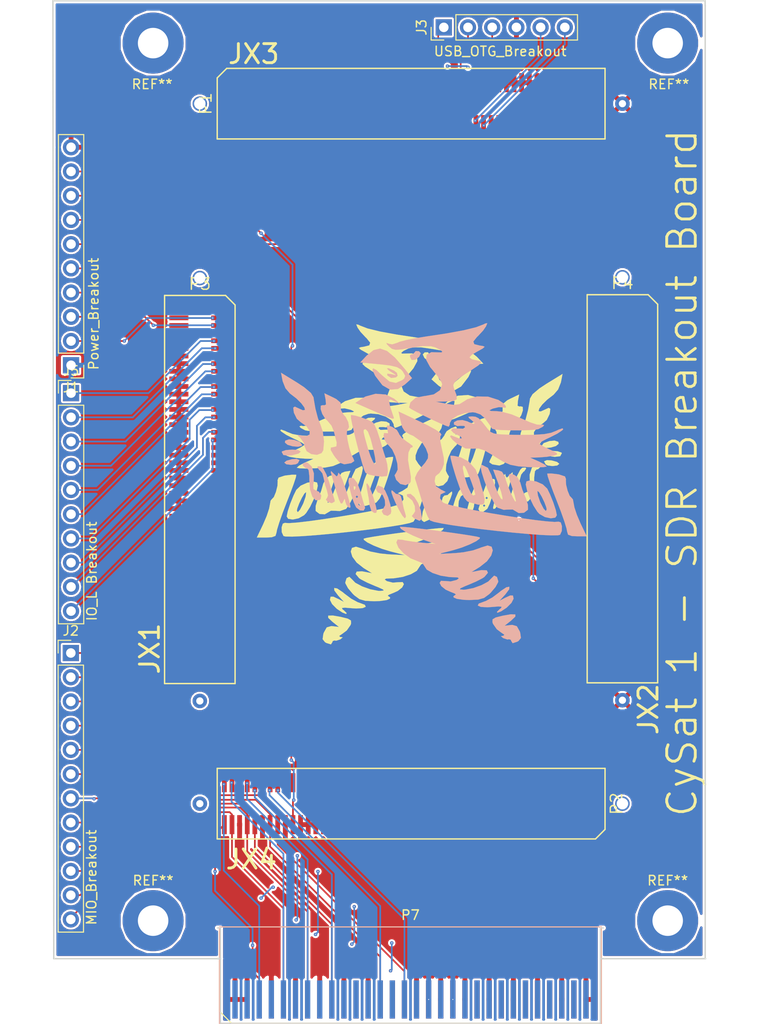
<source format=kicad_pcb>
(kicad_pcb (version 20171130) (host pcbnew 5.0.0)

  (general
    (thickness 1.6)
    (drawings 13)
    (tracks 337)
    (zones 0)
    (modules 15)
    (nets 65)
  )

  (page A4)
  (layers
    (0 F.Cu signal)
    (31 B.Cu signal)
    (32 B.Adhes user)
    (33 F.Adhes user)
    (34 B.Paste user hide)
    (35 F.Paste user)
    (36 B.SilkS user)
    (37 F.SilkS user)
    (38 B.Mask user)
    (39 F.Mask user)
    (40 Dwgs.User user)
    (41 Cmts.User user)
    (42 Eco1.User user)
    (43 Eco2.User user hide)
    (44 Edge.Cuts user)
    (45 Margin user)
    (46 B.CrtYd user hide)
    (47 F.CrtYd user)
    (48 B.Fab user hide)
    (49 F.Fab user)
  )

  (setup
    (last_trace_width 0.1778)
    (trace_clearance 0.1778)
    (zone_clearance 0.208)
    (zone_45_only yes)
    (trace_min 0.1778)
    (segment_width 0.2)
    (edge_width 0.15)
    (via_size 0.3556)
    (via_drill 0.1016)
    (via_min_size 0.3556)
    (via_min_drill 0.1016)
    (uvia_size 0.1778)
    (uvia_drill 0.0762)
    (uvias_allowed no)
    (uvia_min_size 0.1778)
    (uvia_min_drill 0.0762)
    (pcb_text_width 0.3)
    (pcb_text_size 1.5 1.5)
    (mod_edge_width 0.15)
    (mod_text_size 1 1)
    (mod_text_width 0.15)
    (pad_size 1.524 1.524)
    (pad_drill 1.2)
    (pad_to_mask_clearance 0.2)
    (aux_axis_origin 0 0)
    (visible_elements FFFFF33F)
    (pcbplotparams
      (layerselection 0x010f8_ffffffff)
      (usegerberextensions false)
      (usegerberattributes true)
      (usegerberadvancedattributes false)
      (creategerberjobfile false)
      (excludeedgelayer true)
      (linewidth 0.100000)
      (plotframeref false)
      (viasonmask false)
      (mode 1)
      (useauxorigin true)
      (hpglpennumber 1)
      (hpglpenspeed 20)
      (hpglpendiameter 15.000000)
      (psnegative false)
      (psa4output false)
      (plotreference true)
      (plotvalue true)
      (plotinvisibletext false)
      (padsonsilk false)
      (subtractmaskfromsilk false)
      (outputformat 1)
      (mirror false)
      (drillshape 0)
      (scaleselection 1)
      (outputdirectory "gerber/breakout/"))
  )

  (net 0 "")
  (net 1 GND)
  (net 2 +5V)
  (net 3 "Net-(P7-Pad21)")
  (net 4 "Net-(P7-Pad22)")
  (net 5 PWR_ENABLE)
  (net 6 FPGA_VBATT)
  (net 7 JX_VCCO_12)
  (net 8 JX_VCCO_33_34)
  (net 9 JX_VCCO_13)
  (net 10 3V3_I2C)
  (net 11 JX_MGTAVCC)
  (net 12 JX_MGTAVTT)
  (net 13 MIO15)
  (net 14 MIO10)
  (net 15 MIO13)
  (net 16 MIO14)
  (net 17 MIO0)
  (net 18 MIO48)
  (net 19 MIO51)
  (net 20 MIO49)
  (net 21 MIO47)
  (net 22 MIO46)
  (net 23 MIO11)
  (net 24 MIO12)
  (net 25 USB_ID)
  (net 26 USB_OTG_P)
  (net 27 USB_OTG_N)
  (net 28 USB_OTG_CPEN)
  (net 29 USB_VBUS_OTG)
  (net 30 GPO_0)
  (net 31 GPO_1)
  (net 32 GPO_2)
  (net 33 GPO_3)
  (net 34 "Net-(P2-Pad82)")
  (net 35 JTAG_TCK)
  (net 36 JTAG_TMS)
  (net 37 JTAG_TDO)
  (net 38 JTAG_TDI)
  (net 39 Carrier_Reset)
  (net 40 IO_00_33_JX1)
  (net 41 IO_L16_33_JX1_P)
  (net 42 IO_L16_33_JX1_N)
  (net 43 IO_L18_33_JX1_P)
  (net 44 IO_L18_33_JX1_N)
  (net 45 IO_L20_33_JX1_P)
  (net 46 IO_L20_33_JX1_N)
  (net 47 IO_L22_33_JX1_P)
  (net 48 IO_L22_33_JX1_N)
  (net 49 IO_L01_33_JX1_P)
  (net 50 IO_L01_33_JX1_N)
  (net 51 "Net-(P7-Pad41)")
  (net 52 "Net-(P7-Pad45)")
  (net 53 "Net-(P7-Pad49)")
  (net 54 "Net-(P7-Pad42)")
  (net 55 "Net-(P7-Pad46)")
  (net 56 "Net-(P7-Pad50)")
  (net 57 "Net-(P7-Pad54)")
  (net 58 PG_MODULE)
  (net 59 AUXADC)
  (net 60 AUXDAC1)
  (net 61 VDDA_GPO_PWR)
  (net 62 AUXDAC2)
  (net 63 FPGA_DONE)
  (net 64 PG_1P8V)

  (net_class Default "This is the default net class."
    (clearance 0.1778)
    (trace_width 0.1778)
    (via_dia 0.3556)
    (via_drill 0.1016)
    (uvia_dia 0.1778)
    (uvia_drill 0.0762)
    (add_net +5V)
    (add_net 3V3_I2C)
    (add_net AUXADC)
    (add_net AUXDAC1)
    (add_net AUXDAC2)
    (add_net Carrier_Reset)
    (add_net FPGA_DONE)
    (add_net FPGA_VBATT)
    (add_net GND)
    (add_net GPO_0)
    (add_net GPO_1)
    (add_net GPO_2)
    (add_net GPO_3)
    (add_net IO_00_33_JX1)
    (add_net IO_L01_33_JX1_N)
    (add_net IO_L01_33_JX1_P)
    (add_net IO_L16_33_JX1_N)
    (add_net IO_L16_33_JX1_P)
    (add_net IO_L18_33_JX1_N)
    (add_net IO_L18_33_JX1_P)
    (add_net IO_L20_33_JX1_N)
    (add_net IO_L20_33_JX1_P)
    (add_net IO_L22_33_JX1_N)
    (add_net IO_L22_33_JX1_P)
    (add_net JTAG_TCK)
    (add_net JTAG_TDI)
    (add_net JTAG_TDO)
    (add_net JTAG_TMS)
    (add_net JX_MGTAVCC)
    (add_net JX_MGTAVTT)
    (add_net JX_VCCO_12)
    (add_net JX_VCCO_13)
    (add_net JX_VCCO_33_34)
    (add_net MIO0)
    (add_net MIO10)
    (add_net MIO11)
    (add_net MIO12)
    (add_net MIO13)
    (add_net MIO14)
    (add_net MIO15)
    (add_net MIO46)
    (add_net MIO47)
    (add_net MIO48)
    (add_net MIO49)
    (add_net MIO51)
    (add_net "Net-(P2-Pad82)")
    (add_net "Net-(P7-Pad21)")
    (add_net "Net-(P7-Pad22)")
    (add_net "Net-(P7-Pad41)")
    (add_net "Net-(P7-Pad42)")
    (add_net "Net-(P7-Pad45)")
    (add_net "Net-(P7-Pad46)")
    (add_net "Net-(P7-Pad49)")
    (add_net "Net-(P7-Pad50)")
    (add_net "Net-(P7-Pad54)")
    (add_net PG_1P8V)
    (add_net PG_MODULE)
    (add_net PWR_ENABLE)
    (add_net USB_ID)
    (add_net USB_OTG_CPEN)
    (add_net USB_OTG_N)
    (add_net USB_OTG_P)
    (add_net USB_VBUS_OTG)
    (add_net VDDA_GPO_PWR)
  )

  (module Pin_Headers:Pin_Header_Straight_1x10_Pitch2.54mm (layer F.Cu) (tedit 5B5A36E3) (tstamp 5B588FAA)
    (at 84.963 101.092 180)
    (descr "Through hole straight pin header, 1x10, 2.54mm pitch, single row")
    (tags "Through hole pin header THT 1x10 2.54mm single row")
    (path /5B58EE37)
    (fp_text reference J1 (at 0 -2.33 180) (layer F.SilkS)
      (effects (font (size 1 1) (thickness 0.15)))
    )
    (fp_text value Power_Breakout (at -2.3749 5.3848 270) (layer F.SilkS)
      (effects (font (size 1 1) (thickness 0.15)))
    )
    (fp_line (start -0.635 -1.27) (end 1.27 -1.27) (layer F.Fab) (width 0.1))
    (fp_line (start 1.27 -1.27) (end 1.27 24.13) (layer F.Fab) (width 0.1))
    (fp_line (start 1.27 24.13) (end -1.27 24.13) (layer F.Fab) (width 0.1))
    (fp_line (start -1.27 24.13) (end -1.27 -0.635) (layer F.Fab) (width 0.1))
    (fp_line (start -1.27 -0.635) (end -0.635 -1.27) (layer F.Fab) (width 0.1))
    (fp_line (start -1.33 24.19) (end 1.33 24.19) (layer F.SilkS) (width 0.12))
    (fp_line (start -1.33 1.27) (end -1.33 24.19) (layer F.SilkS) (width 0.12))
    (fp_line (start 1.33 1.27) (end 1.33 24.19) (layer F.SilkS) (width 0.12))
    (fp_line (start -1.33 1.27) (end 1.33 1.27) (layer F.SilkS) (width 0.12))
    (fp_line (start -1.33 0) (end -1.33 -1.33) (layer F.SilkS) (width 0.12))
    (fp_line (start -1.33 -1.33) (end 0 -1.33) (layer F.SilkS) (width 0.12))
    (fp_line (start -1.8 -1.8) (end -1.8 24.65) (layer F.CrtYd) (width 0.05))
    (fp_line (start -1.8 24.65) (end 1.8 24.65) (layer F.CrtYd) (width 0.05))
    (fp_line (start 1.8 24.65) (end 1.8 -1.8) (layer F.CrtYd) (width 0.05))
    (fp_line (start 1.8 -1.8) (end -1.8 -1.8) (layer F.CrtYd) (width 0.05))
    (fp_text user %R (at 0 11.43 270) (layer F.Fab)
      (effects (font (size 1 1) (thickness 0.15)))
    )
    (pad 1 thru_hole rect (at 0 0 180) (size 1.7 1.7) (drill 1) (layers *.Cu *.Mask)
      (net 2 +5V))
    (pad 2 thru_hole oval (at 0 2.54 180) (size 1.7 1.7) (drill 1) (layers *.Cu *.Mask)
      (net 5 PWR_ENABLE))
    (pad 3 thru_hole oval (at 0 5.08 180) (size 1.7 1.7) (drill 1) (layers *.Cu *.Mask)
      (net 6 FPGA_VBATT))
    (pad 4 thru_hole oval (at 0 7.62 180) (size 1.7 1.7) (drill 1) (layers *.Cu *.Mask)
      (net 7 JX_VCCO_12))
    (pad 5 thru_hole oval (at 0 10.16 180) (size 1.7 1.7) (drill 1) (layers *.Cu *.Mask)
      (net 8 JX_VCCO_33_34))
    (pad 6 thru_hole oval (at 0 12.7 180) (size 1.7 1.7) (drill 1) (layers *.Cu *.Mask)
      (net 9 JX_VCCO_13))
    (pad 7 thru_hole oval (at 0 15.24 180) (size 1.7 1.7) (drill 1) (layers *.Cu *.Mask)
      (net 10 3V3_I2C))
    (pad 8 thru_hole oval (at 0 17.78 180) (size 1.7 1.7) (drill 1) (layers *.Cu *.Mask)
      (net 12 JX_MGTAVTT))
    (pad 9 thru_hole oval (at 0 20.32 180) (size 1.7 1.7) (drill 1) (layers *.Cu *.Mask)
      (net 11 JX_MGTAVCC))
    (pad 10 thru_hole oval (at 0 22.86 180) (size 1.7 1.7) (drill 1) (layers *.Cu *.Mask)
      (net 1 GND))
    (model ${KISYS3DMOD}/Pin_Headers.3dshapes/Pin_Header_Straight_1x10_Pitch2.54mm.wrl
      (at (xyz 0 0 0))
      (scale (xyz 1 1 1))
      (rotate (xyz 0 0 0))
    )
  )

  (module breakoutBoard:Cysized (layer B.Cu) (tedit 0) (tstamp 5B5D0141)
    (at 123.6472 112.8776 180)
    (fp_text reference G*** (at 0 0 180) (layer B.SilkS) hide
      (effects (font (size 1.524 1.524) (thickness 0.3)) (justify mirror))
    )
    (fp_text value LOGO (at 0.75 0 180) (layer B.SilkS) hide
      (effects (font (size 1.524 1.524) (thickness 0.3)) (justify mirror))
    )
    (fp_poly (pts (xy -6.629379 -14.475143) (xy -5.883613 -14.660559) (xy -5.555426 -14.854355) (xy -5.534038 -15.147239)
      (xy -5.591203 -15.325209) (xy -5.988999 -15.895197) (xy -6.44474 -16.23869) (xy -6.792216 -16.477516)
      (xy -6.688109 -16.576904) (xy -6.68421 -16.576995) (xy -6.421964 -16.623045) (xy -6.637941 -16.809338)
      (xy -6.671445 -16.830663) (xy -7.115793 -16.977298) (xy -7.273024 -16.944474) (xy -7.474491 -17.010352)
      (xy -7.486316 -17.0958) (xy -7.652267 -17.358914) (xy -8.139686 -17.206405) (xy -8.278728 -17.123227)
      (xy -8.526038 -16.811314) (xy -8.453825 -16.275666) (xy -8.402892 -16.12469) (xy -8.095012 -15.578118)
      (xy -7.619611 -15.439833) (xy -7.476795 -15.451469) (xy -6.817894 -15.529253) (xy -7.482321 -15.00186)
      (xy -7.941062 -14.569183) (xy -7.94251 -14.347805) (xy -7.471163 -14.328153) (xy -6.629379 -14.475143)) (layer B.SilkS) (width 0.01))
    (fp_poly (pts (xy -6.995092 -11.498232) (xy -6.411865 -11.888232) (xy -6.239778 -12.033801) (xy -5.526452 -12.567557)
      (xy -4.843914 -12.93571) (xy -4.674044 -12.99249) (xy -4.097 -13.209724) (xy -3.997842 -13.412587)
      (xy -4.320586 -13.556275) (xy -5.009246 -13.595983) (xy -5.396463 -13.570653) (xy -6.175053 -13.509349)
      (xy -6.499533 -13.536972) (xy -6.446076 -13.673616) (xy -6.28115 -13.804004) (xy -6.001139 -14.07929)
      (xy -6.062314 -14.170527) (xy -6.450894 -14.017678) (xy -7.010225 -13.646715) (xy -7.049206 -13.616384)
      (xy -7.534101 -13.129538) (xy -7.752682 -12.701787) (xy -7.753684 -12.680595) (xy -7.68735 -12.362291)
      (xy -7.406004 -12.354049) (xy -6.867159 -12.602603) (xy -6.283158 -12.906258) (xy -6.887182 -12.248557)
      (xy -7.29799 -11.700036) (xy -7.312213 -11.442714) (xy -6.995092 -11.498232)) (layer B.SilkS) (width 0.01))
    (fp_poly (pts (xy 4.182887 -5.163238) (xy 4.072441 -5.365758) (xy 3.575231 -5.689219) (xy 2.807172 -6.072197)
      (xy 1.884178 -6.453265) (xy 1.470527 -6.600563) (xy 0.401053 -6.961779) (xy 1.871579 -6.822151)
      (xy 2.817728 -6.71312) (xy 3.626445 -6.587248) (xy 3.943684 -6.518499) (xy 4.413906 -6.489251)
      (xy 4.545263 -6.799478) (xy 4.325077 -7.341501) (xy 3.773186 -7.942508) (xy 3.052593 -8.458486)
      (xy 2.347333 -8.741376) (xy 1.810285 -8.967201) (xy 1.604211 -9.271275) (xy 1.363188 -9.641816)
      (xy 0.741132 -9.999082) (xy -0.110438 -10.281514) (xy -1.040001 -10.427554) (xy -1.261412 -10.435499)
      (xy -1.872683 -10.463184) (xy -2.013533 -10.555836) (xy -1.785369 -10.726991) (xy -1.154602 -10.884635)
      (xy -0.627422 -10.842022) (xy -0.130481 -10.823567) (xy 0.004393 -11.042463) (xy -0.17849 -11.388494)
      (xy -0.63482 -11.751448) (xy -1.07273 -11.949646) (xy -1.581044 -12.153839) (xy -1.708853 -12.273029)
      (xy -1.655273 -12.283857) (xy -1.433745 -12.447088) (xy -1.470526 -12.566316) (xy -1.809495 -12.714126)
      (xy -2.506988 -12.811225) (xy -3.111083 -12.833684) (xy -4.039642 -12.791556) (xy -4.658763 -12.613901)
      (xy -5.190521 -12.223815) (xy -5.367935 -12.052146) (xy -5.862622 -11.465213) (xy -6.132589 -10.965494)
      (xy -6.149473 -10.864767) (xy -6.01055 -10.415796) (xy -5.717772 -10.272581) (xy -5.458531 -10.523332)
      (xy -5.093034 -10.896581) (xy -4.385504 -11.275445) (xy -3.522296 -11.583383) (xy -2.689765 -11.743856)
      (xy -2.467747 -11.751705) (xy -2.119684 -11.716732) (xy -2.175662 -11.604004) (xy -2.678056 -11.374252)
      (xy -3.023212 -11.236993) (xy -3.844339 -10.884255) (xy -4.492548 -10.549799) (xy -4.694265 -10.414656)
      (xy -5.062013 -9.975874) (xy -4.946429 -9.721546) (xy -4.381164 -9.699465) (xy -4.211052 -9.728304)
      (xy -3.342105 -9.898187) (xy -4.216505 -9.361287) (xy -4.955362 -8.776552) (xy -5.407849 -8.16669)
      (xy -5.57223 -7.624503) (xy -5.446769 -7.242792) (xy -5.029728 -7.114361) (xy -4.319373 -7.33201)
      (xy -4.253855 -7.365063) (xy -3.505513 -7.624748) (xy -2.474752 -7.827837) (xy -1.616292 -7.91426)
      (xy 0.133684 -8.004467) (xy -1.419532 -7.607487) (xy -2.31141 -7.334328) (xy -3.156046 -7.00132)
      (xy -3.827718 -6.668334) (xy -4.200707 -6.395241) (xy -4.219397 -6.274128) (xy -3.917542 -6.19277)
      (xy -3.201355 -6.06638) (xy -2.181739 -5.909621) (xy -0.969594 -5.737155) (xy 0.324177 -5.563646)
      (xy 1.588672 -5.403755) (xy 2.712991 -5.272146) (xy 3.586231 -5.183481) (xy 4.097491 -5.152422)
      (xy 4.182887 -5.163238)) (layer B.SilkS) (width 0.01))
    (fp_poly (pts (xy -11.321021 0.429965) (xy -11.28723 0.414248) (xy -11.338545 0.139927) (xy -11.557425 -0.523814)
      (xy -11.907228 -1.472184) (xy -12.275822 -2.413076) (xy -12.722706 -3.57151) (xy -13.081239 -4.585747)
      (xy -13.308949 -5.330227) (xy -13.368421 -5.642933) (xy -13.473094 -5.981485) (xy -13.877575 -6.126888)
      (xy -14.398871 -6.149474) (xy -15.429321 -6.149474) (xy -14.768964 -4.769656) (xy -14.393513 -3.890428)
      (xy -14.137984 -3.113244) (xy -14.072724 -2.764581) (xy -13.981364 -2.282298) (xy -13.862471 -2.139136)
      (xy -13.644751 -1.91041) (xy -13.424053 -1.370896) (xy -13.267237 -0.739965) (xy -13.241164 -0.236987)
      (xy -13.26031 -0.163453) (xy -13.148015 0.12702) (xy -12.534413 0.330903) (xy -12.39412 0.355509)
      (xy -11.722842 0.435777) (xy -11.321021 0.429965)) (layer B.SilkS) (width 0.01))
    (fp_poly (pts (xy 4.131832 6.072702) (xy 3.934143 5.302103) (xy 3.663034 4.859964) (xy 3.157427 4.547242)
      (xy 2.756384 4.373045) (xy 1.859886 3.736953) (xy 1.44082 3.044879) (xy 1.222249 2.449111)
      (xy 1.232002 2.030598) (xy 1.520063 1.573127) (xy 1.877639 1.155407) (xy 2.344488 0.528715)
      (xy 2.578191 0.021836) (xy 2.5789 -0.128724) (xy 2.442195 -0.539761) (xy 2.204111 -1.304404)
      (xy 1.914206 -2.263267) (xy 1.89097 -2.341206) (xy 1.572617 -3.300276) (xy 1.25885 -4.06458)
      (xy 1.01385 -4.479253) (xy 0.999437 -4.49244) (xy 0.600304 -4.637819) (xy -0.229756 -4.811819)
      (xy -1.401701 -5.004638) (xy -2.826494 -5.206475) (xy -4.415093 -5.407528) (xy -6.07846 -5.597996)
      (xy -7.727554 -5.768077) (xy -9.273336 -5.90797) (xy -10.626766 -6.007873) (xy -11.698805 -6.057983)
      (xy -12.400412 -6.048501) (xy -12.633497 -5.993169) (xy -12.814098 -5.595402) (xy -12.830204 -5.089636)
      (xy -12.703929 -4.696517) (xy -12.495654 -4.617767) (xy -12.048295 -4.644257) (xy -11.174997 -4.57969)
      (xy -9.973693 -4.440262) (xy -8.542315 -4.242169) (xy -6.978795 -4.001607) (xy -5.381065 -3.734773)
      (xy -3.847058 -3.457861) (xy -2.474705 -3.187069) (xy -1.361939 -2.938592) (xy -0.606692 -2.728627)
      (xy -0.33421 -2.606504) (xy -0.027347 -2.157938) (xy -0.100979 -1.749941) (xy -0.467894 -1.583103)
      (xy -0.625837 -1.505665) (xy -0.281845 -1.323955) (xy -0.200526 -1.293454) (xy 0.38164 -0.914476)
      (xy 0.534737 -0.378772) (xy 0.456203 0.113167) (xy 0.312548 0.267368) (xy 0.036472 0.477067)
      (xy -0.253525 0.909924) (xy -0.439635 1.41438) (xy -0.438172 2.016172) (xy -0.248172 2.91511)
      (xy -0.243773 2.9323) (xy -0.055169 3.848505) (xy -0.075679 4.355727) (xy -0.183375 4.495534)
      (xy -0.084726 4.676383) (xy 0.414971 5.018079) (xy 1.2275 5.46568) (xy 1.919703 5.805333)
      (xy 4.316021 6.931719) (xy 4.131832 6.072702)) (layer B.SilkS) (width 0.01))
    (fp_poly (pts (xy 3.421518 -1.742629) (xy 3.447216 -1.768206) (xy 3.39863 -1.994639) (xy 3.257985 -2.069908)
      (xy 2.863003 -2.41186) (xy 2.610687 -2.970365) (xy 2.571082 -3.517442) (xy 2.730165 -3.787817)
      (xy 2.923016 -4.028363) (xy 2.673684 -4.273801) (xy 2.119666 -4.526214) (xy 1.88132 -4.35092)
      (xy 1.871579 -4.242073) (xy 1.983686 -3.4345) (xy 2.269896 -2.662757) (xy 2.655047 -2.044856)
      (xy 3.063976 -1.69881) (xy 3.421518 -1.742629)) (layer B.SilkS) (width 0.01))
    (fp_poly (pts (xy -9.105188 -0.391991) (xy -9.032056 -0.719701) (xy -9.17072 -1.354554) (xy -9.460243 -2.143735)
      (xy -9.839688 -2.93443) (xy -10.24812 -3.573825) (xy -10.46816 -3.81) (xy -11.044145 -4.135588)
      (xy -11.66122 -4.266566) (xy -12.137247 -4.189603) (xy -12.294922 -3.943684) (xy -12.186812 -3.404721)
      (xy -12.163391 -3.333518) (xy -11.229473 -3.333518) (xy -11.137808 -3.502241) (xy -10.904654 -3.250755)
      (xy -10.592778 -2.653043) (xy -10.531747 -2.511102) (xy -10.30874 -1.863408) (xy -10.253685 -1.448259)
      (xy -10.274512 -1.400576) (xy -10.438023 -1.537429) (xy -10.704611 -1.989021) (xy -10.983548 -2.571712)
      (xy -11.184107 -3.101861) (xy -11.229473 -3.333518) (xy -12.163391 -3.333518) (xy -11.922524 -2.601263)
      (xy -11.580024 -1.749563) (xy -11.290592 -1.158048) (xy -10.823546 -0.711875) (xy -10.123957 -0.398471)
      (xy -9.43186 -0.301977) (xy -9.105188 -0.391991)) (layer B.SilkS) (width 0.01))
    (fp_poly (pts (xy 5.068293 -1.543381) (xy 4.889372 -2.062683) (xy 4.587757 -2.744273) (xy 4.235662 -3.437678)
      (xy 3.905302 -3.992424) (xy 3.668894 -4.258038) (xy 3.647711 -4.263568) (xy 3.539211 -4.075591)
      (xy 3.603615 -3.81) (xy 3.779862 -3.21391) (xy 3.933711 -2.478467) (xy 4.087375 -1.932503)
      (xy 4.271474 -1.738636) (xy 4.293542 -1.747565) (xy 4.605645 -1.693602) (xy 4.676252 -1.608572)
      (xy 4.984219 -1.34872) (xy 5.052303 -1.336842) (xy 5.068293 -1.543381)) (layer B.SilkS) (width 0.01))
    (fp_poly (pts (xy 6.677329 -1.084955) (xy 6.684211 -1.203158) (xy 6.485077 -1.55796) (xy 6.312143 -1.604211)
      (xy 5.975481 -1.829108) (xy 5.758104 -2.339949) (xy 5.722571 -2.890958) (xy 5.900855 -3.220009)
      (xy 6.077817 -3.542441) (xy 5.879605 -3.874399) (xy 5.465274 -4.010527) (xy 5.145038 -3.789966)
      (xy 5.08 -3.515687) (xy 5.179001 -2.838263) (xy 5.422174 -2.043854) (xy 5.72878 -1.354405)
      (xy 5.992743 -1.006726) (xy 6.472913 -0.819011) (xy 6.677329 -1.084955)) (layer B.SilkS) (width 0.01))
    (fp_poly (pts (xy -4.299304 1.115991) (xy -4.411977 0.546072) (xy -4.661122 -0.249234) (xy -4.998091 -1.142156)
      (xy -5.37424 -2.00492) (xy -5.740923 -2.709752) (xy -6.049493 -3.12888) (xy -6.079753 -3.153502)
      (xy -6.712597 -3.373917) (xy -7.135719 -3.353047) (xy -7.661806 -3.341377) (xy -7.886762 -3.474808)
      (xy -8.29979 -3.720371) (xy -8.850104 -3.680106) (xy -9.242706 -3.382942) (xy -9.262038 -3.33994)
      (xy -9.256726 -2.845623) (xy -9.042779 -2.154505) (xy -8.989752 -2.036853) (xy -8.672962 -1.256602)
      (xy -8.476768 -0.56899) (xy -8.469138 -0.523665) (xy -8.163463 0.051324) (xy -7.797243 0.30358)
      (xy -7.409389 0.405914) (xy -7.254886 0.278566) (xy -7.322447 -0.165901) (xy -7.600784 -1.014924)
      (xy -7.62 -1.069474) (xy -7.860449 -1.824811) (xy -7.992613 -2.385187) (xy -8.002166 -2.506773)
      (xy -7.907414 -2.491496) (xy -7.690977 -2.114232) (xy -7.414529 -1.515311) (xy -7.139747 -0.835065)
      (xy -6.928307 -0.213821) (xy -6.850634 0.113302) (xy -6.537982 0.614483) (xy -6.187611 0.7543)
      (xy -5.607996 0.84018) (xy -6.172216 -0.667833) (xy -6.448869 -1.488035) (xy -6.596273 -2.091828)
      (xy -6.592302 -2.319979) (xy -6.418269 -2.192052) (xy -6.144382 -1.699086) (xy -5.835469 -0.984788)
      (xy -5.55636 -0.192865) (xy -5.432119 0.251766) (xy -5.062779 1.026534) (xy -4.453031 1.328736)
      (xy -4.371747 1.332748) (xy -4.299304 1.115991)) (layer B.SilkS) (width 0.01))
    (fp_poly (pts (xy 7.692818 -0.672332) (xy 7.63635 -1.163505) (xy 7.599454 -1.336842) (xy 7.440334 -2.183066)
      (xy 7.348457 -2.926954) (xy 7.347552 -2.941053) (xy 7.167701 -3.480711) (xy 6.886471 -3.691117)
      (xy 6.660881 -3.68804) (xy 6.600848 -3.482653) (xy 6.705246 -2.960882) (xy 6.873274 -2.354275)
      (xy 7.150329 -1.505387) (xy 7.407485 -0.90257) (xy 7.602423 -0.605119) (xy 7.692818 -0.672332)) (layer B.SilkS) (width 0.01))
    (fp_poly (pts (xy 9.540004 -0.092987) (xy 9.567651 -0.425632) (xy 9.457459 -1.07646) (xy 9.257011 -1.862095)
      (xy 9.013891 -2.59916) (xy 8.775683 -3.104281) (xy 8.748932 -3.141579) (xy 8.350762 -3.439437)
      (xy 7.979949 -3.448637) (xy 7.828531 -3.191146) (xy 7.863582 -3.040313) (xy 7.938046 -2.807369)
      (xy 8.288421 -2.807369) (xy 8.422106 -2.941053) (xy 8.55579 -2.807369) (xy 8.422106 -2.673684)
      (xy 8.288421 -2.807369) (xy 7.938046 -2.807369) (xy 8.029595 -2.520982) (xy 8.172739 -2.005263)
      (xy 8.55579 -2.005263) (xy 8.689474 -2.138948) (xy 8.823158 -2.005263) (xy 8.689474 -1.871579)
      (xy 8.55579 -2.005263) (xy 8.172739 -2.005263) (xy 8.248094 -1.733779) (xy 8.330714 -1.413331)
      (xy 8.457596 -1.069474) (xy 8.823158 -1.069474) (xy 8.920984 -1.289548) (xy 9.001404 -1.24772)
      (xy 9.033403 -0.930416) (xy 9.001404 -0.891228) (xy 8.842454 -0.92793) (xy 8.823158 -1.069474)
      (xy 8.457596 -1.069474) (xy 8.64078 -0.573037) (xy 9.026553 -0.078025) (xy 9.417063 -0.005783)
      (xy 9.540004 -0.092987)) (layer B.SilkS) (width 0.01))
    (fp_poly (pts (xy 11.421268 0.534737) (xy 11.285555 0.074975) (xy 11.054452 -0.710843) (xy 10.83142 -1.470527)
      (xy 10.562456 -2.317562) (xy 10.373217 -2.704712) (xy 10.224311 -2.693391) (xy 10.145507 -2.54)
      (xy 9.97947 -2.206037) (xy 9.916657 -2.363457) (xy 9.911424 -2.457379) (xy 9.796161 -2.831913)
      (xy 9.576257 -3.114132) (xy 9.394189 -3.157233) (xy 9.361833 -3.023674) (xy 9.438395 -2.66954)
      (xy 9.632827 -1.972903) (xy 9.842953 -1.279055) (xy 10.182674 -0.284507) (xy 10.454764 0.330026)
      (xy 10.633853 0.518676) (xy 10.694737 0.260828) (xy 10.811225 0.124123) (xy 11.117616 0.416792)
      (xy 11.399782 0.695515) (xy 11.421268 0.534737)) (layer B.SilkS) (width 0.01))
    (fp_poly (pts (xy -1.127893 2.286489) (xy -1.158517 2.003281) (xy -1.328977 1.333331) (xy -1.607277 0.396272)
      (xy -1.769356 -0.111992) (xy -2.193865 -1.314995) (xy -2.550165 -2.074473) (xy -2.880363 -2.470135)
      (xy -3.062813 -2.560628) (xy -3.740739 -2.751857) (xy -4.054867 -2.839459) (xy -4.525511 -2.805536)
      (xy -4.675456 -2.679333) (xy -4.713163 -2.258341) (xy -4.619994 -1.785524) (xy -3.743158 -1.785524)
      (xy -3.539005 -1.870509) (xy -3.500922 -1.871579) (xy -3.282764 -1.641206) (xy -2.995018 -1.053611)
      (xy -2.832501 -0.620793) (xy -2.542993 0.336402) (xy -2.417297 0.995183) (xy -2.463104 1.283904)
      (xy -2.638147 1.189789) (xy -2.818308 0.846648) (xy -3.090405 0.187682) (xy -3.38267 -0.59387)
      (xy -3.623335 -1.304771) (xy -3.740633 -1.751783) (xy -3.743158 -1.785524) (xy -4.619994 -1.785524)
      (xy -4.580678 -1.586007) (xy -4.538274 -1.44935) (xy -4.316654 -0.739632) (xy -4.17954 -0.230387)
      (xy -4.170464 -0.184578) (xy -3.769378 0.853005) (xy -3.040333 1.685873) (xy -2.220395 2.119251)
      (xy -1.562003 2.269491) (xy -1.16385 2.301159) (xy -1.127893 2.286489)) (layer B.SilkS) (width 0.01))
    (fp_poly (pts (xy 12.833684 1.083363) (xy 12.626586 0.785634) (xy 12.554793 0.753703) (xy 12.310972 0.446681)
      (xy 12.188477 -0.003841) (xy 12.013321 -0.793239) (xy 11.831464 -1.336842) (xy 11.708049 -1.860043)
      (xy 11.798394 -2.094941) (xy 11.937525 -2.307735) (xy 11.72606 -2.55768) (xy 11.318773 -2.673684)
      (xy 11.024436 -2.508634) (xy 11.030901 -2.339474) (xy 11.170369 -1.912574) (xy 11.39912 -1.158683)
      (xy 11.59329 -0.496866) (xy 11.893651 0.343715) (xy 12.218453 0.955282) (xy 12.431679 1.165795)
      (xy 12.777072 1.182376) (xy 12.833684 1.083363)) (layer B.SilkS) (width 0.01))
    (fp_poly (pts (xy 14.364704 1.438925) (xy 14.359913 1.27) (xy 14.066646 1.002202) (xy 13.941428 1.001015)
      (xy 13.755001 0.798384) (xy 13.675336 0.119409) (xy 13.675512 -0.266412) (xy 13.601554 -1.248033)
      (xy 13.365501 -1.979113) (xy 13.018944 -2.373074) (xy 12.613474 -2.343334) (xy 12.495615 -2.246492)
      (xy 12.423775 -1.875156) (xy 12.662118 -1.486457) (xy 13.008089 -1.336842) (xy 13.253317 -1.203095)
      (xy 13.270545 -0.726409) (xy 13.222378 -0.429206) (xy 13.200548 0.449616) (xy 13.434801 1.164831)
      (xy 13.862394 1.56566) (xy 14.06853 1.60421) (xy 14.364704 1.438925)) (layer B.SilkS) (width 0.01))
    (fp_poly (pts (xy 5.555303 5.373825) (xy 5.471345 5.049413) (xy 5.413781 4.649968) (xy 5.586093 4.661244)
      (xy 5.838034 4.672919) (xy 5.887589 4.37322) (xy 5.763875 3.932801) (xy 5.496006 3.522314)
      (xy 5.373898 3.417517) (xy 4.984424 2.954875) (xy 4.658914 2.253446) (xy 4.448606 1.493269)
      (xy 4.404738 0.854381) (xy 4.552245 0.530422) (xy 4.733381 0.243421) (xy 4.563461 -0.233366)
      (xy 4.130593 -0.663529) (xy 3.586357 -0.790288) (xy 3.14243 -0.586844) (xy 3.047067 -0.425358)
      (xy 3.020509 0.063613) (xy 3.13839 0.793916) (xy 3.181549 0.962036) (xy 3.330966 1.864562)
      (xy 3.284019 2.630096) (xy 3.062336 3.114103) (xy 2.845226 3.20942) (xy 2.846342 3.327039)
      (xy 3.21949 3.619808) (xy 3.408948 3.740227) (xy 3.973585 4.171907) (xy 4.266445 4.566531)
      (xy 4.277895 4.632101) (xy 4.496842 4.996242) (xy 4.965253 5.307348) (xy 5.441111 5.491889)
      (xy 5.555303 5.373825)) (layer B.SilkS) (width 0.01))
    (fp_poly (pts (xy 9.322544 6.541315) (xy 9.306345 6.25334) (xy 9.175097 5.578224) (xy 8.961162 4.642842)
      (xy 8.6969 3.574071) (xy 8.414674 2.498787) (xy 8.146844 1.543866) (xy 7.925771 0.836183)
      (xy 7.783817 0.502615) (xy 7.781714 0.500324) (xy 7.391269 0.316005) (xy 6.749696 0.178139)
      (xy 6.0799 0.115059) (xy 5.604789 0.155098) (xy 5.515137 0.212219) (xy 5.439738 0.672404)
      (xy 5.504226 1.385296) (xy 5.541918 1.534103) (xy 6.717968 1.534103) (xy 6.798526 1.389078)
      (xy 6.988527 1.634092) (xy 7.248515 2.213932) (xy 7.539033 3.073385) (xy 7.590399 3.249571)
      (xy 7.855763 4.199253) (xy 7.982028 4.746358) (xy 7.979701 5.001689) (xy 7.859291 5.076051)
      (xy 7.76399 5.08) (xy 7.528029 4.826263) (xy 7.254823 4.112635) (xy 6.967981 3.010486)
      (xy 6.78631 2.124381) (xy 6.717968 1.534103) (xy 5.541918 1.534103) (xy 5.683943 2.09481)
      (xy 5.700676 2.138947) (xy 5.855568 2.604922) (xy 6.092605 3.391115) (xy 6.288302 4.072426)
      (xy 6.570533 4.929781) (xy 6.856855 5.569482) (xy 7.035957 5.808156) (xy 7.549712 6.063088)
      (xy 8.226729 6.315589) (xy 8.8684 6.501979) (xy 9.276115 6.558578) (xy 9.322544 6.541315)) (layer B.SilkS) (width 0.01))
    (fp_poly (pts (xy -3.014745 6.393942) (xy -3.073347 6.247523) (xy -3.357845 6.024292) (xy -3.674664 5.714818)
      (xy -3.567051 5.633791) (xy -3.102765 5.800627) (xy -2.913376 5.896917) (xy -2.380313 6.041771)
      (xy -1.848599 5.999637) (xy -1.503864 5.813066) (xy -1.496819 5.572194) (xy -1.859613 5.405536)
      (xy -2.169122 5.432729) (xy -2.578537 5.425657) (xy -2.673684 5.291168) (xy -2.451769 5.131272)
      (xy -1.998882 5.146658) (xy -1.382032 5.161305) (xy -1.190111 4.967005) (xy -1.466424 4.673716)
      (xy -1.758887 4.537282) (xy -2.225084 4.300081) (xy -2.332611 4.115067) (xy -2.013216 4.110469)
      (xy -1.627109 4.265639) (xy -1.179443 4.43523) (xy -1.09224 4.313532) (xy -1.338264 3.977541)
      (xy -1.890278 3.504251) (xy -1.898637 3.498061) (xy -2.707404 3.062244) (xy -3.490041 3.037602)
      (xy -3.513745 3.042223) (xy -4.07874 3.060497) (xy -4.717039 2.847622) (xy -5.577818 2.348894)
      (xy -5.798102 2.204522) (xy -6.678706 1.661438) (xy -7.423753 1.345733) (xy -8.266594 1.183715)
      (xy -9.262994 1.11033) (xy -10.210297 1.082679) (xy -10.907528 1.100798) (xy -11.223164 1.160484)
      (xy -11.229473 1.173168) (xy -11.010545 1.376223) (xy -10.472439 1.665027) (xy -10.360526 1.715317)
      (xy -9.491579 2.095327) (xy -10.427368 2.120788) (xy -11.266459 2.186979) (xy -11.977116 2.310682)
      (xy -11.981182 2.311766) (xy -12.3151 2.432475) (xy -12.282828 2.576792) (xy -11.830964 2.819095)
      (xy -11.513287 2.963464) (xy -10.85956 3.283379) (xy -10.472605 3.525363) (xy -10.427368 3.58389)
      (xy -10.648851 3.760262) (xy -11.212079 4.057763) (xy -11.596022 4.235086) (xy -12.330792 4.606066)
      (xy -12.848103 4.951226) (xy -12.962292 5.071787) (xy -12.891258 5.171741) (xy -12.463649 5.025089)
      (xy -12.261533 4.925922) (xy -11.700179 4.703422) (xy -10.973967 4.564559) (xy -9.963001 4.495492)
      (xy -8.547382 4.482377) (xy -8.427042 4.48322) (xy -7.12849 4.500915) (xy -6.255397 4.543607)
      (xy -5.6985 4.631939) (xy -5.34854 4.786554) (xy -5.096255 5.028096) (xy -5.018188 5.127277)
      (xy -4.451625 5.847647) (xy -4.069312 6.234761) (xy -3.744603 6.390436) (xy -3.414146 6.416842)
      (xy -3.014745 6.393942)) (layer B.SilkS) (width 0.01))
    (fp_poly (pts (xy 11.965391 8.150815) (xy 11.933321 7.662414) (xy 12.14277 7.579244) (xy 12.229117 7.607506)
      (xy 12.473826 7.546991) (xy 12.490598 7.184857) (xy 12.323329 6.679972) (xy 12.015913 6.191208)
      (xy 11.775892 5.967141) (xy 11.350071 5.457041) (xy 11.113643 4.885711) (xy 10.93067 4.159072)
      (xy 10.797707 3.676316) (xy 10.838527 3.281486) (xy 11.077772 3.208421) (xy 11.415418 3.148676)
      (xy 11.437299 2.90531) (xy 11.131656 2.382126) (xy 10.943899 2.113379) (xy 10.48074 1.56799)
      (xy 10.014182 1.397982) (xy 9.301486 1.517519) (xy 9.276855 1.52388) (xy 8.959614 1.740017)
      (xy 9.037739 1.96076) (xy 9.27697 2.439831) (xy 9.500011 3.15674) (xy 9.670611 3.936867)
      (xy 9.752521 4.605592) (xy 9.709493 4.988295) (xy 9.672726 5.019618) (xy 9.516095 5.305141)
      (xy 9.60087 5.823224) (xy 9.870715 6.362252) (xy 10.094829 6.605141) (xy 10.369274 7.105754)
      (xy 10.361835 7.440672) (xy 10.405997 7.863429) (xy 10.850087 8.238285) (xy 11.162945 8.400283)
      (xy 12.09835 8.846347) (xy 11.965391 8.150815)) (layer B.SilkS) (width 0.01))
    (fp_poly (pts (xy 15.507369 1.92861) (xy 16.070435 1.777349) (xy 16.309408 1.576928) (xy 16.309474 1.573864)
      (xy 16.089615 1.400544) (xy 15.600206 1.340334) (xy 15.096504 1.403756) (xy 14.883509 1.515087)
      (xy 14.711698 1.839082) (xy 15.022568 1.964294) (xy 15.507369 1.92861)) (layer B.SilkS) (width 0.01))
    (fp_poly (pts (xy 16.143144 2.887734) (xy 16.53937 2.75382) (xy 16.576842 2.689463) (xy 16.403558 2.370232)
      (xy 15.839073 2.308608) (xy 15.507369 2.348403) (xy 14.801712 2.529383) (xy 14.586035 2.733676)
      (xy 14.866529 2.892642) (xy 15.453895 2.941052) (xy 16.143144 2.887734)) (layer B.SilkS) (width 0.01))
    (fp_poly (pts (xy 16.479725 10.112846) (xy 16.185753 9.371082) (xy 15.718006 8.826622) (xy 15.712907 8.823158)
      (xy 15.043439 8.307496) (xy 14.523452 7.794263) (xy 14.203742 7.363406) (xy 14.135104 7.094875)
      (xy 14.368336 7.068619) (xy 14.687686 7.20954) (xy 15.201892 7.447459) (xy 15.369759 7.337163)
      (xy 15.30389 6.809791) (xy 14.990777 6.171649) (xy 14.605703 5.833976) (xy 13.971592 5.376537)
      (xy 13.647662 4.902478) (xy 13.651944 4.523019) (xy 14.00247 4.34938) (xy 14.371053 4.386695)
      (xy 14.852917 4.476142) (xy 14.874291 4.384925) (xy 14.638421 4.185678) (xy 14.256129 3.654095)
      (xy 14.170527 3.274393) (xy 13.963907 2.779423) (xy 13.471779 2.472032) (xy 12.885737 2.39151)
      (xy 12.397378 2.57715) (xy 12.219165 2.87421) (xy 12.142174 3.78699) (xy 12.26109 4.796801)
      (xy 12.489675 5.481373) (xy 12.775156 6.223652) (xy 13.039179 7.230065) (xy 13.213706 8.232044)
      (xy 13.232274 8.412747) (xy 13.505075 8.873291) (xy 14.225597 9.482323) (xy 14.964619 9.969804)
      (xy 16.65156 11.001481) (xy 16.479725 10.112846)) (layer B.SilkS) (width 0.01))
    (fp_poly (pts (xy 16.210199 3.87776) (xy 16.244322 3.676316) (xy 15.961649 3.442372) (xy 15.430858 3.287191)
      (xy 14.868287 3.24024) (xy 14.490275 3.330989) (xy 14.437895 3.430244) (xy 14.676227 3.746013)
      (xy 15.276719 3.959975) (xy 15.818885 4.010526) (xy 16.210199 3.87776)) (layer B.SilkS) (width 0.01))
    (fp_poly (pts (xy -4.783619 16.165542) (xy -4.599381 16.071068) (xy -3.803094 15.768155) (xy -2.519575 15.454478)
      (xy -0.73257 15.126592) (xy 1.314505 14.817219) (xy 2.50618 14.627912) (xy 3.516396 14.426639)
      (xy 4.216386 14.241393) (xy 4.45502 14.134473) (xy 4.980735 13.97154) (xy 5.277122 14.021378)
      (xy 5.593901 14.119985) (xy 5.519982 13.974202) (xy 5.292646 13.738748) (xy 4.997411 13.502814)
      (xy 4.625281 13.407555) (xy 4.02971 13.44502) (xy 3.06415 13.607256) (xy 3.020015 13.615438)
      (xy 1.800976 13.792246) (xy 0.94688 13.787099) (xy 0.467895 13.667229) (xy -0.044712 13.416337)
      (xy -0.285631 13.204424) (xy -0.163932 13.122383) (xy -0.066842 13.132714) (xy 0.869151 13.156165)
      (xy 1.368858 12.885757) (xy 1.418865 12.354927) (xy 1.005758 11.597113) (xy 0.697774 11.226756)
      (xy 0.154073 10.558255) (xy -0.195971 9.999806) (xy -0.267368 9.777275) (xy -0.024985 9.162857)
      (xy 0.622774 8.730092) (xy 1.556827 8.556298) (xy 1.613901 8.555789) (xy 2.50894 8.378375)
      (xy 3.067087 7.893101) (xy 3.208421 7.354997) (xy 2.986853 7.193338) (xy 2.413104 6.880282)
      (xy 1.623606 6.481687) (xy 0.754792 6.063411) (xy -0.056905 5.691312) (xy -0.675053 5.431249)
      (xy -0.950602 5.347368) (xy -1.057252 5.5648) (xy -1.069473 5.735877) (xy -1.307326 6.151561)
      (xy -1.904237 6.523811) (xy -2.68524 6.781644) (xy -3.475366 6.854081) (xy -3.738934 6.818822)
      (xy -4.270646 6.629117) (xy -4.727954 6.248304) (xy -5.236431 5.556395) (xy -5.501024 5.135071)
      (xy -5.800372 5.053259) (xy -6.483708 4.99574) (xy -7.400778 4.963771) (xy -8.401331 4.95861)
      (xy -9.335113 4.981515) (xy -10.051871 5.033741) (xy -10.360526 5.094406) (xy -10.822364 5.337076)
      (xy -10.962105 5.501042) (xy -10.764894 5.576323) (xy -10.591817 5.529855) (xy -10.175423 5.56901)
      (xy -9.452658 5.811064) (xy -8.653396 6.168665) (xy -7.56059 6.62427) (xy -6.518964 6.90936)
      (xy -6.015789 6.967521) (xy -5.374502 6.99147) (xy -5.214503 7.056769) (xy -5.482377 7.198902)
      (xy -5.597282 7.245548) (xy -6.219904 7.396115) (xy -6.599913 7.370676) (xy -6.935457 7.324069)
      (xy -6.928842 7.514547) (xy -6.643034 7.83017) (xy -6.162751 8.147871) (xy -5.069406 8.494197)
      (xy -3.910815 8.514035) (xy -2.899208 8.214484) (xy -2.610891 8.029048) (xy -2.077777 7.703274)
      (xy -1.49506 7.62777) (xy -0.770098 7.732385) (xy 0.401053 7.962464) (xy -0.766446 7.991758)
      (xy -1.480218 8.043306) (xy -1.790109 8.230919) (xy -1.757234 8.67451) (xy -1.482781 9.397306)
      (xy -1.418916 9.697363) (xy -1.548104 9.992145) (xy -1.944765 10.357438) (xy -2.683316 10.869024)
      (xy -3.342105 11.290736) (xy -4.057712 11.769935) (xy -4.350629 12.054009) (xy -4.269601 12.200205)
      (xy -4.14421 12.232755) (xy -3.373494 12.410998) (xy -3.119167 12.608378) (xy -3.364436 12.884749)
      (xy -3.876842 13.185636) (xy -4.514442 13.539561) (xy -4.719827 13.720322) (xy -4.532536 13.806527)
      (xy -4.211052 13.850043) (xy -3.627788 13.996937) (xy -3.532597 14.277042) (xy -3.915128 14.749927)
      (xy -4.035291 14.861359) (xy -4.557375 15.424455) (xy -4.857634 15.858825) (xy -4.996348 16.196932)
      (xy -4.783619 16.165542)) (layer B.SilkS) (width 0.01))
    (fp_poly (pts (xy 7.786901 8.503817) (xy 8.099991 8.326853) (xy 8.847351 7.834073) (xy 7.164202 7.097653)
      (xy 6.046938 6.609641) (xy 5.338106 6.312237) (xy 4.954963 6.184651) (xy 4.814766 6.20609)
      (xy 4.834773 6.355762) (xy 4.901039 6.528947) (xy 5.110236 7.164834) (xy 5.251034 7.673624)
      (xy 5.330983 8.139316) (xy 5.141208 8.194265) (xy 4.781999 8.034742) (xy 4.144211 7.723491)
      (xy 4.77541 8.273324) (xy 5.654972 8.715972) (xy 6.72625 8.793889) (xy 7.786901 8.503817)) (layer B.SilkS) (width 0.01))
    (fp_poly (pts (xy 6.94292 13.368564) (xy 7.655087 12.802689) (xy 7.751469 12.702359) (xy 8.334698 12.081539)
      (xy 6.298975 11.890776) (xy 5.186838 11.758576) (xy 4.480538 11.589659) (xy 4.051186 11.343785)
      (xy 3.864454 11.13065) (xy 3.61201 10.67751) (xy 3.726054 10.385937) (xy 3.922878 10.22696)
      (xy 4.59969 9.922909) (xy 5.265376 10.073199) (xy 6.01579 10.694737) (xy 6.637698 11.275566)
      (xy 6.993349 11.466167) (xy 7.048729 11.267471) (xy 6.769822 10.680411) (xy 6.766169 10.67418)
      (xy 6.008226 9.68555) (xy 5.209107 9.227251) (xy 4.373197 9.300568) (xy 3.656912 9.764015)
      (xy 2.902244 10.435101) (xy 3.697146 11.433866) (xy 4.697858 12.587851) (xy 5.529156 13.281436)
      (xy 6.255893 13.53491) (xy 6.94292 13.368564)) (layer B.SilkS) (width 0.01))
    (fp_poly (pts (xy 5.536295 11.453609) (xy 5.321566 11.232579) (xy 5.08 11.075162) (xy 4.630521 10.79618)
      (xy 4.63145 10.740016) (xy 5.046641 10.845912) (xy 5.490689 10.900858) (xy 5.498756 10.723381)
      (xy 5.087602 10.453148) (xy 4.599153 10.514479) (xy 4.41987 10.681322) (xy 4.495362 10.985758)
      (xy 4.787566 11.216059) (xy 5.336917 11.458402) (xy 5.536295 11.453609)) (layer B.SilkS) (width 0.01))
    (fp_poly (pts (xy 2.613899 13.146724) (xy 2.834445 12.930874) (xy 2.919327 12.953941) (xy 3.095059 12.858467)
      (xy 3.119298 12.688239) (xy 2.948343 12.348589) (xy 2.552626 12.36548) (xy 2.158702 12.676197)
      (xy 1.985548 13.045971) (xy 2.177027 13.258271) (xy 2.526502 13.272251) (xy 2.613899 13.146724)) (layer B.SilkS) (width 0.01))
  )

  (module Project:BERGSTAK_100_PIN1_RIGHT (layer F.Cu) (tedit 59E998F9) (tstamp 59D552EF)
    (at 142.8242 114.046 270)
    (path /58E010B1)
    (fp_text reference P4 (at -21.55 0) (layer F.SilkS)
      (effects (font (size 1.2 1.2) (thickness 0.15)))
    )
    (fp_text value CONN_02X50 (at 0 0 270) (layer F.Fab)
      (effects (font (size 1.2 1.2) (thickness 0.15)))
    )
    (fp_line (start -19.35 -3.7) (end -20.35 -2.7) (layer F.SilkS) (width 0.15))
    (fp_line (start -20.35 -2.7) (end -20.35 3.7) (layer F.SilkS) (width 0.15))
    (fp_line (start -20.35 3.7) (end 20.35 3.7) (layer F.SilkS) (width 0.15))
    (fp_line (start 20.35 3.7) (end 20.35 -3.7) (layer F.SilkS) (width 0.15))
    (fp_line (start 20.35 -3.7) (end -19.35 -3.7) (layer F.SilkS) (width 0.15))
    (pad 1 smd rect (at -19.6 -2.2 270) (size 0.5 2) (layers F.Cu F.Paste F.Mask)
      (net 1 GND))
    (pad 2 smd rect (at -19.6 2.2 270) (size 0.5 2) (layers F.Cu F.Paste F.Mask)
      (net 1 GND))
    (pad 3 smd rect (at -18.8 -2.2 270) (size 0.5 2) (layers F.Cu F.Paste F.Mask)
      (net 1 GND))
    (pad 4 smd rect (at -18.8 2.2 270) (size 0.5 2) (layers F.Cu F.Paste F.Mask)
      (net 1 GND))
    (pad 5 smd rect (at -18 -2.2 270) (size 0.5 2) (layers F.Cu F.Paste F.Mask)
      (net 1 GND))
    (pad 6 smd rect (at -18 2.2 270) (size 0.5 2) (layers F.Cu F.Paste F.Mask)
      (net 1 GND))
    (pad 7 smd rect (at -17.2 -2.2 270) (size 0.5 2) (layers F.Cu F.Paste F.Mask)
      (net 1 GND))
    (pad 8 smd rect (at -17.2 2.2 270) (size 0.5 2) (layers F.Cu F.Paste F.Mask)
      (net 1 GND))
    (pad 9 smd rect (at -16.4 -2.2 270) (size 0.5 2) (layers F.Cu F.Paste F.Mask)
      (net 1 GND))
    (pad 10 smd rect (at -16.4 2.2 270) (size 0.5 2) (layers F.Cu F.Paste F.Mask)
      (net 64 PG_1P8V))
    (pad 11 smd rect (at -15.6 -2.2 270) (size 0.5 2) (layers F.Cu F.Paste F.Mask)
      (net 58 PG_MODULE))
    (pad 12 smd rect (at -15.6 2.2 270) (size 0.5 2) (layers F.Cu F.Paste F.Mask)
      (net 2 +5V))
    (pad 13 smd rect (at -14.8 -2.2 270) (size 0.5 2) (layers F.Cu F.Paste F.Mask)
      (net 1 GND))
    (pad 14 smd rect (at -14.8 2.2 270) (size 0.5 2) (layers F.Cu F.Paste F.Mask)
      (net 1 GND))
    (pad 15 smd rect (at -14 -2.2 270) (size 0.5 2) (layers F.Cu F.Paste F.Mask)
      (net 1 GND))
    (pad 16 smd rect (at -14 2.2 270) (size 0.5 2) (layers F.Cu F.Paste F.Mask)
      (net 1 GND))
    (pad 17 smd rect (at -13.2 -2.2 270) (size 0.5 2) (layers F.Cu F.Paste F.Mask)
      (net 1 GND))
    (pad 18 smd rect (at -13.2 2.2 270) (size 0.5 2) (layers F.Cu F.Paste F.Mask)
      (net 1 GND))
    (pad 19 smd rect (at -12.4 -2.2 270) (size 0.5 2) (layers F.Cu F.Paste F.Mask)
      (net 1 GND))
    (pad 20 smd rect (at -12.4 2.2 270) (size 0.5 2) (layers F.Cu F.Paste F.Mask)
      (net 1 GND))
    (pad 21 smd rect (at -11.6 -2.2 270) (size 0.5 2) (layers F.Cu F.Paste F.Mask)
      (net 1 GND))
    (pad 22 smd rect (at -11.6 2.2 270) (size 0.5 2) (layers F.Cu F.Paste F.Mask)
      (net 1 GND))
    (pad 23 smd rect (at -10.8 -2.2 270) (size 0.5 2) (layers F.Cu F.Paste F.Mask)
      (net 1 GND))
    (pad 24 smd rect (at -10.8 2.2 270) (size 0.5 2) (layers F.Cu F.Paste F.Mask)
      (net 1 GND))
    (pad 25 smd rect (at -10 -2.2 270) (size 0.5 2) (layers F.Cu F.Paste F.Mask)
      (net 1 GND))
    (pad 26 smd rect (at -10 2.2 270) (size 0.5 2) (layers F.Cu F.Paste F.Mask)
      (net 1 GND))
    (pad 27 smd rect (at -9.2 -2.2 270) (size 0.5 2) (layers F.Cu F.Paste F.Mask)
      (net 1 GND))
    (pad 28 smd rect (at -9.2 2.2 270) (size 0.5 2) (layers F.Cu F.Paste F.Mask)
      (net 1 GND))
    (pad 29 smd rect (at -8.4 -2.2 270) (size 0.5 2) (layers F.Cu F.Paste F.Mask)
      (net 1 GND))
    (pad 30 smd rect (at -8.4 2.2 270) (size 0.5 2) (layers F.Cu F.Paste F.Mask)
      (net 1 GND))
    (pad 31 smd rect (at -7.6 -2.2 270) (size 0.5 2) (layers F.Cu F.Paste F.Mask)
      (net 1 GND))
    (pad 32 smd rect (at -7.6 2.2 270) (size 0.5 2) (layers F.Cu F.Paste F.Mask)
      (net 1 GND))
    (pad 33 smd rect (at -6.8 -2.2 270) (size 0.5 2) (layers F.Cu F.Paste F.Mask)
      (net 1 GND))
    (pad 34 smd rect (at -6.8 2.2 270) (size 0.5 2) (layers F.Cu F.Paste F.Mask)
      (net 1 GND))
    (pad 35 smd rect (at -6 -2.2 270) (size 0.5 2) (layers F.Cu F.Paste F.Mask)
      (net 1 GND))
    (pad 36 smd rect (at -6 2.2 270) (size 0.5 2) (layers F.Cu F.Paste F.Mask)
      (net 1 GND))
    (pad 37 smd rect (at -5.2 -2.2 270) (size 0.5 2) (layers F.Cu F.Paste F.Mask)
      (net 1 GND))
    (pad 38 smd rect (at -5.2 2.2 270) (size 0.5 2) (layers F.Cu F.Paste F.Mask)
      (net 1 GND))
    (pad 39 smd rect (at -4.4 -2.2 270) (size 0.5 2) (layers F.Cu F.Paste F.Mask)
      (net 1 GND))
    (pad 40 smd rect (at -4.4 2.2 270) (size 0.5 2) (layers F.Cu F.Paste F.Mask)
      (net 1 GND))
    (pad 41 smd rect (at -3.6 -2.2 270) (size 0.5 2) (layers F.Cu F.Paste F.Mask)
      (net 1 GND))
    (pad 42 smd rect (at -3.6 2.2 270) (size 0.5 2) (layers F.Cu F.Paste F.Mask)
      (net 1 GND))
    (pad 43 smd rect (at -2.8 -2.2 270) (size 0.5 2) (layers F.Cu F.Paste F.Mask)
      (net 1 GND))
    (pad 44 smd rect (at -2.8 2.2 270) (size 0.5 2) (layers F.Cu F.Paste F.Mask)
      (net 1 GND))
    (pad 45 smd rect (at -2 -2.2 270) (size 0.5 2) (layers F.Cu F.Paste F.Mask)
      (net 1 GND))
    (pad 46 smd rect (at -2 2.2 270) (size 0.5 2) (layers F.Cu F.Paste F.Mask)
      (net 1 GND))
    (pad 47 smd rect (at -1.2 -2.2 270) (size 0.5 2) (layers F.Cu F.Paste F.Mask)
      (net 1 GND))
    (pad 48 smd rect (at -1.2 2.2 270) (size 0.5 2) (layers F.Cu F.Paste F.Mask)
      (net 1 GND))
    (pad 49 smd rect (at -0.4 -2.2 270) (size 0.5 2) (layers F.Cu F.Paste F.Mask)
      (net 1 GND))
    (pad 50 smd rect (at -0.4 2.2 270) (size 0.5 2) (layers F.Cu F.Paste F.Mask)
      (net 1 GND))
    (pad 51 smd rect (at 0.4 -2.2 270) (size 0.5 2) (layers F.Cu F.Paste F.Mask)
      (net 1 GND))
    (pad 52 smd rect (at 0.4 2.2 270) (size 0.5 2) (layers F.Cu F.Paste F.Mask)
      (net 1 GND))
    (pad 53 smd rect (at 1.2 -2.2 270) (size 0.5 2) (layers F.Cu F.Paste F.Mask)
      (net 1 GND))
    (pad 54 smd rect (at 1.2 2.2 270) (size 0.5 2) (layers F.Cu F.Paste F.Mask)
      (net 1 GND))
    (pad 55 smd rect (at 2 -2.2 270) (size 0.5 2) (layers F.Cu F.Paste F.Mask)
      (net 1 GND))
    (pad 56 smd rect (at 2 2.2 270) (size 0.5 2) (layers F.Cu F.Paste F.Mask)
      (net 1 GND))
    (pad 57 smd rect (at 2.8 -2.2 270) (size 0.5 2) (layers F.Cu F.Paste F.Mask)
      (net 2 +5V))
    (pad 58 smd rect (at 2.8 2.2 270) (size 0.5 2) (layers F.Cu F.Paste F.Mask)
      (net 2 +5V))
    (pad 59 smd rect (at 3.6 -2.2 270) (size 0.5 2) (layers F.Cu F.Paste F.Mask)
      (net 2 +5V))
    (pad 60 smd rect (at 3.6 2.2 270) (size 0.5 2) (layers F.Cu F.Paste F.Mask)
      (net 2 +5V))
    (pad 61 smd rect (at 4.4 -2.2 270) (size 0.5 2) (layers F.Cu F.Paste F.Mask)
      (net 1 GND))
    (pad 62 smd rect (at 4.4 2.2 270) (size 0.5 2) (layers F.Cu F.Paste F.Mask)
      (net 1 GND))
    (pad 63 smd rect (at 5.2 -2.2 270) (size 0.5 2) (layers F.Cu F.Paste F.Mask)
      (net 1 GND))
    (pad 64 smd rect (at 5.2 2.2 270) (size 0.5 2) (layers F.Cu F.Paste F.Mask)
      (net 1 GND))
    (pad 65 smd rect (at 6 -2.2 270) (size 0.5 2) (layers F.Cu F.Paste F.Mask)
      (net 1 GND))
    (pad 66 smd rect (at 6 2.2 270) (size 0.5 2) (layers F.Cu F.Paste F.Mask)
      (net 1 GND))
    (pad 67 smd rect (at 6.8 -2.2 270) (size 0.5 2) (layers F.Cu F.Paste F.Mask)
      (net 1 GND))
    (pad 68 smd rect (at 6.8 2.2 270) (size 0.5 2) (layers F.Cu F.Paste F.Mask)
      (net 1 GND))
    (pad 69 smd rect (at 7.6 -2.2 270) (size 0.5 2) (layers F.Cu F.Paste F.Mask)
      (net 1 GND))
    (pad 70 smd rect (at 7.6 2.2 270) (size 0.5 2) (layers F.Cu F.Paste F.Mask)
      (net 1 GND))
    (pad 71 smd rect (at 8.4 -2.2 270) (size 0.5 2) (layers F.Cu F.Paste F.Mask)
      (net 1 GND))
    (pad 72 smd rect (at 8.4 2.2 270) (size 0.5 2) (layers F.Cu F.Paste F.Mask)
      (net 1 GND))
    (pad 73 smd rect (at 9.2 -2.2 270) (size 0.5 2) (layers F.Cu F.Paste F.Mask)
      (net 1 GND))
    (pad 74 smd rect (at 9.2 2.2 270) (size 0.5 2) (layers F.Cu F.Paste F.Mask)
      (net 1 GND))
    (pad 75 smd rect (at 10 -2.2 270) (size 0.5 2) (layers F.Cu F.Paste F.Mask)
      (net 1 GND))
    (pad 76 smd rect (at 10 2.2 270) (size 0.5 2) (layers F.Cu F.Paste F.Mask)
      (net 1 GND))
    (pad 77 smd rect (at 10.8 -2.2 270) (size 0.5 2) (layers F.Cu F.Paste F.Mask)
      (net 1 GND))
    (pad 78 smd rect (at 10.8 2.2 270) (size 0.5 2) (layers F.Cu F.Paste F.Mask)
      (net 8 JX_VCCO_33_34))
    (pad 79 smd rect (at 11.6 -2.2 270) (size 0.5 2) (layers F.Cu F.Paste F.Mask)
      (net 8 JX_VCCO_33_34))
    (pad 80 smd rect (at 11.6 2.2 270) (size 0.5 2) (layers F.Cu F.Paste F.Mask)
      (net 8 JX_VCCO_33_34))
    (pad 81 smd rect (at 12.4 -2.2 270) (size 0.5 2) (layers F.Cu F.Paste F.Mask)
      (net 1 GND))
    (pad 82 smd rect (at 12.4 2.2 270) (size 0.5 2) (layers F.Cu F.Paste F.Mask)
      (net 1 GND))
    (pad 83 smd rect (at 13.2 -2.2 270) (size 0.5 2) (layers F.Cu F.Paste F.Mask)
      (net 1 GND))
    (pad 84 smd rect (at 13.2 2.2 270) (size 0.5 2) (layers F.Cu F.Paste F.Mask)
      (net 1 GND))
    (pad 85 smd rect (at 14 -2.2 270) (size 0.5 2) (layers F.Cu F.Paste F.Mask)
      (net 1 GND))
    (pad 86 smd rect (at 14 2.2 270) (size 0.5 2) (layers F.Cu F.Paste F.Mask)
      (net 1 GND))
    (pad 87 smd rect (at 14.8 -2.2 270) (size 0.5 2) (layers F.Cu F.Paste F.Mask)
      (net 1 GND))
    (pad 88 smd rect (at 14.8 2.2 270) (size 0.5 2) (layers F.Cu F.Paste F.Mask)
      (net 1 GND))
    (pad 89 smd rect (at 15.6 -2.2 270) (size 0.5 2) (layers F.Cu F.Paste F.Mask)
      (net 1 GND))
    (pad 90 smd rect (at 15.6 2.2 270) (size 0.5 2) (layers F.Cu F.Paste F.Mask)
      (net 1 GND))
    (pad 91 smd rect (at 16.4 -2.2 270) (size 0.5 2) (layers F.Cu F.Paste F.Mask)
      (net 1 GND))
    (pad 92 smd rect (at 16.4 2.2 270) (size 0.5 2) (layers F.Cu F.Paste F.Mask)
      (net 1 GND))
    (pad 93 smd rect (at 17.2 -2.2 270) (size 0.5 2) (layers F.Cu F.Paste F.Mask)
      (net 1 GND))
    (pad 94 smd rect (at 17.2 2.2 270) (size 0.5 2) (layers F.Cu F.Paste F.Mask)
      (net 1 GND))
    (pad 95 smd rect (at 18 -2.2 270) (size 0.5 2) (layers F.Cu F.Paste F.Mask)
      (net 1 GND))
    (pad 96 smd rect (at 18 2.2 270) (size 0.5 2) (layers F.Cu F.Paste F.Mask)
      (net 1 GND))
    (pad 97 smd rect (at 18.8 -2.2 270) (size 0.5 2) (layers F.Cu F.Paste F.Mask)
      (net 1 GND))
    (pad 98 smd rect (at 18.8 2.2 270) (size 0.5 2) (layers F.Cu F.Paste F.Mask)
      (net 9 JX_VCCO_13))
    (pad 99 smd rect (at 19.6 -2.2 270) (size 0.5 2) (layers F.Cu F.Paste F.Mask)
      (net 1 GND))
    (pad 100 smd rect (at 19.6 2.2 270) (size 0.5 2) (layers F.Cu F.Paste F.Mask)
      (net 1 GND))
    (pad 2 thru_hole circle (at 22.1742 0 270) (size 1.524 1.524) (drill 0.762) (layers *.Cu *.Mask)
      (net 1 GND))
    (pad "" thru_hole circle (at -22.1742 0 270) (size 1.524 1.524) (drill 1.2) (layers *.Cu *.Mask))
  )

  (module Project:BERGSTAK_100_PIN1_RIGHT (layer F.Cu) (tedit 5AEF6D68) (tstamp 59D55280)
    (at 98.4758 114.1222 270)
    (path /58DFFBCF)
    (fp_text reference P3 (at -21.55 0) (layer F.SilkS)
      (effects (font (size 1.2 1.2) (thickness 0.15)))
    )
    (fp_text value CONN_02X50 (at 0.878 -0.29 270) (layer F.Fab)
      (effects (font (size 1.2 1.2) (thickness 0.15)))
    )
    (fp_line (start -19.35 -3.7) (end -20.35 -2.7) (layer F.SilkS) (width 0.15))
    (fp_line (start -20.35 -2.7) (end -20.35 3.7) (layer F.SilkS) (width 0.15))
    (fp_line (start -20.35 3.7) (end 20.35 3.7) (layer F.SilkS) (width 0.15))
    (fp_line (start 20.35 3.7) (end 20.35 -3.7) (layer F.SilkS) (width 0.15))
    (fp_line (start 20.35 -3.7) (end -19.35 -3.7) (layer F.SilkS) (width 0.15))
    (pad 1 smd rect (at -19.6 -2.2 270) (size 0.5 2) (layers F.Cu F.Paste F.Mask)
      (net 35 JTAG_TCK))
    (pad 2 smd rect (at -19.6 2.2 270) (size 0.5 2) (layers F.Cu F.Paste F.Mask)
      (net 36 JTAG_TMS))
    (pad 3 smd rect (at -18.8 -2.2 270) (size 0.5 2) (layers F.Cu F.Paste F.Mask)
      (net 37 JTAG_TDO))
    (pad 4 smd rect (at -18.8 2.2 270) (size 0.5 2) (layers F.Cu F.Paste F.Mask)
      (net 38 JTAG_TDI))
    (pad 5 smd rect (at -18 -2.2 270) (size 0.5 2) (layers F.Cu F.Paste F.Mask)
      (net 5 PWR_ENABLE))
    (pad 6 smd rect (at -18 2.2 270) (size 0.5 2) (layers F.Cu F.Paste F.Mask)
      (net 39 Carrier_Reset))
    (pad 7 smd rect (at -17.2 -2.2 270) (size 0.5 2) (layers F.Cu F.Paste F.Mask)
      (net 6 FPGA_VBATT))
    (pad 8 smd rect (at -17.2 2.2 270) (size 0.5 2) (layers F.Cu F.Paste F.Mask)
      (net 63 FPGA_DONE))
    (pad 9 smd rect (at -16.4 -2.2 270) (size 0.5 2) (layers F.Cu F.Paste F.Mask)
      (net 40 IO_00_33_JX1))
    (pad 10 smd rect (at -16.4 2.2 270) (size 0.5 2) (layers F.Cu F.Paste F.Mask)
      (net 1 GND))
    (pad 11 smd rect (at -15.6 -2.2 270) (size 0.5 2) (layers F.Cu F.Paste F.Mask)
      (net 41 IO_L16_33_JX1_P))
    (pad 12 smd rect (at -15.6 2.2 270) (size 0.5 2) (layers F.Cu F.Paste F.Mask)
      (net 1 GND))
    (pad 13 smd rect (at -14.8 -2.2 270) (size 0.5 2) (layers F.Cu F.Paste F.Mask)
      (net 42 IO_L16_33_JX1_N))
    (pad 14 smd rect (at -14.8 2.2 270) (size 0.5 2) (layers F.Cu F.Paste F.Mask)
      (net 1 GND))
    (pad 15 smd rect (at -14 -2.2 270) (size 0.5 2) (layers F.Cu F.Paste F.Mask)
      (net 1 GND))
    (pad 16 smd rect (at -14 2.2 270) (size 0.5 2) (layers F.Cu F.Paste F.Mask)
      (net 1 GND))
    (pad 17 smd rect (at -13.2 -2.2 270) (size 0.5 2) (layers F.Cu F.Paste F.Mask)
      (net 43 IO_L18_33_JX1_P))
    (pad 18 smd rect (at -13.2 2.2 270) (size 0.5 2) (layers F.Cu F.Paste F.Mask)
      (net 1 GND))
    (pad 19 smd rect (at -12.4 -2.2 270) (size 0.5 2) (layers F.Cu F.Paste F.Mask)
      (net 44 IO_L18_33_JX1_N))
    (pad 20 smd rect (at -12.4 2.2 270) (size 0.5 2) (layers F.Cu F.Paste F.Mask)
      (net 1 GND))
    (pad 21 smd rect (at -11.6 -2.2 270) (size 0.5 2) (layers F.Cu F.Paste F.Mask)
      (net 1 GND))
    (pad 22 smd rect (at -11.6 2.2 270) (size 0.5 2) (layers F.Cu F.Paste F.Mask)
      (net 1 GND))
    (pad 23 smd rect (at -10.8 -2.2 270) (size 0.5 2) (layers F.Cu F.Paste F.Mask)
      (net 45 IO_L20_33_JX1_P))
    (pad 24 smd rect (at -10.8 2.2 270) (size 0.5 2) (layers F.Cu F.Paste F.Mask)
      (net 1 GND))
    (pad 25 smd rect (at -10 -2.2 270) (size 0.5 2) (layers F.Cu F.Paste F.Mask)
      (net 46 IO_L20_33_JX1_N))
    (pad 26 smd rect (at -10 2.2 270) (size 0.5 2) (layers F.Cu F.Paste F.Mask)
      (net 1 GND))
    (pad 27 smd rect (at -9.2 -2.2 270) (size 0.5 2) (layers F.Cu F.Paste F.Mask)
      (net 1 GND))
    (pad 28 smd rect (at -9.2 2.2 270) (size 0.5 2) (layers F.Cu F.Paste F.Mask)
      (net 1 GND))
    (pad 29 smd rect (at -8.4 -2.2 270) (size 0.5 2) (layers F.Cu F.Paste F.Mask)
      (net 47 IO_L22_33_JX1_P))
    (pad 30 smd rect (at -8.4 2.2 270) (size 0.5 2) (layers F.Cu F.Paste F.Mask)
      (net 1 GND))
    (pad 31 smd rect (at -7.6 -2.2 270) (size 0.5 2) (layers F.Cu F.Paste F.Mask)
      (net 48 IO_L22_33_JX1_N))
    (pad 32 smd rect (at -7.6 2.2 270) (size 0.5 2) (layers F.Cu F.Paste F.Mask)
      (net 1 GND))
    (pad 33 smd rect (at -6.8 -2.2 270) (size 0.5 2) (layers F.Cu F.Paste F.Mask)
      (net 1 GND))
    (pad 34 smd rect (at -6.8 2.2 270) (size 0.5 2) (layers F.Cu F.Paste F.Mask)
      (net 1 GND))
    (pad 35 smd rect (at -6 -2.2 270) (size 0.5 2) (layers F.Cu F.Paste F.Mask)
      (net 49 IO_L01_33_JX1_P))
    (pad 36 smd rect (at -6 2.2 270) (size 0.5 2) (layers F.Cu F.Paste F.Mask)
      (net 1 GND))
    (pad 37 smd rect (at -5.2 -2.2 270) (size 0.5 2) (layers F.Cu F.Paste F.Mask)
      (net 50 IO_L01_33_JX1_N))
    (pad 38 smd rect (at -5.2 2.2 270) (size 0.5 2) (layers F.Cu F.Paste F.Mask)
      (net 1 GND))
    (pad 39 smd rect (at -4.4 -2.2 270) (size 0.5 2) (layers F.Cu F.Paste F.Mask)
      (net 1 GND))
    (pad 40 smd rect (at -4.4 2.2 270) (size 0.5 2) (layers F.Cu F.Paste F.Mask)
      (net 1 GND))
    (pad 41 smd rect (at -3.6 -2.2 270) (size 0.5 2) (layers F.Cu F.Paste F.Mask)
      (net 1 GND))
    (pad 42 smd rect (at -3.6 2.2 270) (size 0.5 2) (layers F.Cu F.Paste F.Mask)
      (net 1 GND))
    (pad 43 smd rect (at -2.8 -2.2 270) (size 0.5 2) (layers F.Cu F.Paste F.Mask)
      (net 1 GND))
    (pad 44 smd rect (at -2.8 2.2 270) (size 0.5 2) (layers F.Cu F.Paste F.Mask)
      (net 1 GND))
    (pad 45 smd rect (at -2 -2.2 270) (size 0.5 2) (layers F.Cu F.Paste F.Mask)
      (net 1 GND))
    (pad 46 smd rect (at -2 2.2 270) (size 0.5 2) (layers F.Cu F.Paste F.Mask)
      (net 1 GND))
    (pad 47 smd rect (at -1.2 -2.2 270) (size 0.5 2) (layers F.Cu F.Paste F.Mask)
      (net 1 GND))
    (pad 48 smd rect (at -1.2 2.2 270) (size 0.5 2) (layers F.Cu F.Paste F.Mask)
      (net 1 GND))
    (pad 49 smd rect (at -0.4 -2.2 270) (size 0.5 2) (layers F.Cu F.Paste F.Mask)
      (net 1 GND))
    (pad 50 smd rect (at -0.4 2.2 270) (size 0.5 2) (layers F.Cu F.Paste F.Mask)
      (net 1 GND))
    (pad 51 smd rect (at 0.4 -2.2 270) (size 0.5 2) (layers F.Cu F.Paste F.Mask)
      (net 1 GND))
    (pad 52 smd rect (at 0.4 2.2 270) (size 0.5 2) (layers F.Cu F.Paste F.Mask)
      (net 1 GND))
    (pad 53 smd rect (at 1.2 -2.2 270) (size 0.5 2) (layers F.Cu F.Paste F.Mask)
      (net 1 GND))
    (pad 54 smd rect (at 1.2 2.2 270) (size 0.5 2) (layers F.Cu F.Paste F.Mask)
      (net 1 GND))
    (pad 55 smd rect (at 2 -2.2 270) (size 0.5 2) (layers F.Cu F.Paste F.Mask)
      (net 1 GND))
    (pad 56 smd rect (at 2 2.2 270) (size 0.5 2) (layers F.Cu F.Paste F.Mask)
      (net 1 GND))
    (pad 57 smd rect (at 2.8 -2.2 270) (size 0.5 2) (layers F.Cu F.Paste F.Mask)
      (net 2 +5V))
    (pad 58 smd rect (at 2.8 2.2 270) (size 0.5 2) (layers F.Cu F.Paste F.Mask)
      (net 2 +5V))
    (pad 59 smd rect (at 3.6 -2.2 270) (size 0.5 2) (layers F.Cu F.Paste F.Mask)
      (net 2 +5V))
    (pad 60 smd rect (at 3.6 2.2 270) (size 0.5 2) (layers F.Cu F.Paste F.Mask)
      (net 2 +5V))
    (pad 61 smd rect (at 4.4 -2.2 270) (size 0.5 2) (layers F.Cu F.Paste F.Mask)
      (net 1 GND))
    (pad 62 smd rect (at 4.4 2.2 270) (size 0.5 2) (layers F.Cu F.Paste F.Mask)
      (net 1 GND))
    (pad 63 smd rect (at 5.2 -2.2 270) (size 0.5 2) (layers F.Cu F.Paste F.Mask)
      (net 1 GND))
    (pad 64 smd rect (at 5.2 2.2 270) (size 0.5 2) (layers F.Cu F.Paste F.Mask)
      (net 1 GND))
    (pad 65 smd rect (at 6 -2.2 270) (size 0.5 2) (layers F.Cu F.Paste F.Mask)
      (net 1 GND))
    (pad 66 smd rect (at 6 2.2 270) (size 0.5 2) (layers F.Cu F.Paste F.Mask)
      (net 1 GND))
    (pad 67 smd rect (at 6.8 -2.2 270) (size 0.5 2) (layers F.Cu F.Paste F.Mask)
      (net 1 GND))
    (pad 68 smd rect (at 6.8 2.2 270) (size 0.5 2) (layers F.Cu F.Paste F.Mask)
      (net 1 GND))
    (pad 69 smd rect (at 7.6 -2.2 270) (size 0.5 2) (layers F.Cu F.Paste F.Mask)
      (net 1 GND))
    (pad 70 smd rect (at 7.6 2.2 270) (size 0.5 2) (layers F.Cu F.Paste F.Mask)
      (net 1 GND))
    (pad 71 smd rect (at 8.4 -2.2 270) (size 0.5 2) (layers F.Cu F.Paste F.Mask)
      (net 1 GND))
    (pad 72 smd rect (at 8.4 2.2 270) (size 0.5 2) (layers F.Cu F.Paste F.Mask)
      (net 1 GND))
    (pad 73 smd rect (at 9.2 -2.2 270) (size 0.5 2) (layers F.Cu F.Paste F.Mask)
      (net 1 GND))
    (pad 74 smd rect (at 9.2 2.2 270) (size 0.5 2) (layers F.Cu F.Paste F.Mask)
      (net 1 GND))
    (pad 75 smd rect (at 10 -2.2 270) (size 0.5 2) (layers F.Cu F.Paste F.Mask)
      (net 1 GND))
    (pad 76 smd rect (at 10 2.2 270) (size 0.5 2) (layers F.Cu F.Paste F.Mask)
      (net 1 GND))
    (pad 77 smd rect (at 10.8 -2.2 270) (size 0.5 2) (layers F.Cu F.Paste F.Mask)
      (net 1 GND))
    (pad 78 smd rect (at 10.8 2.2 270) (size 0.5 2) (layers F.Cu F.Paste F.Mask)
      (net 7 JX_VCCO_12))
    (pad 79 smd rect (at 11.6 -2.2 270) (size 0.5 2) (layers F.Cu F.Paste F.Mask)
      (net 7 JX_VCCO_12))
    (pad 80 smd rect (at 11.6 2.2 270) (size 0.5 2) (layers F.Cu F.Paste F.Mask)
      (net 7 JX_VCCO_12))
    (pad 81 smd rect (at 12.4 -2.2 270) (size 0.5 2) (layers F.Cu F.Paste F.Mask)
      (net 1 GND))
    (pad 82 smd rect (at 12.4 2.2 270) (size 0.5 2) (layers F.Cu F.Paste F.Mask)
      (net 1 GND))
    (pad 83 smd rect (at 13.2 -2.2 270) (size 0.5 2) (layers F.Cu F.Paste F.Mask)
      (net 1 GND))
    (pad 84 smd rect (at 13.2 2.2 270) (size 0.5 2) (layers F.Cu F.Paste F.Mask)
      (net 1 GND))
    (pad 85 smd rect (at 14 -2.2 270) (size 0.5 2) (layers F.Cu F.Paste F.Mask)
      (net 1 GND))
    (pad 86 smd rect (at 14 2.2 270) (size 0.5 2) (layers F.Cu F.Paste F.Mask)
      (net 1 GND))
    (pad 87 smd rect (at 14.8 -2.2 270) (size 0.5 2) (layers F.Cu F.Paste F.Mask)
      (net 1 GND))
    (pad 88 smd rect (at 14.8 2.2 270) (size 0.5 2) (layers F.Cu F.Paste F.Mask)
      (net 1 GND))
    (pad 89 smd rect (at 15.6 -2.2 270) (size 0.5 2) (layers F.Cu F.Paste F.Mask)
      (net 1 GND))
    (pad 90 smd rect (at 15.6 2.2 270) (size 0.5 2) (layers F.Cu F.Paste F.Mask)
      (net 1 GND))
    (pad 91 smd rect (at 16.4 -2.2 270) (size 0.5 2) (layers F.Cu F.Paste F.Mask)
      (net 1 GND))
    (pad 92 smd rect (at 16.4 2.2 270) (size 0.5 2) (layers F.Cu F.Paste F.Mask)
      (net 1 GND))
    (pad 93 smd rect (at 17.2 -2.2 270) (size 0.5 2) (layers F.Cu F.Paste F.Mask)
      (net 1 GND))
    (pad 94 smd rect (at 17.2 2.2 270) (size 0.5 2) (layers F.Cu F.Paste F.Mask)
      (net 1 GND))
    (pad 95 smd rect (at 18 -2.2 270) (size 0.5 2) (layers F.Cu F.Paste F.Mask)
      (net 1 GND))
    (pad 96 smd rect (at 18 2.2 270) (size 0.5 2) (layers F.Cu F.Paste F.Mask)
      (net 1 GND))
    (pad 97 smd rect (at 18.8 -2.2 270) (size 0.5 2) (layers F.Cu F.Paste F.Mask)
      (net 1 GND))
    (pad 98 smd rect (at 18.8 2.2 270) (size 0.5 2) (layers F.Cu F.Paste F.Mask)
      (net 1 GND))
    (pad 99 smd rect (at 19.6 -2.2 270) (size 0.5 2) (layers F.Cu F.Paste F.Mask)
      (net 1 GND))
    (pad 100 smd rect (at 19.6 2.2 270) (size 0.5 2) (layers F.Cu F.Paste F.Mask)
      (net 1 GND))
    (pad 2 thru_hole circle (at 22.1742 0 270) (size 1.524 1.524) (drill 0.762) (layers *.Cu *.Mask)
      (net 36 JTAG_TMS))
    (pad "" thru_hole circle (at -22.1742 0 270) (size 1.524 1.524) (drill 1.2) (layers *.Cu *.Mask))
  )

  (module Project:BERGSTAK_100_PIN1_RIGHT (layer F.Cu) (tedit 5AEF6E14) (tstamp 59D55211)
    (at 120.65 147.066 180)
    (path /58DFEC94)
    (fp_text reference P2 (at -21.55 0 270) (layer F.SilkS)
      (effects (font (size 1.2 1.2) (thickness 0.15)))
    )
    (fp_text value CONN_02X50 (at -0.898 0 180) (layer F.Fab)
      (effects (font (size 1.2 1.2) (thickness 0.15)))
    )
    (fp_line (start -19.35 -3.7) (end -20.35 -2.7) (layer F.SilkS) (width 0.15))
    (fp_line (start -20.35 -2.7) (end -20.35 3.7) (layer F.SilkS) (width 0.15))
    (fp_line (start -20.35 3.7) (end 20.35 3.7) (layer F.SilkS) (width 0.15))
    (fp_line (start 20.35 3.7) (end 20.35 -3.7) (layer F.SilkS) (width 0.15))
    (fp_line (start 20.35 -3.7) (end -19.35 -3.7) (layer F.SilkS) (width 0.15))
    (pad 1 smd rect (at -19.6 -2.2 180) (size 0.5 2) (layers F.Cu F.Paste F.Mask)
      (net 30 GPO_0))
    (pad 2 smd rect (at -19.6 2.2 180) (size 0.5 2) (layers F.Cu F.Paste F.Mask)
      (net 31 GPO_1))
    (pad 3 smd rect (at -18.8 -2.2 180) (size 0.5 2) (layers F.Cu F.Paste F.Mask)
      (net 32 GPO_2))
    (pad 4 smd rect (at -18.8 2.2 180) (size 0.5 2) (layers F.Cu F.Paste F.Mask)
      (net 33 GPO_3))
    (pad 5 smd rect (at -18 -2.2 180) (size 0.5 2) (layers F.Cu F.Paste F.Mask)
      (net 1 GND))
    (pad 6 smd rect (at -18 2.2 180) (size 0.5 2) (layers F.Cu F.Paste F.Mask)
      (net 1 GND))
    (pad 7 smd rect (at -17.2 -2.2 180) (size 0.5 2) (layers F.Cu F.Paste F.Mask)
      (net 59 AUXADC))
    (pad 8 smd rect (at -17.2 2.2 180) (size 0.5 2) (layers F.Cu F.Paste F.Mask)
      (net 60 AUXDAC1))
    (pad 9 smd rect (at -16.4 -2.2 180) (size 0.5 2) (layers F.Cu F.Paste F.Mask)
      (net 61 VDDA_GPO_PWR))
    (pad 10 smd rect (at -16.4 2.2 180) (size 0.5 2) (layers F.Cu F.Paste F.Mask)
      (net 62 AUXDAC2))
    (pad 11 smd rect (at -15.6 -2.2 180) (size 0.5 2) (layers F.Cu F.Paste F.Mask)
      (net 1 GND))
    (pad 12 smd rect (at -15.6 2.2 180) (size 0.5 2) (layers F.Cu F.Paste F.Mask)
      (net 1 GND))
    (pad 13 smd rect (at -14.8 -2.2 180) (size 0.5 2) (layers F.Cu F.Paste F.Mask)
      (net 1 GND))
    (pad 14 smd rect (at -14.8 2.2 180) (size 0.5 2) (layers F.Cu F.Paste F.Mask)
      (net 1 GND))
    (pad 15 smd rect (at -14 -2.2 180) (size 0.5 2) (layers F.Cu F.Paste F.Mask)
      (net 1 GND))
    (pad 16 smd rect (at -14 2.2 180) (size 0.5 2) (layers F.Cu F.Paste F.Mask)
      (net 1 GND))
    (pad 17 smd rect (at -13.2 -2.2 180) (size 0.5 2) (layers F.Cu F.Paste F.Mask)
      (net 1 GND))
    (pad 18 smd rect (at -13.2 2.2 180) (size 0.5 2) (layers F.Cu F.Paste F.Mask)
      (net 1 GND))
    (pad 19 smd rect (at -12.4 -2.2 180) (size 0.5 2) (layers F.Cu F.Paste F.Mask)
      (net 1 GND))
    (pad 20 smd rect (at -12.4 2.2 180) (size 0.5 2) (layers F.Cu F.Paste F.Mask)
      (net 1 GND))
    (pad 21 smd rect (at -11.6 -2.2 180) (size 0.5 2) (layers F.Cu F.Paste F.Mask)
      (net 1 GND))
    (pad 22 smd rect (at -11.6 2.2 180) (size 0.5 2) (layers F.Cu F.Paste F.Mask)
      (net 1 GND))
    (pad 23 smd rect (at -10.8 -2.2 180) (size 0.5 2) (layers F.Cu F.Paste F.Mask)
      (net 1 GND))
    (pad 24 smd rect (at -10.8 2.2 180) (size 0.5 2) (layers F.Cu F.Paste F.Mask)
      (net 1 GND))
    (pad 25 smd rect (at -10 -2.2 180) (size 0.5 2) (layers F.Cu F.Paste F.Mask)
      (net 1 GND))
    (pad 26 smd rect (at -10 2.2 180) (size 0.5 2) (layers F.Cu F.Paste F.Mask)
      (net 1 GND))
    (pad 27 smd rect (at -9.2 -2.2 180) (size 0.5 2) (layers F.Cu F.Paste F.Mask)
      (net 1 GND))
    (pad 28 smd rect (at -9.2 2.2 180) (size 0.5 2) (layers F.Cu F.Paste F.Mask)
      (net 1 GND))
    (pad 29 smd rect (at -8.4 -2.2 180) (size 0.5 2) (layers F.Cu F.Paste F.Mask)
      (net 1 GND))
    (pad 30 smd rect (at -8.4 2.2 180) (size 0.5 2) (layers F.Cu F.Paste F.Mask)
      (net 1 GND))
    (pad 31 smd rect (at -7.6 -2.2 180) (size 0.5 2) (layers F.Cu F.Paste F.Mask)
      (net 1 GND))
    (pad 32 smd rect (at -7.6 2.2 180) (size 0.5 2) (layers F.Cu F.Paste F.Mask)
      (net 1 GND))
    (pad 33 smd rect (at -6.8 -2.2 180) (size 0.5 2) (layers F.Cu F.Paste F.Mask)
      (net 1 GND))
    (pad 34 smd rect (at -6.8 2.2 180) (size 0.5 2) (layers F.Cu F.Paste F.Mask)
      (net 1 GND))
    (pad 35 smd rect (at -6 -2.2 180) (size 0.5 2) (layers F.Cu F.Paste F.Mask)
      (net 1 GND))
    (pad 36 smd rect (at -6 2.2 180) (size 0.5 2) (layers F.Cu F.Paste F.Mask)
      (net 1 GND))
    (pad 37 smd rect (at -5.2 -2.2 180) (size 0.5 2) (layers F.Cu F.Paste F.Mask)
      (net 1 GND))
    (pad 38 smd rect (at -5.2 2.2 180) (size 0.5 2) (layers F.Cu F.Paste F.Mask)
      (net 1 GND))
    (pad 39 smd rect (at -4.4 -2.2 180) (size 0.5 2) (layers F.Cu F.Paste F.Mask)
      (net 1 GND))
    (pad 40 smd rect (at -4.4 2.2 180) (size 0.5 2) (layers F.Cu F.Paste F.Mask)
      (net 1 GND))
    (pad 41 smd rect (at -3.6 -2.2 180) (size 0.5 2) (layers F.Cu F.Paste F.Mask)
      (net 1 GND))
    (pad 42 smd rect (at -3.6 2.2 180) (size 0.5 2) (layers F.Cu F.Paste F.Mask)
      (net 1 GND))
    (pad 43 smd rect (at -2.8 -2.2 180) (size 0.5 2) (layers F.Cu F.Paste F.Mask)
      (net 1 GND))
    (pad 44 smd rect (at -2.8 2.2 180) (size 0.5 2) (layers F.Cu F.Paste F.Mask)
      (net 1 GND))
    (pad 45 smd rect (at -2 -2.2 180) (size 0.5 2) (layers F.Cu F.Paste F.Mask)
      (net 1 GND))
    (pad 46 smd rect (at -2 2.2 180) (size 0.5 2) (layers F.Cu F.Paste F.Mask)
      (net 1 GND))
    (pad 47 smd rect (at -1.2 -2.2 180) (size 0.5 2) (layers F.Cu F.Paste F.Mask)
      (net 1 GND))
    (pad 48 smd rect (at -1.2 2.2 180) (size 0.5 2) (layers F.Cu F.Paste F.Mask)
      (net 1 GND))
    (pad 49 smd rect (at -0.4 -2.2 180) (size 0.5 2) (layers F.Cu F.Paste F.Mask)
      (net 1 GND))
    (pad 50 smd rect (at -0.4 2.2 180) (size 0.5 2) (layers F.Cu F.Paste F.Mask)
      (net 1 GND))
    (pad 51 smd rect (at 0.4 -2.2 180) (size 0.5 2) (layers F.Cu F.Paste F.Mask)
      (net 1 GND))
    (pad 52 smd rect (at 0.4 2.2 180) (size 0.5 2) (layers F.Cu F.Paste F.Mask)
      (net 1 GND))
    (pad 53 smd rect (at 1.2 -2.2 180) (size 0.5 2) (layers F.Cu F.Paste F.Mask)
      (net 1 GND))
    (pad 54 smd rect (at 1.2 2.2 180) (size 0.5 2) (layers F.Cu F.Paste F.Mask)
      (net 1 GND))
    (pad 55 smd rect (at 2 -2.2 180) (size 0.5 2) (layers F.Cu F.Paste F.Mask)
      (net 1 GND))
    (pad 56 smd rect (at 2 2.2 180) (size 0.5 2) (layers F.Cu F.Paste F.Mask)
      (net 1 GND))
    (pad 57 smd rect (at 2.8 -2.2 180) (size 0.5 2) (layers F.Cu F.Paste F.Mask)
      (net 1 GND))
    (pad 58 smd rect (at 2.8 2.2 180) (size 0.5 2) (layers F.Cu F.Paste F.Mask)
      (net 1 GND))
    (pad 59 smd rect (at 3.6 -2.2 180) (size 0.5 2) (layers F.Cu F.Paste F.Mask)
      (net 1 GND))
    (pad 60 smd rect (at 3.6 2.2 180) (size 0.5 2) (layers F.Cu F.Paste F.Mask)
      (net 1 GND))
    (pad 61 smd rect (at 4.4 -2.2 180) (size 0.5 2) (layers F.Cu F.Paste F.Mask)
      (net 1 GND))
    (pad 62 smd rect (at 4.4 2.2 180) (size 0.5 2) (layers F.Cu F.Paste F.Mask)
      (net 1 GND))
    (pad 63 smd rect (at 5.2 -2.2 180) (size 0.5 2) (layers F.Cu F.Paste F.Mask)
      (net 1 GND))
    (pad 64 smd rect (at 5.2 2.2 180) (size 0.5 2) (layers F.Cu F.Paste F.Mask)
      (net 1 GND))
    (pad 65 smd rect (at 6 -2.2 180) (size 0.5 2) (layers F.Cu F.Paste F.Mask)
      (net 1 GND))
    (pad 66 smd rect (at 6 2.2 180) (size 0.5 2) (layers F.Cu F.Paste F.Mask)
      (net 1 GND))
    (pad 67 smd rect (at 6.8 -2.2 180) (size 0.5 2) (layers F.Cu F.Paste F.Mask)
      (net 1 GND))
    (pad 68 smd rect (at 6.8 2.2 180) (size 0.5 2) (layers F.Cu F.Paste F.Mask)
      (net 1 GND))
    (pad 69 smd rect (at 7.6 -2.2 180) (size 0.5 2) (layers F.Cu F.Paste F.Mask)
      (net 1 GND))
    (pad 70 smd rect (at 7.6 2.2 180) (size 0.5 2) (layers F.Cu F.Paste F.Mask)
      (net 1 GND))
    (pad 71 smd rect (at 8.4 -2.2 180) (size 0.5 2) (layers F.Cu F.Paste F.Mask)
      (net 1 GND))
    (pad 72 smd rect (at 8.4 2.2 180) (size 0.5 2) (layers F.Cu F.Paste F.Mask)
      (net 1 GND))
    (pad 73 smd rect (at 9.2 -2.2 180) (size 0.5 2) (layers F.Cu F.Paste F.Mask)
      (net 1 GND))
    (pad 74 smd rect (at 9.2 2.2 180) (size 0.5 2) (layers F.Cu F.Paste F.Mask)
      (net 1 GND))
    (pad 75 smd rect (at 10 -2.2 180) (size 0.5 2) (layers F.Cu F.Paste F.Mask)
      (net 1 GND))
    (pad 76 smd rect (at 10 2.2 180) (size 0.5 2) (layers F.Cu F.Paste F.Mask)
      (net 1 GND))
    (pad 77 smd rect (at 10.8 -2.2 180) (size 0.5 2) (layers F.Cu F.Paste F.Mask)
      (net 1 GND))
    (pad 78 smd rect (at 10.8 2.2 180) (size 0.5 2) (layers F.Cu F.Paste F.Mask)
      (net 1 GND))
    (pad 79 smd rect (at 11.6 -2.2 180) (size 0.5 2) (layers F.Cu F.Paste F.Mask)
      (net 1 GND))
    (pad 80 smd rect (at 11.6 2.2 180) (size 0.5 2) (layers F.Cu F.Paste F.Mask)
      (net 1 GND))
    (pad 81 smd rect (at 12.4 -2.2 180) (size 0.5 2) (layers F.Cu F.Paste F.Mask)
      (net 10 3V3_I2C))
    (pad 82 smd rect (at 12.4 2.2 180) (size 0.5 2) (layers F.Cu F.Paste F.Mask)
      (net 34 "Net-(P2-Pad82)"))
    (pad 83 smd rect (at 13.2 -2.2 180) (size 0.5 2) (layers F.Cu F.Paste F.Mask)
      (net 1 GND))
    (pad 84 smd rect (at 13.2 2.2 180) (size 0.5 2) (layers F.Cu F.Paste F.Mask)
      (net 1 GND))
    (pad 85 smd rect (at 14 -2.2 180) (size 0.5 2) (layers F.Cu F.Paste F.Mask)
      (net 13 MIO15))
    (pad 86 smd rect (at 14 2.2 180) (size 0.5 2) (layers F.Cu F.Paste F.Mask)
      (net 24 MIO12))
    (pad 87 smd rect (at 14.8 -2.2 180) (size 0.5 2) (layers F.Cu F.Paste F.Mask)
      (net 14 MIO10))
    (pad 88 smd rect (at 14.8 2.2 180) (size 0.5 2) (layers F.Cu F.Paste F.Mask)
      (net 23 MIO11))
    (pad 89 smd rect (at 15.6 -2.2 180) (size 0.5 2) (layers F.Cu F.Paste F.Mask)
      (net 1 GND))
    (pad 90 smd rect (at 15.6 2.2 180) (size 0.5 2) (layers F.Cu F.Paste F.Mask)
      (net 1 GND))
    (pad 91 smd rect (at 16.4 -2.2 180) (size 0.5 2) (layers F.Cu F.Paste F.Mask)
      (net 15 MIO13))
    (pad 92 smd rect (at 16.4 2.2 180) (size 0.5 2) (layers F.Cu F.Paste F.Mask)
      (net 22 MIO46))
    (pad 93 smd rect (at 17.2 -2.2 180) (size 0.5 2) (layers F.Cu F.Paste F.Mask)
      (net 16 MIO14))
    (pad 94 smd rect (at 17.2 2.2 180) (size 0.5 2) (layers F.Cu F.Paste F.Mask)
      (net 21 MIO47))
    (pad 95 smd rect (at 18 -2.2 180) (size 0.5 2) (layers F.Cu F.Paste F.Mask)
      (net 1 GND))
    (pad 96 smd rect (at 18 2.2 180) (size 0.5 2) (layers F.Cu F.Paste F.Mask)
      (net 1 GND))
    (pad 97 smd rect (at 18.8 -2.2 180) (size 0.5 2) (layers F.Cu F.Paste F.Mask)
      (net 17 MIO0))
    (pad 98 smd rect (at 18.8 2.2 180) (size 0.5 2) (layers F.Cu F.Paste F.Mask)
      (net 20 MIO49))
    (pad 99 smd rect (at 19.6 -2.2 180) (size 0.5 2) (layers F.Cu F.Paste F.Mask)
      (net 18 MIO48))
    (pad 100 smd rect (at 19.6 2.2 180) (size 0.5 2) (layers F.Cu F.Paste F.Mask)
      (net 19 MIO51))
    (pad 2 thru_hole circle (at 22.1742 0 180) (size 1.524 1.524) (drill 0.762) (layers *.Cu *.Mask)
      (net 31 GPO_1))
    (pad "" thru_hole circle (at -22.1742 0 180) (size 1.524 1.524) (drill 1.2) (layers *.Cu *.Mask))
  )

  (module Project:BERGSTAK_100_PIN1_RIGHT (layer F.Cu) (tedit 5B47C21C) (tstamp 59D551A2)
    (at 120.65 73.66)
    (path /58D6B4B2)
    (fp_text reference P1 (at -21.55 0 90) (layer F.SilkS)
      (effects (font (size 1.2 1.2) (thickness 0.15)))
    )
    (fp_text value CONN_02X50 (at 0 0) (layer F.Fab)
      (effects (font (size 1.2 1.2) (thickness 0.15)))
    )
    (fp_line (start -19.35 -3.7) (end -20.35 -2.7) (layer F.SilkS) (width 0.15))
    (fp_line (start -20.35 -2.7) (end -20.35 3.7) (layer F.SilkS) (width 0.15))
    (fp_line (start -20.35 3.7) (end 20.35 3.7) (layer F.SilkS) (width 0.15))
    (fp_line (start 20.35 3.7) (end 20.35 -3.7) (layer F.SilkS) (width 0.15))
    (fp_line (start 20.35 -3.7) (end -19.35 -3.7) (layer F.SilkS) (width 0.15))
    (pad 1 smd rect (at -19.6 -2.2) (size 0.5 2) (layers F.Cu F.Paste F.Mask)
      (net 1 GND))
    (pad 2 smd rect (at -19.6 2.2) (size 0.5 2) (layers F.Cu F.Paste F.Mask)
      (net 1 GND))
    (pad 3 smd rect (at -18.8 -2.2) (size 0.5 2) (layers F.Cu F.Paste F.Mask)
      (net 1 GND))
    (pad 4 smd rect (at -18.8 2.2) (size 0.5 2) (layers F.Cu F.Paste F.Mask)
      (net 1 GND))
    (pad 5 smd rect (at -18 -2.2) (size 0.5 2) (layers F.Cu F.Paste F.Mask)
      (net 11 JX_MGTAVCC))
    (pad 6 smd rect (at -18 2.2) (size 0.5 2) (layers F.Cu F.Paste F.Mask)
      (net 1 GND))
    (pad 7 smd rect (at -17.2 -2.2) (size 0.5 2) (layers F.Cu F.Paste F.Mask)
      (net 11 JX_MGTAVCC))
    (pad 8 smd rect (at -17.2 2.2) (size 0.5 2) (layers F.Cu F.Paste F.Mask)
      (net 1 GND))
    (pad 9 smd rect (at -16.4 -2.2) (size 0.5 2) (layers F.Cu F.Paste F.Mask)
      (net 11 JX_MGTAVCC))
    (pad 10 smd rect (at -16.4 2.2) (size 0.5 2) (layers F.Cu F.Paste F.Mask)
      (net 1 GND))
    (pad 11 smd rect (at -15.6 -2.2) (size 0.5 2) (layers F.Cu F.Paste F.Mask)
      (net 11 JX_MGTAVCC))
    (pad 12 smd rect (at -15.6 2.2) (size 0.5 2) (layers F.Cu F.Paste F.Mask)
      (net 1 GND))
    (pad 13 smd rect (at -14.8 -2.2) (size 0.5 2) (layers F.Cu F.Paste F.Mask)
      (net 1 GND))
    (pad 14 smd rect (at -14.8 2.2) (size 0.5 2) (layers F.Cu F.Paste F.Mask)
      (net 1 GND))
    (pad 15 smd rect (at -14 -2.2) (size 0.5 2) (layers F.Cu F.Paste F.Mask)
      (net 1 GND))
    (pad 16 smd rect (at -14 2.2) (size 0.5 2) (layers F.Cu F.Paste F.Mask)
      (net 1 GND))
    (pad 17 smd rect (at -13.2 -2.2) (size 0.5 2) (layers F.Cu F.Paste F.Mask)
      (net 1 GND))
    (pad 18 smd rect (at -13.2 2.2) (size 0.5 2) (layers F.Cu F.Paste F.Mask)
      (net 1 GND))
    (pad 19 smd rect (at -12.4 -2.2) (size 0.5 2) (layers F.Cu F.Paste F.Mask)
      (net 1 GND))
    (pad 20 smd rect (at -12.4 2.2) (size 0.5 2) (layers F.Cu F.Paste F.Mask)
      (net 1 GND))
    (pad 21 smd rect (at -11.6 -2.2) (size 0.5 2) (layers F.Cu F.Paste F.Mask)
      (net 1 GND))
    (pad 22 smd rect (at -11.6 2.2) (size 0.5 2) (layers F.Cu F.Paste F.Mask)
      (net 1 GND))
    (pad 23 smd rect (at -10.8 -2.2) (size 0.5 2) (layers F.Cu F.Paste F.Mask)
      (net 1 GND))
    (pad 24 smd rect (at -10.8 2.2) (size 0.5 2) (layers F.Cu F.Paste F.Mask)
      (net 1 GND))
    (pad 25 smd rect (at -10 -2.2) (size 0.5 2) (layers F.Cu F.Paste F.Mask)
      (net 1 GND))
    (pad 26 smd rect (at -10 2.2) (size 0.5 2) (layers F.Cu F.Paste F.Mask)
      (net 1 GND))
    (pad 27 smd rect (at -9.2 -2.2) (size 0.5 2) (layers F.Cu F.Paste F.Mask)
      (net 1 GND))
    (pad 28 smd rect (at -9.2 2.2) (size 0.5 2) (layers F.Cu F.Paste F.Mask)
      (net 1 GND))
    (pad 29 smd rect (at -8.4 -2.2) (size 0.5 2) (layers F.Cu F.Paste F.Mask)
      (net 1 GND))
    (pad 30 smd rect (at -8.4 2.2) (size 0.5 2) (layers F.Cu F.Paste F.Mask)
      (net 12 JX_MGTAVTT))
    (pad 31 smd rect (at -7.6 -2.2) (size 0.5 2) (layers F.Cu F.Paste F.Mask)
      (net 1 GND))
    (pad 32 smd rect (at -7.6 2.2) (size 0.5 2) (layers F.Cu F.Paste F.Mask)
      (net 12 JX_MGTAVTT))
    (pad 33 smd rect (at -6.8 -2.2) (size 0.5 2) (layers F.Cu F.Paste F.Mask)
      (net 1 GND))
    (pad 34 smd rect (at -6.8 2.2) (size 0.5 2) (layers F.Cu F.Paste F.Mask)
      (net 1 GND))
    (pad 35 smd rect (at -6 -2.2) (size 0.5 2) (layers F.Cu F.Paste F.Mask)
      (net 1 GND))
    (pad 36 smd rect (at -6 2.2) (size 0.5 2) (layers F.Cu F.Paste F.Mask)
      (net 1 GND))
    (pad 37 smd rect (at -5.2 -2.2) (size 0.5 2) (layers F.Cu F.Paste F.Mask)
      (net 1 GND))
    (pad 38 smd rect (at -5.2 2.2) (size 0.5 2) (layers F.Cu F.Paste F.Mask)
      (net 1 GND))
    (pad 39 smd rect (at -4.4 -2.2) (size 0.5 2) (layers F.Cu F.Paste F.Mask)
      (net 1 GND))
    (pad 40 smd rect (at -4.4 2.2) (size 0.5 2) (layers F.Cu F.Paste F.Mask)
      (net 1 GND))
    (pad 41 smd rect (at -3.6 -2.2) (size 0.5 2) (layers F.Cu F.Paste F.Mask)
      (net 1 GND))
    (pad 42 smd rect (at -3.6 2.2) (size 0.5 2) (layers F.Cu F.Paste F.Mask)
      (net 1 GND))
    (pad 43 smd rect (at -2.8 -2.2) (size 0.5 2) (layers F.Cu F.Paste F.Mask)
      (net 1 GND))
    (pad 44 smd rect (at -2.8 2.2) (size 0.5 2) (layers F.Cu F.Paste F.Mask)
      (net 1 GND))
    (pad 45 smd rect (at -2 -2.2) (size 0.5 2) (layers F.Cu F.Paste F.Mask)
      (net 9 JX_VCCO_13))
    (pad 46 smd rect (at -2 2.2) (size 0.5 2) (layers F.Cu F.Paste F.Mask)
      (net 9 JX_VCCO_13))
    (pad 47 smd rect (at -1.2 -2.2) (size 0.5 2) (layers F.Cu F.Paste F.Mask)
      (net 1 GND))
    (pad 48 smd rect (at -1.2 2.2) (size 0.5 2) (layers F.Cu F.Paste F.Mask)
      (net 1 GND))
    (pad 49 smd rect (at -0.4 -2.2) (size 0.5 2) (layers F.Cu F.Paste F.Mask)
      (net 1 GND))
    (pad 50 smd rect (at -0.4 2.2) (size 0.5 2) (layers F.Cu F.Paste F.Mask)
      (net 1 GND))
    (pad 51 smd rect (at 0.4 -2.2) (size 0.5 2) (layers F.Cu F.Paste F.Mask)
      (net 1 GND))
    (pad 52 smd rect (at 0.4 2.2) (size 0.5 2) (layers F.Cu F.Paste F.Mask)
      (net 1 GND))
    (pad 53 smd rect (at 1.2 -2.2) (size 0.5 2) (layers F.Cu F.Paste F.Mask)
      (net 1 GND))
    (pad 54 smd rect (at 1.2 2.2) (size 0.5 2) (layers F.Cu F.Paste F.Mask)
      (net 1 GND))
    (pad 55 smd rect (at 2 -2.2) (size 0.5 2) (layers F.Cu F.Paste F.Mask)
      (net 1 GND))
    (pad 56 smd rect (at 2 2.2) (size 0.5 2) (layers F.Cu F.Paste F.Mask)
      (net 1 GND))
    (pad 57 smd rect (at 2.8 -2.2) (size 0.5 2) (layers F.Cu F.Paste F.Mask)
      (net 1 GND))
    (pad 58 smd rect (at 2.8 2.2) (size 0.5 2) (layers F.Cu F.Paste F.Mask)
      (net 1 GND))
    (pad 59 smd rect (at 3.6 -2.2) (size 0.5 2) (layers F.Cu F.Paste F.Mask)
      (net 1 GND))
    (pad 60 smd rect (at 3.6 2.2) (size 0.5 2) (layers F.Cu F.Paste F.Mask)
      (net 1 GND))
    (pad 61 smd rect (at 4.4 -2.2) (size 0.5 2) (layers F.Cu F.Paste F.Mask)
      (net 1 GND))
    (pad 62 smd rect (at 4.4 2.2) (size 0.5 2) (layers F.Cu F.Paste F.Mask)
      (net 1 GND))
    (pad 63 smd rect (at 5.2 -2.2) (size 0.5 2) (layers F.Cu F.Paste F.Mask)
      (net 25 USB_ID))
    (pad 64 smd rect (at 5.2 2.2) (size 0.5 2) (layers F.Cu F.Paste F.Mask)
      (net 1 GND))
    (pad 65 smd rect (at 6 -2.2) (size 0.5 2) (layers F.Cu F.Paste F.Mask)
      (net 1 GND))
    (pad 66 smd rect (at 6 2.2) (size 0.5 2) (layers F.Cu F.Paste F.Mask)
      (net 1 GND))
    (pad 67 smd rect (at 6.8 -2.2) (size 0.5 2) (layers F.Cu F.Paste F.Mask)
      (net 26 USB_OTG_P))
    (pad 68 smd rect (at 6.8 2.2) (size 0.5 2) (layers F.Cu F.Paste F.Mask)
      (net 29 USB_VBUS_OTG))
    (pad 69 smd rect (at 7.6 -2.2) (size 0.5 2) (layers F.Cu F.Paste F.Mask)
      (net 27 USB_OTG_N))
    (pad 70 smd rect (at 7.6 2.2) (size 0.5 2) (layers F.Cu F.Paste F.Mask)
      (net 28 USB_OTG_CPEN))
    (pad 71 smd rect (at 8.4 -2.2) (size 0.5 2) (layers F.Cu F.Paste F.Mask)
      (net 1 GND))
    (pad 72 smd rect (at 8.4 2.2) (size 0.5 2) (layers F.Cu F.Paste F.Mask)
      (net 1 GND))
    (pad 73 smd rect (at 9.2 -2.2) (size 0.5 2) (layers F.Cu F.Paste F.Mask)
      (net 1 GND))
    (pad 74 smd rect (at 9.2 2.2) (size 0.5 2) (layers F.Cu F.Paste F.Mask)
      (net 1 GND))
    (pad 75 smd rect (at 10 -2.2) (size 0.5 2) (layers F.Cu F.Paste F.Mask)
      (net 1 GND))
    (pad 76 smd rect (at 10 2.2) (size 0.5 2) (layers F.Cu F.Paste F.Mask)
      (net 1 GND))
    (pad 77 smd rect (at 10.8 -2.2) (size 0.5 2) (layers F.Cu F.Paste F.Mask)
      (net 1 GND))
    (pad 78 smd rect (at 10.8 2.2) (size 0.5 2) (layers F.Cu F.Paste F.Mask)
      (net 1 GND))
    (pad 79 smd rect (at 11.6 -2.2) (size 0.5 2) (layers F.Cu F.Paste F.Mask)
      (net 1 GND))
    (pad 80 smd rect (at 11.6 2.2) (size 0.5 2) (layers F.Cu F.Paste F.Mask)
      (net 1 GND))
    (pad 81 smd rect (at 12.4 -2.2) (size 0.5 2) (layers F.Cu F.Paste F.Mask)
      (net 1 GND))
    (pad 82 smd rect (at 12.4 2.2) (size 0.5 2) (layers F.Cu F.Paste F.Mask)
      (net 1 GND))
    (pad 83 smd rect (at 13.2 -2.2) (size 0.5 2) (layers F.Cu F.Paste F.Mask)
      (net 1 GND))
    (pad 84 smd rect (at 13.2 2.2) (size 0.5 2) (layers F.Cu F.Paste F.Mask)
      (net 1 GND))
    (pad 85 smd rect (at 14 -2.2) (size 0.5 2) (layers F.Cu F.Paste F.Mask)
      (net 1 GND))
    (pad 86 smd rect (at 14 2.2) (size 0.5 2) (layers F.Cu F.Paste F.Mask)
      (net 1 GND))
    (pad 87 smd rect (at 14.8 -2.2) (size 0.5 2) (layers F.Cu F.Paste F.Mask)
      (net 1 GND))
    (pad 88 smd rect (at 14.8 2.2) (size 0.5 2) (layers F.Cu F.Paste F.Mask)
      (net 1 GND))
    (pad 89 smd rect (at 15.6 -2.2) (size 0.5 2) (layers F.Cu F.Paste F.Mask)
      (net 1 GND))
    (pad 90 smd rect (at 15.6 2.2) (size 0.5 2) (layers F.Cu F.Paste F.Mask)
      (net 1 GND))
    (pad 91 smd rect (at 16.4 -2.2) (size 0.5 2) (layers F.Cu F.Paste F.Mask)
      (net 1 GND))
    (pad 92 smd rect (at 16.4 2.2) (size 0.5 2) (layers F.Cu F.Paste F.Mask)
      (net 1 GND))
    (pad 93 smd rect (at 17.2 -2.2) (size 0.5 2) (layers F.Cu F.Paste F.Mask)
      (net 1 GND))
    (pad 94 smd rect (at 17.2 2.2) (size 0.5 2) (layers F.Cu F.Paste F.Mask)
      (net 1 GND))
    (pad 95 smd rect (at 18 -2.2) (size 0.5 2) (layers F.Cu F.Paste F.Mask)
      (net 1 GND))
    (pad 96 smd rect (at 18 2.2) (size 0.5 2) (layers F.Cu F.Paste F.Mask)
      (net 1 GND))
    (pad 97 smd rect (at 18.8 -2.2) (size 0.5 2) (layers F.Cu F.Paste F.Mask)
      (net 1 GND))
    (pad 98 smd rect (at 18.8 2.2) (size 0.5 2) (layers F.Cu F.Paste F.Mask)
      (net 1 GND))
    (pad 99 smd rect (at 19.6 -2.2) (size 0.5 2) (layers F.Cu F.Paste F.Mask)
      (net 1 GND))
    (pad 100 smd rect (at 19.6 2.2) (size 0.5 2) (layers F.Cu F.Paste F.Mask)
      (net 1 GND))
    (pad 2 thru_hole circle (at 22.1742 0) (size 1.524 1.524) (drill 0.762) (layers *.Cu *.Mask)
      (net 1 GND))
    (pad "" thru_hole circle (at -22.1742 0) (size 1.524 1.524) (drill 1.2) (layers *.Cu *.Mask))
  )

  (module Connectors_Samtec:MECF-30-0_-NP-L-DV_Edge (layer F.Cu) (tedit 5B240730) (tstamp 5B1713C8)
    (at 120.5738 165.1)
    (descr "Highspeed card edge connector for PCB's with 30 contacts (not polarized)")
    (tags "conn samtec card-edge high-speed")
    (path /5B15A0EA)
    (attr virtual)
    (fp_text reference P7 (at 0 -6.35) (layer F.SilkS)
      (effects (font (size 1 1) (thickness 0.15)))
    )
    (fp_text value CONN_02X30 (at 0 -3.81) (layer F.Fab)
      (effects (font (size 1 1) (thickness 0.15)))
    )
    (fp_line (start -18.655 5) (end 19.925 5) (layer F.Fab) (width 0.1))
    (fp_line (start -19.925 -5) (end 19.925 -5) (layer F.Fab) (width 0.1))
    (fp_line (start -19.925 3.73) (end -19.925 -5) (layer F.Fab) (width 0.1))
    (fp_line (start 19.925 5) (end 19.925 -5) (layer F.Fab) (width 0.1))
    (fp_line (start -19.925 3.73) (end -18.655 5) (layer F.Fab) (width 0.1))
    (fp_line (start -19.925 5) (end 19.925 5) (layer B.Fab) (width 0.1))
    (fp_line (start -19.925 -5) (end 19.925 -5) (layer B.Fab) (width 0.1))
    (fp_line (start -19.925 5) (end -19.925 -5) (layer B.Fab) (width 0.1))
    (fp_line (start 19.925 5) (end 19.925 -5) (layer B.Fab) (width 0.1))
    (fp_line (start -18.77 5) (end 20.04 5) (layer F.SilkS) (width 0.12))
    (fp_line (start -20.04 -5.11) (end 20.04 -5.11) (layer F.SilkS) (width 0.12))
    (fp_line (start -20.04 3.73) (end -20.04 -5.11) (layer F.SilkS) (width 0.12))
    (fp_line (start 20.04 5) (end 20.04 -5.11) (layer F.SilkS) (width 0.12))
    (fp_line (start -18.77 5) (end -20.04 3.73) (layer F.SilkS) (width 0.12))
    (fp_line (start -20.04 5) (end 20.04 5) (layer B.SilkS) (width 0.12))
    (fp_line (start -20.04 -5.11) (end 20.04 -5.11) (layer B.SilkS) (width 0.12))
    (fp_line (start -20.04 5) (end -20.04 -5.11) (layer B.SilkS) (width 0.12))
    (fp_line (start 20.04 5) (end 20.04 -5.11) (layer B.SilkS) (width 0.12))
    (fp_line (start -20.18 -5.25) (end -20.18 5) (layer F.CrtYd) (width 0.05))
    (fp_line (start -20.18 5) (end 20.18 5) (layer F.CrtYd) (width 0.05))
    (fp_line (start 20.18 5) (end 20.18 -5.25) (layer F.CrtYd) (width 0.05))
    (fp_line (start 20.18 -5.25) (end -20.18 -5.25) (layer F.CrtYd) (width 0.05))
    (fp_line (start -20.18 -5.25) (end -20.18 5) (layer B.CrtYd) (width 0.05))
    (fp_line (start -20.18 5) (end 20.18 5) (layer B.CrtYd) (width 0.05))
    (fp_line (start 20.18 5) (end 20.18 -5.25) (layer B.CrtYd) (width 0.05))
    (fp_line (start 20.18 -5.25) (end -20.18 -5.25) (layer B.CrtYd) (width 0.05))
    (fp_line (start -19.925 5) (end -19.925 -5) (layer Edge.Cuts) (width 0.12))
    (fp_line (start 19.925 5) (end 19.925 -5) (layer Edge.Cuts) (width 0.12))
    (fp_line (start -20.25 -5) (end -19.925 -5) (layer Edge.Cuts) (width 0.12))
    (fp_line (start 20.25 -5) (end 19.925 -5) (layer Edge.Cuts) (width 0.12))
    (fp_line (start -19.925 5) (end 19.925 5) (layer Edge.Cuts) (width 0.12))
    (fp_text user %R (at 0 -2.54) (layer F.Fab)
      (effects (font (size 1 1) (thickness 0.15)))
    )
    (pad 1 smd rect (at -18.405 2.5) (size 0.56 4) (layers F.Cu F.Paste F.Mask)
      (net 1 GND))
    (pad 2 smd rect (at -18.405 2.5) (size 0.56 4) (layers B.Cu B.Paste B.Mask)
      (net 1 GND))
    (pad 3 smd rect (at -17.135 2.5) (size 0.56 4) (layers F.Cu F.Paste F.Mask)
      (net 1 GND))
    (pad 4 smd rect (at -17.135 2.5) (size 0.56 4) (layers B.Cu B.Paste B.Mask)
      (net 1 GND))
    (pad 5 smd rect (at -15.865 2.5) (size 0.56 4) (layers F.Cu F.Paste F.Mask)
      (net 18 MIO48))
    (pad 6 smd rect (at -15.865 2.5) (size 0.56 4) (layers B.Cu B.Paste B.Mask)
      (net 19 MIO51))
    (pad 7 smd rect (at -14.595 2.5) (size 0.56 4) (layers F.Cu F.Paste F.Mask)
      (net 1 GND))
    (pad 8 smd rect (at -14.595 2.5) (size 0.56 4) (layers B.Cu B.Paste B.Mask)
      (net 1 GND))
    (pad 9 smd rect (at -13.325 2.5) (size 0.56 4) (layers F.Cu F.Paste F.Mask)
      (net 17 MIO0))
    (pad 10 smd rect (at -13.325 2.5) (size 0.56 4) (layers B.Cu B.Paste B.Mask)
      (net 20 MIO49))
    (pad 11 smd rect (at -12.055 2.5) (size 0.56 4) (layers F.Cu F.Paste F.Mask)
      (net 1 GND))
    (pad 12 smd rect (at -12.055 2.5) (size 0.56 4) (layers B.Cu B.Paste B.Mask)
      (net 1 GND))
    (pad 13 smd rect (at -10.785 2.5) (size 0.56 4) (layers F.Cu F.Paste F.Mask)
      (net 16 MIO14))
    (pad 14 smd rect (at -10.785 2.5) (size 0.56 4) (layers B.Cu B.Paste B.Mask)
      (net 21 MIO47))
    (pad 15 smd rect (at -9.515 2.5) (size 0.56 4) (layers F.Cu F.Paste F.Mask)
      (net 1 GND))
    (pad 16 smd rect (at -9.515 2.5) (size 0.56 4) (layers B.Cu B.Paste B.Mask)
      (net 1 GND))
    (pad 17 smd rect (at -8.245 2.5) (size 0.56 4) (layers F.Cu F.Paste F.Mask)
      (net 15 MIO13))
    (pad 18 smd rect (at -8.245 2.5) (size 0.56 4) (layers B.Cu B.Paste B.Mask)
      (net 22 MIO46))
    (pad 19 smd rect (at -6.975 2.5) (size 0.56 4) (layers F.Cu F.Paste F.Mask)
      (net 1 GND))
    (pad 20 smd rect (at -6.975 2.5) (size 0.56 4) (layers B.Cu B.Paste B.Mask)
      (net 1 GND))
    (pad 21 smd rect (at -5.705 2.5) (size 0.56 4) (layers F.Cu F.Paste F.Mask)
      (net 3 "Net-(P7-Pad21)"))
    (pad 22 smd rect (at -5.705 2.5) (size 0.56 4) (layers B.Cu B.Paste B.Mask)
      (net 4 "Net-(P7-Pad22)"))
    (pad 23 smd rect (at -4.435 2.5) (size 0.56 4) (layers F.Cu F.Paste F.Mask)
      (net 1 GND))
    (pad 24 smd rect (at -4.435 2.5) (size 0.56 4) (layers B.Cu B.Paste B.Mask)
      (net 1 GND))
    (pad 25 smd rect (at -3.165 2.5) (size 0.56 4) (layers F.Cu F.Paste F.Mask)
      (net 14 MIO10))
    (pad 26 smd rect (at -3.165 2.5) (size 0.56 4) (layers B.Cu B.Paste B.Mask)
      (net 23 MIO11))
    (pad 27 smd rect (at -1.895 2.5) (size 0.56 4) (layers F.Cu F.Paste F.Mask)
      (net 1 GND))
    (pad 28 smd rect (at -1.895 2.5) (size 0.56 4) (layers B.Cu B.Paste B.Mask)
      (net 1 GND))
    (pad 29 smd rect (at -0.625 2.5) (size 0.56 4) (layers F.Cu F.Paste F.Mask)
      (net 13 MIO15))
    (pad 30 smd rect (at -0.625 2.5) (size 0.56 4) (layers B.Cu B.Paste B.Mask)
      (net 24 MIO12))
    (pad 31 smd rect (at 0.645 2.5) (size 0.56 4) (layers F.Cu F.Paste F.Mask)
      (net 1 GND))
    (pad 32 smd rect (at 0.645 2.5) (size 0.56 4) (layers B.Cu B.Paste B.Mask)
      (net 1 GND))
    (pad 33 smd rect (at 1.915 2.5) (size 0.56 4) (layers F.Cu F.Paste F.Mask)
      (net 2 +5V))
    (pad 34 smd rect (at 1.915 2.5) (size 0.56 4) (layers B.Cu B.Paste B.Mask)
      (net 2 +5V))
    (pad 35 smd rect (at 3.185 2.5) (size 0.56 4) (layers F.Cu F.Paste F.Mask)
      (net 1 GND))
    (pad 36 smd rect (at 3.185 2.5) (size 0.56 4) (layers B.Cu B.Paste B.Mask)
      (net 1 GND))
    (pad 37 smd rect (at 4.455 2.5) (size 0.56 4) (layers F.Cu F.Paste F.Mask)
      (net 2 +5V))
    (pad 38 smd rect (at 4.455 2.5) (size 0.56 4) (layers B.Cu B.Paste B.Mask)
      (net 2 +5V))
    (pad 39 smd rect (at 5.725 2.5) (size 0.56 4) (layers F.Cu F.Paste F.Mask)
      (net 1 GND))
    (pad 40 smd rect (at 5.725 2.5) (size 0.56 4) (layers B.Cu B.Paste B.Mask)
      (net 1 GND))
    (pad 41 smd rect (at 6.995 2.5) (size 0.56 4) (layers F.Cu F.Paste F.Mask)
      (net 51 "Net-(P7-Pad41)"))
    (pad 42 smd rect (at 6.995 2.5) (size 0.56 4) (layers B.Cu B.Paste B.Mask)
      (net 54 "Net-(P7-Pad42)"))
    (pad 43 smd rect (at 8.265 2.5) (size 0.56 4) (layers F.Cu F.Paste F.Mask)
      (net 1 GND))
    (pad 44 smd rect (at 8.265 2.5) (size 0.56 4) (layers B.Cu B.Paste B.Mask)
      (net 1 GND))
    (pad 45 smd rect (at 9.535 2.5) (size 0.56 4) (layers F.Cu F.Paste F.Mask)
      (net 52 "Net-(P7-Pad45)"))
    (pad 46 smd rect (at 9.535 2.5) (size 0.56 4) (layers B.Cu B.Paste B.Mask)
      (net 55 "Net-(P7-Pad46)"))
    (pad 47 smd rect (at 10.805 2.5) (size 0.56 4) (layers F.Cu F.Paste F.Mask)
      (net 1 GND))
    (pad 48 smd rect (at 10.805 2.5) (size 0.56 4) (layers B.Cu B.Paste B.Mask)
      (net 1 GND))
    (pad 49 smd rect (at 12.075 2.5) (size 0.56 4) (layers F.Cu F.Paste F.Mask)
      (net 53 "Net-(P7-Pad49)"))
    (pad 50 smd rect (at 12.075 2.5) (size 0.56 4) (layers B.Cu B.Paste B.Mask)
      (net 56 "Net-(P7-Pad50)"))
    (pad 51 smd rect (at 13.345 2.5) (size 0.56 4) (layers F.Cu F.Paste F.Mask)
      (net 1 GND))
    (pad 52 smd rect (at 13.345 2.5) (size 0.56 4) (layers B.Cu B.Paste B.Mask)
      (net 1 GND))
    (pad 53 smd rect (at 14.615 2.5) (size 0.56 4) (layers F.Cu F.Paste F.Mask)
      (net 58 PG_MODULE))
    (pad 54 smd rect (at 14.615 2.5) (size 0.56 4) (layers B.Cu B.Paste B.Mask)
      (net 57 "Net-(P7-Pad54)"))
    (pad 55 smd rect (at 15.885 2.5) (size 0.56 4) (layers F.Cu F.Paste F.Mask)
      (net 1 GND))
    (pad 56 smd rect (at 15.885 2.5) (size 0.56 4) (layers B.Cu B.Paste B.Mask)
      (net 1 GND))
    (pad 57 smd rect (at 17.155 2.5) (size 0.56 4) (layers F.Cu F.Paste F.Mask)
      (net 5 PWR_ENABLE))
    (pad 58 smd rect (at 17.155 2.5) (size 0.56 4) (layers B.Cu B.Paste B.Mask)
      (net 63 FPGA_DONE))
    (pad 59 smd rect (at 18.425 2.5) (size 0.56 4) (layers F.Cu F.Paste F.Mask)
      (net 1 GND))
    (pad 60 smd rect (at 18.425 2.5) (size 0.56 4) (layers B.Cu B.Paste B.Mask)
      (net 1 GND))
  )

  (module Mounting_Holes:MountingHole_3.2mm_M3_Pad (layer F.Cu) (tedit 56D1B4CB) (tstamp 5B489F42)
    (at 93.5736 67.31)
    (descr "Mounting Hole 3.2mm, M3")
    (tags "mounting hole 3.2mm m3")
    (attr virtual)
    (fp_text reference REF** (at -0.1016 4.318) (layer F.SilkS)
      (effects (font (size 1 1) (thickness 0.15)))
    )
    (fp_text value MountingHole_3.2mm_M3_Pad (at 0 4.2) (layer F.Fab)
      (effects (font (size 1 1) (thickness 0.15)))
    )
    (fp_text user %R (at 0.3 0) (layer F.Fab)
      (effects (font (size 1 1) (thickness 0.15)))
    )
    (fp_circle (center 0 0) (end 3.2 0) (layer Cmts.User) (width 0.15))
    (fp_circle (center 0 0) (end 3.45 0) (layer F.CrtYd) (width 0.05))
    (pad 1 thru_hole circle (at 0 0) (size 6.4 6.4) (drill 3.2) (layers *.Cu *.Mask))
  )

  (module Mounting_Holes:MountingHole_3.2mm_M3_Pad (layer F.Cu) (tedit 56D1B4CB) (tstamp 5B489F52)
    (at 147.574 67.31)
    (descr "Mounting Hole 3.2mm, M3")
    (tags "mounting hole 3.2mm m3")
    (attr virtual)
    (fp_text reference REF** (at 0.127 4.318) (layer F.SilkS)
      (effects (font (size 1 1) (thickness 0.15)))
    )
    (fp_text value MountingHole_3.2mm_M3_Pad (at 0 4.2) (layer F.Fab)
      (effects (font (size 1 1) (thickness 0.15)))
    )
    (fp_text user %R (at 0.3 0) (layer F.Fab)
      (effects (font (size 1 1) (thickness 0.15)))
    )
    (fp_circle (center 0 0) (end 3.2 0) (layer Cmts.User) (width 0.15))
    (fp_circle (center 0 0) (end 3.45 0) (layer F.CrtYd) (width 0.05))
    (pad 1 thru_hole circle (at 0 0) (size 6.4 6.4) (drill 3.2) (layers *.Cu *.Mask))
  )

  (module Mounting_Holes:MountingHole_3.2mm_M3_Pad (layer F.Cu) (tedit 5B5FB110) (tstamp 5B489F5A)
    (at 93.5736 159.3344)
    (descr "Mounting Hole 3.2mm, M3")
    (tags "mounting hole 3.2mm m3")
    (attr virtual)
    (fp_text reference REF** (at 0 -4.2) (layer F.SilkS)
      (effects (font (size 1 1) (thickness 0.15)))
    )
    (fp_text value MountingHole_3.2mm_M3_Pad (at -4.8006 6.6546) (layer F.Fab)
      (effects (font (size 1 1) (thickness 0.15)))
    )
    (fp_text user %R (at 0.3 0) (layer F.Fab)
      (effects (font (size 1 1) (thickness 0.15)))
    )
    (fp_circle (center 0 0) (end 3.2 0) (layer Cmts.User) (width 0.15))
    (fp_circle (center 0 0) (end 3.45 0) (layer F.CrtYd) (width 0.05))
    (pad 1 thru_hole circle (at 0 0) (size 6.4 6.4) (drill 3.2) (layers *.Cu *.Mask))
  )

  (module Mounting_Holes:MountingHole_3.2mm_M3_Pad (layer F.Cu) (tedit 56D1B4CB) (tstamp 5B489F62)
    (at 147.574 159.3344)
    (descr "Mounting Hole 3.2mm, M3")
    (tags "mounting hole 3.2mm m3")
    (attr virtual)
    (fp_text reference REF** (at 0 -4.2) (layer F.SilkS)
      (effects (font (size 1 1) (thickness 0.15)))
    )
    (fp_text value MountingHole_3.2mm_M3_Pad (at -0.2921 4.6353) (layer F.Fab)
      (effects (font (size 1 1) (thickness 0.15)))
    )
    (fp_text user %R (at 0.3 0) (layer F.Fab)
      (effects (font (size 1 1) (thickness 0.15)))
    )
    (fp_circle (center 0 0) (end 3.2 0) (layer Cmts.User) (width 0.15))
    (fp_circle (center 0 0) (end 3.45 0) (layer F.CrtYd) (width 0.05))
    (pad 1 thru_hole circle (at 0 0) (size 6.4 6.4) (drill 3.2) (layers *.Cu *.Mask))
  )

  (module Pin_Headers:Pin_Header_Straight_1x12_Pitch2.54mm (layer F.Cu) (tedit 5B5A3703) (tstamp 5B5804B3)
    (at 84.9376 131.2672)
    (descr "Through hole straight pin header, 1x12, 2.54mm pitch, single row")
    (tags "Through hole pin header THT 1x12 2.54mm single row")
    (path /5B58F7D7)
    (fp_text reference J2 (at 0 -2.33) (layer F.SilkS)
      (effects (font (size 1 1) (thickness 0.15)))
    )
    (fp_text value MIO_Breakout (at 2.1717 23.5331 90) (layer F.SilkS)
      (effects (font (size 1 1) (thickness 0.15)))
    )
    (fp_line (start -0.635 -1.27) (end 1.27 -1.27) (layer F.Fab) (width 0.1))
    (fp_line (start 1.27 -1.27) (end 1.27 29.21) (layer F.Fab) (width 0.1))
    (fp_line (start 1.27 29.21) (end -1.27 29.21) (layer F.Fab) (width 0.1))
    (fp_line (start -1.27 29.21) (end -1.27 -0.635) (layer F.Fab) (width 0.1))
    (fp_line (start -1.27 -0.635) (end -0.635 -1.27) (layer F.Fab) (width 0.1))
    (fp_line (start -1.33 29.27) (end 1.33 29.27) (layer F.SilkS) (width 0.12))
    (fp_line (start -1.33 1.27) (end -1.33 29.27) (layer F.SilkS) (width 0.12))
    (fp_line (start 1.33 1.27) (end 1.33 29.27) (layer F.SilkS) (width 0.12))
    (fp_line (start -1.33 1.27) (end 1.33 1.27) (layer F.SilkS) (width 0.12))
    (fp_line (start -1.33 0) (end -1.33 -1.33) (layer F.SilkS) (width 0.12))
    (fp_line (start -1.33 -1.33) (end 0 -1.33) (layer F.SilkS) (width 0.12))
    (fp_line (start -1.8 -1.8) (end -1.8 29.75) (layer F.CrtYd) (width 0.05))
    (fp_line (start -1.8 29.75) (end 1.8 29.75) (layer F.CrtYd) (width 0.05))
    (fp_line (start 1.8 29.75) (end 1.8 -1.8) (layer F.CrtYd) (width 0.05))
    (fp_line (start 1.8 -1.8) (end -1.8 -1.8) (layer F.CrtYd) (width 0.05))
    (fp_text user %R (at 0 13.97 90) (layer F.Fab)
      (effects (font (size 1 1) (thickness 0.15)))
    )
    (pad 1 thru_hole rect (at 0 0) (size 1.7 1.7) (drill 1) (layers *.Cu *.Mask)
      (net 24 MIO12))
    (pad 2 thru_hole oval (at 0 2.54) (size 1.7 1.7) (drill 1) (layers *.Cu *.Mask)
      (net 23 MIO11))
    (pad 3 thru_hole oval (at 0 5.08) (size 1.7 1.7) (drill 1) (layers *.Cu *.Mask)
      (net 22 MIO46))
    (pad 4 thru_hole oval (at 0 7.62) (size 1.7 1.7) (drill 1) (layers *.Cu *.Mask)
      (net 21 MIO47))
    (pad 5 thru_hole oval (at 0 10.16) (size 1.7 1.7) (drill 1) (layers *.Cu *.Mask)
      (net 20 MIO49))
    (pad 6 thru_hole oval (at 0 12.7) (size 1.7 1.7) (drill 1) (layers *.Cu *.Mask)
      (net 19 MIO51))
    (pad 7 thru_hole oval (at 0 15.24) (size 1.7 1.7) (drill 1) (layers *.Cu *.Mask)
      (net 13 MIO15))
    (pad 8 thru_hole oval (at 0 17.78) (size 1.7 1.7) (drill 1) (layers *.Cu *.Mask)
      (net 14 MIO10))
    (pad 9 thru_hole oval (at 0 20.32) (size 1.7 1.7) (drill 1) (layers *.Cu *.Mask)
      (net 15 MIO13))
    (pad 10 thru_hole oval (at 0 22.86) (size 1.7 1.7) (drill 1) (layers *.Cu *.Mask)
      (net 16 MIO14))
    (pad 11 thru_hole oval (at 0 25.4) (size 1.7 1.7) (drill 1) (layers *.Cu *.Mask)
      (net 17 MIO0))
    (pad 12 thru_hole oval (at 0 27.94) (size 1.7 1.7) (drill 1) (layers *.Cu *.Mask)
      (net 18 MIO48))
    (model ${KISYS3DMOD}/Pin_Headers.3dshapes/Pin_Header_Straight_1x12_Pitch2.54mm.wrl
      (at (xyz 0 0 0))
      (scale (xyz 1 1 1))
      (rotate (xyz 0 0 0))
    )
  )

  (module Pin_Headers:Pin_Header_Straight_1x06_Pitch2.54mm (layer F.Cu) (tedit 5B5A36F3) (tstamp 5B5804CD)
    (at 124.079 65.659 90)
    (descr "Through hole straight pin header, 1x06, 2.54mm pitch, single row")
    (tags "Through hole pin header THT 1x06 2.54mm single row")
    (path /5B58FC0A)
    (fp_text reference J3 (at 0 -2.33 90) (layer F.SilkS)
      (effects (font (size 1 1) (thickness 0.15)))
    )
    (fp_text value USB_OTG_Breakout (at -2.5146 5.9182 180) (layer F.SilkS)
      (effects (font (size 1 1) (thickness 0.15)))
    )
    (fp_line (start -0.635 -1.27) (end 1.27 -1.27) (layer F.Fab) (width 0.1))
    (fp_line (start 1.27 -1.27) (end 1.27 13.97) (layer F.Fab) (width 0.1))
    (fp_line (start 1.27 13.97) (end -1.27 13.97) (layer F.Fab) (width 0.1))
    (fp_line (start -1.27 13.97) (end -1.27 -0.635) (layer F.Fab) (width 0.1))
    (fp_line (start -1.27 -0.635) (end -0.635 -1.27) (layer F.Fab) (width 0.1))
    (fp_line (start -1.33 14.03) (end 1.33 14.03) (layer F.SilkS) (width 0.12))
    (fp_line (start -1.33 1.27) (end -1.33 14.03) (layer F.SilkS) (width 0.12))
    (fp_line (start 1.33 1.27) (end 1.33 14.03) (layer F.SilkS) (width 0.12))
    (fp_line (start -1.33 1.27) (end 1.33 1.27) (layer F.SilkS) (width 0.12))
    (fp_line (start -1.33 0) (end -1.33 -1.33) (layer F.SilkS) (width 0.12))
    (fp_line (start -1.33 -1.33) (end 0 -1.33) (layer F.SilkS) (width 0.12))
    (fp_line (start -1.8 -1.8) (end -1.8 14.5) (layer F.CrtYd) (width 0.05))
    (fp_line (start -1.8 14.5) (end 1.8 14.5) (layer F.CrtYd) (width 0.05))
    (fp_line (start 1.8 14.5) (end 1.8 -1.8) (layer F.CrtYd) (width 0.05))
    (fp_line (start 1.8 -1.8) (end -1.8 -1.8) (layer F.CrtYd) (width 0.05))
    (fp_text user %R (at 0 6.35 180) (layer F.Fab)
      (effects (font (size 1 1) (thickness 0.15)))
    )
    (pad 1 thru_hole rect (at 0 0 90) (size 1.7 1.7) (drill 1) (layers *.Cu *.Mask)
      (net 25 USB_ID))
    (pad 2 thru_hole oval (at 0 2.54 90) (size 1.7 1.7) (drill 1) (layers *.Cu *.Mask)
      (net 26 USB_OTG_P))
    (pad 3 thru_hole oval (at 0 5.08 90) (size 1.7 1.7) (drill 1) (layers *.Cu *.Mask)
      (net 27 USB_OTG_N))
    (pad 4 thru_hole oval (at 0 7.62 90) (size 1.7 1.7) (drill 1) (layers *.Cu *.Mask)
      (net 1 GND))
    (pad 5 thru_hole oval (at 0 10.16 90) (size 1.7 1.7) (drill 1) (layers *.Cu *.Mask)
      (net 29 USB_VBUS_OTG))
    (pad 6 thru_hole oval (at 0 12.7 90) (size 1.7 1.7) (drill 1) (layers *.Cu *.Mask)
      (net 28 USB_OTG_CPEN))
    (model ${KISYS3DMOD}/Pin_Headers.3dshapes/Pin_Header_Straight_1x06_Pitch2.54mm.wrl
      (at (xyz 0 0 0))
      (scale (xyz 1 1 1))
      (rotate (xyz 0 0 0))
    )
  )

  (module Pin_Headers:Pin_Header_Straight_1x10_Pitch2.54mm (layer F.Cu) (tedit 5B5A3C3B) (tstamp 5B5A3BD8)
    (at 84.963 104.013)
    (descr "Through hole straight pin header, 1x10, 2.54mm pitch, single row")
    (tags "Through hole pin header THT 1x10 2.54mm single row")
    (path /5B5A4049)
    (fp_text reference J5 (at 0 -2.33) (layer F.SilkS)
      (effects (font (size 1 1) (thickness 0.15)))
    )
    (fp_text value "IO_L Breakout" (at 2.1844 18.6817 90) (layer F.SilkS)
      (effects (font (size 1 1) (thickness 0.15)))
    )
    (fp_line (start -0.635 -1.27) (end 1.27 -1.27) (layer F.Fab) (width 0.1))
    (fp_line (start 1.27 -1.27) (end 1.27 24.13) (layer F.Fab) (width 0.1))
    (fp_line (start 1.27 24.13) (end -1.27 24.13) (layer F.Fab) (width 0.1))
    (fp_line (start -1.27 24.13) (end -1.27 -0.635) (layer F.Fab) (width 0.1))
    (fp_line (start -1.27 -0.635) (end -0.635 -1.27) (layer F.Fab) (width 0.1))
    (fp_line (start -1.33 24.19) (end 1.33 24.19) (layer F.SilkS) (width 0.12))
    (fp_line (start -1.33 1.27) (end -1.33 24.19) (layer F.SilkS) (width 0.12))
    (fp_line (start 1.33 1.27) (end 1.33 24.19) (layer F.SilkS) (width 0.12))
    (fp_line (start -1.33 1.27) (end 1.33 1.27) (layer F.SilkS) (width 0.12))
    (fp_line (start -1.33 0) (end -1.33 -1.33) (layer F.SilkS) (width 0.12))
    (fp_line (start -1.33 -1.33) (end 0 -1.33) (layer F.SilkS) (width 0.12))
    (fp_line (start -1.8 -1.8) (end -1.8 24.65) (layer F.CrtYd) (width 0.05))
    (fp_line (start -1.8 24.65) (end 1.8 24.65) (layer F.CrtYd) (width 0.05))
    (fp_line (start 1.8 24.65) (end 1.8 -1.8) (layer F.CrtYd) (width 0.05))
    (fp_line (start 1.8 -1.8) (end -1.8 -1.8) (layer F.CrtYd) (width 0.05))
    (fp_text user %R (at 0 11.43 90) (layer F.Fab)
      (effects (font (size 1 1) (thickness 0.15)))
    )
    (pad 1 thru_hole rect (at 0 0) (size 1.7 1.7) (drill 1) (layers *.Cu *.Mask)
      (net 41 IO_L16_33_JX1_P))
    (pad 2 thru_hole oval (at 0 2.54) (size 1.7 1.7) (drill 1) (layers *.Cu *.Mask)
      (net 42 IO_L16_33_JX1_N))
    (pad 3 thru_hole oval (at 0 5.08) (size 1.7 1.7) (drill 1) (layers *.Cu *.Mask)
      (net 43 IO_L18_33_JX1_P))
    (pad 4 thru_hole oval (at 0 7.62) (size 1.7 1.7) (drill 1) (layers *.Cu *.Mask)
      (net 44 IO_L18_33_JX1_N))
    (pad 5 thru_hole oval (at 0 10.16) (size 1.7 1.7) (drill 1) (layers *.Cu *.Mask)
      (net 45 IO_L20_33_JX1_P))
    (pad 6 thru_hole oval (at 0 12.7) (size 1.7 1.7) (drill 1) (layers *.Cu *.Mask)
      (net 46 IO_L20_33_JX1_N))
    (pad 7 thru_hole oval (at 0 15.24) (size 1.7 1.7) (drill 1) (layers *.Cu *.Mask)
      (net 47 IO_L22_33_JX1_P))
    (pad 8 thru_hole oval (at 0 17.78) (size 1.7 1.7) (drill 1) (layers *.Cu *.Mask)
      (net 48 IO_L22_33_JX1_N))
    (pad 9 thru_hole oval (at 0 20.32) (size 1.7 1.7) (drill 1) (layers *.Cu *.Mask)
      (net 49 IO_L01_33_JX1_P))
    (pad 10 thru_hole oval (at 0 22.86) (size 1.7 1.7) (drill 1) (layers *.Cu *.Mask)
      (net 50 IO_L01_33_JX1_N))
    (model ${KISYS3DMOD}/Pin_Headers.3dshapes/Pin_Header_Straight_1x10_Pitch2.54mm.wrl
      (at (xyz 0 0 0))
      (scale (xyz 1 1 1))
      (rotate (xyz 0 0 0))
    )
  )

  (module breakoutBoard:Cysized (layer F.Cu) (tedit 0) (tstamp 5B718D21)
    (at 119.888 113.0046)
    (fp_text reference G*** (at 0 0) (layer F.SilkS) hide
      (effects (font (size 1.524 1.524) (thickness 0.3)))
    )
    (fp_text value LOGO (at 0.75 0) (layer F.SilkS) hide
      (effects (font (size 1.524 1.524) (thickness 0.3)))
    )
    (fp_poly (pts (xy 2.613899 -13.146724) (xy 2.834445 -12.930874) (xy 2.919327 -12.953941) (xy 3.095059 -12.858467)
      (xy 3.119298 -12.688239) (xy 2.948343 -12.348589) (xy 2.552626 -12.36548) (xy 2.158702 -12.676197)
      (xy 1.985548 -13.045971) (xy 2.177027 -13.258271) (xy 2.526502 -13.272251) (xy 2.613899 -13.146724)) (layer F.SilkS) (width 0.01))
    (fp_poly (pts (xy 5.536295 -11.453609) (xy 5.321566 -11.232579) (xy 5.08 -11.075162) (xy 4.630521 -10.79618)
      (xy 4.63145 -10.740016) (xy 5.046641 -10.845912) (xy 5.490689 -10.900858) (xy 5.498756 -10.723381)
      (xy 5.087602 -10.453148) (xy 4.599153 -10.514479) (xy 4.41987 -10.681322) (xy 4.495362 -10.985758)
      (xy 4.787566 -11.216059) (xy 5.336917 -11.458402) (xy 5.536295 -11.453609)) (layer F.SilkS) (width 0.01))
    (fp_poly (pts (xy 6.94292 -13.368564) (xy 7.655087 -12.802689) (xy 7.751469 -12.702359) (xy 8.334698 -12.081539)
      (xy 6.298975 -11.890776) (xy 5.186838 -11.758576) (xy 4.480538 -11.589659) (xy 4.051186 -11.343785)
      (xy 3.864454 -11.13065) (xy 3.61201 -10.67751) (xy 3.726054 -10.385937) (xy 3.922878 -10.22696)
      (xy 4.59969 -9.922909) (xy 5.265376 -10.073199) (xy 6.01579 -10.694737) (xy 6.637698 -11.275566)
      (xy 6.993349 -11.466167) (xy 7.048729 -11.267471) (xy 6.769822 -10.680411) (xy 6.766169 -10.67418)
      (xy 6.008226 -9.68555) (xy 5.209107 -9.227251) (xy 4.373197 -9.300568) (xy 3.656912 -9.764015)
      (xy 2.902244 -10.435101) (xy 3.697146 -11.433866) (xy 4.697858 -12.587851) (xy 5.529156 -13.281436)
      (xy 6.255893 -13.53491) (xy 6.94292 -13.368564)) (layer F.SilkS) (width 0.01))
    (fp_poly (pts (xy 7.786901 -8.503817) (xy 8.099991 -8.326853) (xy 8.847351 -7.834073) (xy 7.164202 -7.097653)
      (xy 6.046938 -6.609641) (xy 5.338106 -6.312237) (xy 4.954963 -6.184651) (xy 4.814766 -6.20609)
      (xy 4.834773 -6.355762) (xy 4.901039 -6.528947) (xy 5.110236 -7.164834) (xy 5.251034 -7.673624)
      (xy 5.330983 -8.139316) (xy 5.141208 -8.194265) (xy 4.781999 -8.034742) (xy 4.144211 -7.723491)
      (xy 4.77541 -8.273324) (xy 5.654972 -8.715972) (xy 6.72625 -8.793889) (xy 7.786901 -8.503817)) (layer F.SilkS) (width 0.01))
    (fp_poly (pts (xy -4.783619 -16.165542) (xy -4.599381 -16.071068) (xy -3.803094 -15.768155) (xy -2.519575 -15.454478)
      (xy -0.73257 -15.126592) (xy 1.314505 -14.817219) (xy 2.50618 -14.627912) (xy 3.516396 -14.426639)
      (xy 4.216386 -14.241393) (xy 4.45502 -14.134473) (xy 4.980735 -13.97154) (xy 5.277122 -14.021378)
      (xy 5.593901 -14.119985) (xy 5.519982 -13.974202) (xy 5.292646 -13.738748) (xy 4.997411 -13.502814)
      (xy 4.625281 -13.407555) (xy 4.02971 -13.44502) (xy 3.06415 -13.607256) (xy 3.020015 -13.615438)
      (xy 1.800976 -13.792246) (xy 0.94688 -13.787099) (xy 0.467895 -13.667229) (xy -0.044712 -13.416337)
      (xy -0.285631 -13.204424) (xy -0.163932 -13.122383) (xy -0.066842 -13.132714) (xy 0.869151 -13.156165)
      (xy 1.368858 -12.885757) (xy 1.418865 -12.354927) (xy 1.005758 -11.597113) (xy 0.697774 -11.226756)
      (xy 0.154073 -10.558255) (xy -0.195971 -9.999806) (xy -0.267368 -9.777275) (xy -0.024985 -9.162857)
      (xy 0.622774 -8.730092) (xy 1.556827 -8.556298) (xy 1.613901 -8.555789) (xy 2.50894 -8.378375)
      (xy 3.067087 -7.893101) (xy 3.208421 -7.354997) (xy 2.986853 -7.193338) (xy 2.413104 -6.880282)
      (xy 1.623606 -6.481687) (xy 0.754792 -6.063411) (xy -0.056905 -5.691312) (xy -0.675053 -5.431249)
      (xy -0.950602 -5.347368) (xy -1.057252 -5.5648) (xy -1.069473 -5.735877) (xy -1.307326 -6.151561)
      (xy -1.904237 -6.523811) (xy -2.68524 -6.781644) (xy -3.475366 -6.854081) (xy -3.738934 -6.818822)
      (xy -4.270646 -6.629117) (xy -4.727954 -6.248304) (xy -5.236431 -5.556395) (xy -5.501024 -5.135071)
      (xy -5.800372 -5.053259) (xy -6.483708 -4.99574) (xy -7.400778 -4.963771) (xy -8.401331 -4.95861)
      (xy -9.335113 -4.981515) (xy -10.051871 -5.033741) (xy -10.360526 -5.094406) (xy -10.822364 -5.337076)
      (xy -10.962105 -5.501042) (xy -10.764894 -5.576323) (xy -10.591817 -5.529855) (xy -10.175423 -5.56901)
      (xy -9.452658 -5.811064) (xy -8.653396 -6.168665) (xy -7.56059 -6.62427) (xy -6.518964 -6.90936)
      (xy -6.015789 -6.967521) (xy -5.374502 -6.99147) (xy -5.214503 -7.056769) (xy -5.482377 -7.198902)
      (xy -5.597282 -7.245548) (xy -6.219904 -7.396115) (xy -6.599913 -7.370676) (xy -6.935457 -7.324069)
      (xy -6.928842 -7.514547) (xy -6.643034 -7.83017) (xy -6.162751 -8.147871) (xy -5.069406 -8.494197)
      (xy -3.910815 -8.514035) (xy -2.899208 -8.214484) (xy -2.610891 -8.029048) (xy -2.077777 -7.703274)
      (xy -1.49506 -7.62777) (xy -0.770098 -7.732385) (xy 0.401053 -7.962464) (xy -0.766446 -7.991758)
      (xy -1.480218 -8.043306) (xy -1.790109 -8.230919) (xy -1.757234 -8.67451) (xy -1.482781 -9.397306)
      (xy -1.418916 -9.697363) (xy -1.548104 -9.992145) (xy -1.944765 -10.357438) (xy -2.683316 -10.869024)
      (xy -3.342105 -11.290736) (xy -4.057712 -11.769935) (xy -4.350629 -12.054009) (xy -4.269601 -12.200205)
      (xy -4.14421 -12.232755) (xy -3.373494 -12.410998) (xy -3.119167 -12.608378) (xy -3.364436 -12.884749)
      (xy -3.876842 -13.185636) (xy -4.514442 -13.539561) (xy -4.719827 -13.720322) (xy -4.532536 -13.806527)
      (xy -4.211052 -13.850043) (xy -3.627788 -13.996937) (xy -3.532597 -14.277042) (xy -3.915128 -14.749927)
      (xy -4.035291 -14.861359) (xy -4.557375 -15.424455) (xy -4.857634 -15.858825) (xy -4.996348 -16.196932)
      (xy -4.783619 -16.165542)) (layer F.SilkS) (width 0.01))
    (fp_poly (pts (xy 16.210199 -3.87776) (xy 16.244322 -3.676316) (xy 15.961649 -3.442372) (xy 15.430858 -3.287191)
      (xy 14.868287 -3.24024) (xy 14.490275 -3.330989) (xy 14.437895 -3.430244) (xy 14.676227 -3.746013)
      (xy 15.276719 -3.959975) (xy 15.818885 -4.010526) (xy 16.210199 -3.87776)) (layer F.SilkS) (width 0.01))
    (fp_poly (pts (xy 16.479725 -10.112846) (xy 16.185753 -9.371082) (xy 15.718006 -8.826622) (xy 15.712907 -8.823158)
      (xy 15.043439 -8.307496) (xy 14.523452 -7.794263) (xy 14.203742 -7.363406) (xy 14.135104 -7.094875)
      (xy 14.368336 -7.068619) (xy 14.687686 -7.20954) (xy 15.201892 -7.447459) (xy 15.369759 -7.337163)
      (xy 15.30389 -6.809791) (xy 14.990777 -6.171649) (xy 14.605703 -5.833976) (xy 13.971592 -5.376537)
      (xy 13.647662 -4.902478) (xy 13.651944 -4.523019) (xy 14.00247 -4.34938) (xy 14.371053 -4.386695)
      (xy 14.852917 -4.476142) (xy 14.874291 -4.384925) (xy 14.638421 -4.185678) (xy 14.256129 -3.654095)
      (xy 14.170527 -3.274393) (xy 13.963907 -2.779423) (xy 13.471779 -2.472032) (xy 12.885737 -2.39151)
      (xy 12.397378 -2.57715) (xy 12.219165 -2.87421) (xy 12.142174 -3.78699) (xy 12.26109 -4.796801)
      (xy 12.489675 -5.481373) (xy 12.775156 -6.223652) (xy 13.039179 -7.230065) (xy 13.213706 -8.232044)
      (xy 13.232274 -8.412747) (xy 13.505075 -8.873291) (xy 14.225597 -9.482323) (xy 14.964619 -9.969804)
      (xy 16.65156 -11.001481) (xy 16.479725 -10.112846)) (layer F.SilkS) (width 0.01))
    (fp_poly (pts (xy 16.143144 -2.887734) (xy 16.53937 -2.75382) (xy 16.576842 -2.689463) (xy 16.403558 -2.370232)
      (xy 15.839073 -2.308608) (xy 15.507369 -2.348403) (xy 14.801712 -2.529383) (xy 14.586035 -2.733676)
      (xy 14.866529 -2.892642) (xy 15.453895 -2.941052) (xy 16.143144 -2.887734)) (layer F.SilkS) (width 0.01))
    (fp_poly (pts (xy 15.507369 -1.92861) (xy 16.070435 -1.777349) (xy 16.309408 -1.576928) (xy 16.309474 -1.573864)
      (xy 16.089615 -1.400544) (xy 15.600206 -1.340334) (xy 15.096504 -1.403756) (xy 14.883509 -1.515087)
      (xy 14.711698 -1.839082) (xy 15.022568 -1.964294) (xy 15.507369 -1.92861)) (layer F.SilkS) (width 0.01))
    (fp_poly (pts (xy 11.965391 -8.150815) (xy 11.933321 -7.662414) (xy 12.14277 -7.579244) (xy 12.229117 -7.607506)
      (xy 12.473826 -7.546991) (xy 12.490598 -7.184857) (xy 12.323329 -6.679972) (xy 12.015913 -6.191208)
      (xy 11.775892 -5.967141) (xy 11.350071 -5.457041) (xy 11.113643 -4.885711) (xy 10.93067 -4.159072)
      (xy 10.797707 -3.676316) (xy 10.838527 -3.281486) (xy 11.077772 -3.208421) (xy 11.415418 -3.148676)
      (xy 11.437299 -2.90531) (xy 11.131656 -2.382126) (xy 10.943899 -2.113379) (xy 10.48074 -1.56799)
      (xy 10.014182 -1.397982) (xy 9.301486 -1.517519) (xy 9.276855 -1.52388) (xy 8.959614 -1.740017)
      (xy 9.037739 -1.96076) (xy 9.27697 -2.439831) (xy 9.500011 -3.15674) (xy 9.670611 -3.936867)
      (xy 9.752521 -4.605592) (xy 9.709493 -4.988295) (xy 9.672726 -5.019618) (xy 9.516095 -5.305141)
      (xy 9.60087 -5.823224) (xy 9.870715 -6.362252) (xy 10.094829 -6.605141) (xy 10.369274 -7.105754)
      (xy 10.361835 -7.440672) (xy 10.405997 -7.863429) (xy 10.850087 -8.238285) (xy 11.162945 -8.400283)
      (xy 12.09835 -8.846347) (xy 11.965391 -8.150815)) (layer F.SilkS) (width 0.01))
    (fp_poly (pts (xy -3.014745 -6.393942) (xy -3.073347 -6.247523) (xy -3.357845 -6.024292) (xy -3.674664 -5.714818)
      (xy -3.567051 -5.633791) (xy -3.102765 -5.800627) (xy -2.913376 -5.896917) (xy -2.380313 -6.041771)
      (xy -1.848599 -5.999637) (xy -1.503864 -5.813066) (xy -1.496819 -5.572194) (xy -1.859613 -5.405536)
      (xy -2.169122 -5.432729) (xy -2.578537 -5.425657) (xy -2.673684 -5.291168) (xy -2.451769 -5.131272)
      (xy -1.998882 -5.146658) (xy -1.382032 -5.161305) (xy -1.190111 -4.967005) (xy -1.466424 -4.673716)
      (xy -1.758887 -4.537282) (xy -2.225084 -4.300081) (xy -2.332611 -4.115067) (xy -2.013216 -4.110469)
      (xy -1.627109 -4.265639) (xy -1.179443 -4.43523) (xy -1.09224 -4.313532) (xy -1.338264 -3.977541)
      (xy -1.890278 -3.504251) (xy -1.898637 -3.498061) (xy -2.707404 -3.062244) (xy -3.490041 -3.037602)
      (xy -3.513745 -3.042223) (xy -4.07874 -3.060497) (xy -4.717039 -2.847622) (xy -5.577818 -2.348894)
      (xy -5.798102 -2.204522) (xy -6.678706 -1.661438) (xy -7.423753 -1.345733) (xy -8.266594 -1.183715)
      (xy -9.262994 -1.11033) (xy -10.210297 -1.082679) (xy -10.907528 -1.100798) (xy -11.223164 -1.160484)
      (xy -11.229473 -1.173168) (xy -11.010545 -1.376223) (xy -10.472439 -1.665027) (xy -10.360526 -1.715317)
      (xy -9.491579 -2.095327) (xy -10.427368 -2.120788) (xy -11.266459 -2.186979) (xy -11.977116 -2.310682)
      (xy -11.981182 -2.311766) (xy -12.3151 -2.432475) (xy -12.282828 -2.576792) (xy -11.830964 -2.819095)
      (xy -11.513287 -2.963464) (xy -10.85956 -3.283379) (xy -10.472605 -3.525363) (xy -10.427368 -3.58389)
      (xy -10.648851 -3.760262) (xy -11.212079 -4.057763) (xy -11.596022 -4.235086) (xy -12.330792 -4.606066)
      (xy -12.848103 -4.951226) (xy -12.962292 -5.071787) (xy -12.891258 -5.171741) (xy -12.463649 -5.025089)
      (xy -12.261533 -4.925922) (xy -11.700179 -4.703422) (xy -10.973967 -4.564559) (xy -9.963001 -4.495492)
      (xy -8.547382 -4.482377) (xy -8.427042 -4.48322) (xy -7.12849 -4.500915) (xy -6.255397 -4.543607)
      (xy -5.6985 -4.631939) (xy -5.34854 -4.786554) (xy -5.096255 -5.028096) (xy -5.018188 -5.127277)
      (xy -4.451625 -5.847647) (xy -4.069312 -6.234761) (xy -3.744603 -6.390436) (xy -3.414146 -6.416842)
      (xy -3.014745 -6.393942)) (layer F.SilkS) (width 0.01))
    (fp_poly (pts (xy 9.322544 -6.541315) (xy 9.306345 -6.25334) (xy 9.175097 -5.578224) (xy 8.961162 -4.642842)
      (xy 8.6969 -3.574071) (xy 8.414674 -2.498787) (xy 8.146844 -1.543866) (xy 7.925771 -0.836183)
      (xy 7.783817 -0.502615) (xy 7.781714 -0.500324) (xy 7.391269 -0.316005) (xy 6.749696 -0.178139)
      (xy 6.0799 -0.115059) (xy 5.604789 -0.155098) (xy 5.515137 -0.212219) (xy 5.439738 -0.672404)
      (xy 5.504226 -1.385296) (xy 5.541918 -1.534103) (xy 6.717968 -1.534103) (xy 6.798526 -1.389078)
      (xy 6.988527 -1.634092) (xy 7.248515 -2.213932) (xy 7.539033 -3.073385) (xy 7.590399 -3.249571)
      (xy 7.855763 -4.199253) (xy 7.982028 -4.746358) (xy 7.979701 -5.001689) (xy 7.859291 -5.076051)
      (xy 7.76399 -5.08) (xy 7.528029 -4.826263) (xy 7.254823 -4.112635) (xy 6.967981 -3.010486)
      (xy 6.78631 -2.124381) (xy 6.717968 -1.534103) (xy 5.541918 -1.534103) (xy 5.683943 -2.09481)
      (xy 5.700676 -2.138947) (xy 5.855568 -2.604922) (xy 6.092605 -3.391115) (xy 6.288302 -4.072426)
      (xy 6.570533 -4.929781) (xy 6.856855 -5.569482) (xy 7.035957 -5.808156) (xy 7.549712 -6.063088)
      (xy 8.226729 -6.315589) (xy 8.8684 -6.501979) (xy 9.276115 -6.558578) (xy 9.322544 -6.541315)) (layer F.SilkS) (width 0.01))
    (fp_poly (pts (xy 5.555303 -5.373825) (xy 5.471345 -5.049413) (xy 5.413781 -4.649968) (xy 5.586093 -4.661244)
      (xy 5.838034 -4.672919) (xy 5.887589 -4.37322) (xy 5.763875 -3.932801) (xy 5.496006 -3.522314)
      (xy 5.373898 -3.417517) (xy 4.984424 -2.954875) (xy 4.658914 -2.253446) (xy 4.448606 -1.493269)
      (xy 4.404738 -0.854381) (xy 4.552245 -0.530422) (xy 4.733381 -0.243421) (xy 4.563461 0.233366)
      (xy 4.130593 0.663529) (xy 3.586357 0.790288) (xy 3.14243 0.586844) (xy 3.047067 0.425358)
      (xy 3.020509 -0.063613) (xy 3.13839 -0.793916) (xy 3.181549 -0.962036) (xy 3.330966 -1.864562)
      (xy 3.284019 -2.630096) (xy 3.062336 -3.114103) (xy 2.845226 -3.20942) (xy 2.846342 -3.327039)
      (xy 3.21949 -3.619808) (xy 3.408948 -3.740227) (xy 3.973585 -4.171907) (xy 4.266445 -4.566531)
      (xy 4.277895 -4.632101) (xy 4.496842 -4.996242) (xy 4.965253 -5.307348) (xy 5.441111 -5.491889)
      (xy 5.555303 -5.373825)) (layer F.SilkS) (width 0.01))
    (fp_poly (pts (xy 14.364704 -1.438925) (xy 14.359913 -1.27) (xy 14.066646 -1.002202) (xy 13.941428 -1.001015)
      (xy 13.755001 -0.798384) (xy 13.675336 -0.119409) (xy 13.675512 0.266412) (xy 13.601554 1.248033)
      (xy 13.365501 1.979113) (xy 13.018944 2.373074) (xy 12.613474 2.343334) (xy 12.495615 2.246492)
      (xy 12.423775 1.875156) (xy 12.662118 1.486457) (xy 13.008089 1.336842) (xy 13.253317 1.203095)
      (xy 13.270545 0.726409) (xy 13.222378 0.429206) (xy 13.200548 -0.449616) (xy 13.434801 -1.164831)
      (xy 13.862394 -1.56566) (xy 14.06853 -1.60421) (xy 14.364704 -1.438925)) (layer F.SilkS) (width 0.01))
    (fp_poly (pts (xy 12.833684 -1.083363) (xy 12.626586 -0.785634) (xy 12.554793 -0.753703) (xy 12.310972 -0.446681)
      (xy 12.188477 0.003841) (xy 12.013321 0.793239) (xy 11.831464 1.336842) (xy 11.708049 1.860043)
      (xy 11.798394 2.094941) (xy 11.937525 2.307735) (xy 11.72606 2.55768) (xy 11.318773 2.673684)
      (xy 11.024436 2.508634) (xy 11.030901 2.339474) (xy 11.170369 1.912574) (xy 11.39912 1.158683)
      (xy 11.59329 0.496866) (xy 11.893651 -0.343715) (xy 12.218453 -0.955282) (xy 12.431679 -1.165795)
      (xy 12.777072 -1.182376) (xy 12.833684 -1.083363)) (layer F.SilkS) (width 0.01))
    (fp_poly (pts (xy -1.127893 -2.286489) (xy -1.158517 -2.003281) (xy -1.328977 -1.333331) (xy -1.607277 -0.396272)
      (xy -1.769356 0.111992) (xy -2.193865 1.314995) (xy -2.550165 2.074473) (xy -2.880363 2.470135)
      (xy -3.062813 2.560628) (xy -3.740739 2.751857) (xy -4.054867 2.839459) (xy -4.525511 2.805536)
      (xy -4.675456 2.679333) (xy -4.713163 2.258341) (xy -4.619994 1.785524) (xy -3.743158 1.785524)
      (xy -3.539005 1.870509) (xy -3.500922 1.871579) (xy -3.282764 1.641206) (xy -2.995018 1.053611)
      (xy -2.832501 0.620793) (xy -2.542993 -0.336402) (xy -2.417297 -0.995183) (xy -2.463104 -1.283904)
      (xy -2.638147 -1.189789) (xy -2.818308 -0.846648) (xy -3.090405 -0.187682) (xy -3.38267 0.59387)
      (xy -3.623335 1.304771) (xy -3.740633 1.751783) (xy -3.743158 1.785524) (xy -4.619994 1.785524)
      (xy -4.580678 1.586007) (xy -4.538274 1.44935) (xy -4.316654 0.739632) (xy -4.17954 0.230387)
      (xy -4.170464 0.184578) (xy -3.769378 -0.853005) (xy -3.040333 -1.685873) (xy -2.220395 -2.119251)
      (xy -1.562003 -2.269491) (xy -1.16385 -2.301159) (xy -1.127893 -2.286489)) (layer F.SilkS) (width 0.01))
    (fp_poly (pts (xy 11.421268 -0.534737) (xy 11.285555 -0.074975) (xy 11.054452 0.710843) (xy 10.83142 1.470527)
      (xy 10.562456 2.317562) (xy 10.373217 2.704712) (xy 10.224311 2.693391) (xy 10.145507 2.54)
      (xy 9.97947 2.206037) (xy 9.916657 2.363457) (xy 9.911424 2.457379) (xy 9.796161 2.831913)
      (xy 9.576257 3.114132) (xy 9.394189 3.157233) (xy 9.361833 3.023674) (xy 9.438395 2.66954)
      (xy 9.632827 1.972903) (xy 9.842953 1.279055) (xy 10.182674 0.284507) (xy 10.454764 -0.330026)
      (xy 10.633853 -0.518676) (xy 10.694737 -0.260828) (xy 10.811225 -0.124123) (xy 11.117616 -0.416792)
      (xy 11.399782 -0.695515) (xy 11.421268 -0.534737)) (layer F.SilkS) (width 0.01))
    (fp_poly (pts (xy 9.540004 0.092987) (xy 9.567651 0.425632) (xy 9.457459 1.07646) (xy 9.257011 1.862095)
      (xy 9.013891 2.59916) (xy 8.775683 3.104281) (xy 8.748932 3.141579) (xy 8.350762 3.439437)
      (xy 7.979949 3.448637) (xy 7.828531 3.191146) (xy 7.863582 3.040313) (xy 7.938046 2.807369)
      (xy 8.288421 2.807369) (xy 8.422106 2.941053) (xy 8.55579 2.807369) (xy 8.422106 2.673684)
      (xy 8.288421 2.807369) (xy 7.938046 2.807369) (xy 8.029595 2.520982) (xy 8.172739 2.005263)
      (xy 8.55579 2.005263) (xy 8.689474 2.138948) (xy 8.823158 2.005263) (xy 8.689474 1.871579)
      (xy 8.55579 2.005263) (xy 8.172739 2.005263) (xy 8.248094 1.733779) (xy 8.330714 1.413331)
      (xy 8.457596 1.069474) (xy 8.823158 1.069474) (xy 8.920984 1.289548) (xy 9.001404 1.24772)
      (xy 9.033403 0.930416) (xy 9.001404 0.891228) (xy 8.842454 0.92793) (xy 8.823158 1.069474)
      (xy 8.457596 1.069474) (xy 8.64078 0.573037) (xy 9.026553 0.078025) (xy 9.417063 0.005783)
      (xy 9.540004 0.092987)) (layer F.SilkS) (width 0.01))
    (fp_poly (pts (xy 7.692818 0.672332) (xy 7.63635 1.163505) (xy 7.599454 1.336842) (xy 7.440334 2.183066)
      (xy 7.348457 2.926954) (xy 7.347552 2.941053) (xy 7.167701 3.480711) (xy 6.886471 3.691117)
      (xy 6.660881 3.68804) (xy 6.600848 3.482653) (xy 6.705246 2.960882) (xy 6.873274 2.354275)
      (xy 7.150329 1.505387) (xy 7.407485 0.90257) (xy 7.602423 0.605119) (xy 7.692818 0.672332)) (layer F.SilkS) (width 0.01))
    (fp_poly (pts (xy -4.299304 -1.115991) (xy -4.411977 -0.546072) (xy -4.661122 0.249234) (xy -4.998091 1.142156)
      (xy -5.37424 2.00492) (xy -5.740923 2.709752) (xy -6.049493 3.12888) (xy -6.079753 3.153502)
      (xy -6.712597 3.373917) (xy -7.135719 3.353047) (xy -7.661806 3.341377) (xy -7.886762 3.474808)
      (xy -8.29979 3.720371) (xy -8.850104 3.680106) (xy -9.242706 3.382942) (xy -9.262038 3.33994)
      (xy -9.256726 2.845623) (xy -9.042779 2.154505) (xy -8.989752 2.036853) (xy -8.672962 1.256602)
      (xy -8.476768 0.56899) (xy -8.469138 0.523665) (xy -8.163463 -0.051324) (xy -7.797243 -0.30358)
      (xy -7.409389 -0.405914) (xy -7.254886 -0.278566) (xy -7.322447 0.165901) (xy -7.600784 1.014924)
      (xy -7.62 1.069474) (xy -7.860449 1.824811) (xy -7.992613 2.385187) (xy -8.002166 2.506773)
      (xy -7.907414 2.491496) (xy -7.690977 2.114232) (xy -7.414529 1.515311) (xy -7.139747 0.835065)
      (xy -6.928307 0.213821) (xy -6.850634 -0.113302) (xy -6.537982 -0.614483) (xy -6.187611 -0.7543)
      (xy -5.607996 -0.84018) (xy -6.172216 0.667833) (xy -6.448869 1.488035) (xy -6.596273 2.091828)
      (xy -6.592302 2.319979) (xy -6.418269 2.192052) (xy -6.144382 1.699086) (xy -5.835469 0.984788)
      (xy -5.55636 0.192865) (xy -5.432119 -0.251766) (xy -5.062779 -1.026534) (xy -4.453031 -1.328736)
      (xy -4.371747 -1.332748) (xy -4.299304 -1.115991)) (layer F.SilkS) (width 0.01))
    (fp_poly (pts (xy 6.677329 1.084955) (xy 6.684211 1.203158) (xy 6.485077 1.55796) (xy 6.312143 1.604211)
      (xy 5.975481 1.829108) (xy 5.758104 2.339949) (xy 5.722571 2.890958) (xy 5.900855 3.220009)
      (xy 6.077817 3.542441) (xy 5.879605 3.874399) (xy 5.465274 4.010527) (xy 5.145038 3.789966)
      (xy 5.08 3.515687) (xy 5.179001 2.838263) (xy 5.422174 2.043854) (xy 5.72878 1.354405)
      (xy 5.992743 1.006726) (xy 6.472913 0.819011) (xy 6.677329 1.084955)) (layer F.SilkS) (width 0.01))
    (fp_poly (pts (xy 5.068293 1.543381) (xy 4.889372 2.062683) (xy 4.587757 2.744273) (xy 4.235662 3.437678)
      (xy 3.905302 3.992424) (xy 3.668894 4.258038) (xy 3.647711 4.263568) (xy 3.539211 4.075591)
      (xy 3.603615 3.81) (xy 3.779862 3.21391) (xy 3.933711 2.478467) (xy 4.087375 1.932503)
      (xy 4.271474 1.738636) (xy 4.293542 1.747565) (xy 4.605645 1.693602) (xy 4.676252 1.608572)
      (xy 4.984219 1.34872) (xy 5.052303 1.336842) (xy 5.068293 1.543381)) (layer F.SilkS) (width 0.01))
    (fp_poly (pts (xy -9.105188 0.391991) (xy -9.032056 0.719701) (xy -9.17072 1.354554) (xy -9.460243 2.143735)
      (xy -9.839688 2.93443) (xy -10.24812 3.573825) (xy -10.46816 3.81) (xy -11.044145 4.135588)
      (xy -11.66122 4.266566) (xy -12.137247 4.189603) (xy -12.294922 3.943684) (xy -12.186812 3.404721)
      (xy -12.163391 3.333518) (xy -11.229473 3.333518) (xy -11.137808 3.502241) (xy -10.904654 3.250755)
      (xy -10.592778 2.653043) (xy -10.531747 2.511102) (xy -10.30874 1.863408) (xy -10.253685 1.448259)
      (xy -10.274512 1.400576) (xy -10.438023 1.537429) (xy -10.704611 1.989021) (xy -10.983548 2.571712)
      (xy -11.184107 3.101861) (xy -11.229473 3.333518) (xy -12.163391 3.333518) (xy -11.922524 2.601263)
      (xy -11.580024 1.749563) (xy -11.290592 1.158048) (xy -10.823546 0.711875) (xy -10.123957 0.398471)
      (xy -9.43186 0.301977) (xy -9.105188 0.391991)) (layer F.SilkS) (width 0.01))
    (fp_poly (pts (xy 3.421518 1.742629) (xy 3.447216 1.768206) (xy 3.39863 1.994639) (xy 3.257985 2.069908)
      (xy 2.863003 2.41186) (xy 2.610687 2.970365) (xy 2.571082 3.517442) (xy 2.730165 3.787817)
      (xy 2.923016 4.028363) (xy 2.673684 4.273801) (xy 2.119666 4.526214) (xy 1.88132 4.35092)
      (xy 1.871579 4.242073) (xy 1.983686 3.4345) (xy 2.269896 2.662757) (xy 2.655047 2.044856)
      (xy 3.063976 1.69881) (xy 3.421518 1.742629)) (layer F.SilkS) (width 0.01))
    (fp_poly (pts (xy 4.131832 -6.072702) (xy 3.934143 -5.302103) (xy 3.663034 -4.859964) (xy 3.157427 -4.547242)
      (xy 2.756384 -4.373045) (xy 1.859886 -3.736953) (xy 1.44082 -3.044879) (xy 1.222249 -2.449111)
      (xy 1.232002 -2.030598) (xy 1.520063 -1.573127) (xy 1.877639 -1.155407) (xy 2.344488 -0.528715)
      (xy 2.578191 -0.021836) (xy 2.5789 0.128724) (xy 2.442195 0.539761) (xy 2.204111 1.304404)
      (xy 1.914206 2.263267) (xy 1.89097 2.341206) (xy 1.572617 3.300276) (xy 1.25885 4.06458)
      (xy 1.01385 4.479253) (xy 0.999437 4.49244) (xy 0.600304 4.637819) (xy -0.229756 4.811819)
      (xy -1.401701 5.004638) (xy -2.826494 5.206475) (xy -4.415093 5.407528) (xy -6.07846 5.597996)
      (xy -7.727554 5.768077) (xy -9.273336 5.90797) (xy -10.626766 6.007873) (xy -11.698805 6.057983)
      (xy -12.400412 6.048501) (xy -12.633497 5.993169) (xy -12.814098 5.595402) (xy -12.830204 5.089636)
      (xy -12.703929 4.696517) (xy -12.495654 4.617767) (xy -12.048295 4.644257) (xy -11.174997 4.57969)
      (xy -9.973693 4.440262) (xy -8.542315 4.242169) (xy -6.978795 4.001607) (xy -5.381065 3.734773)
      (xy -3.847058 3.457861) (xy -2.474705 3.187069) (xy -1.361939 2.938592) (xy -0.606692 2.728627)
      (xy -0.33421 2.606504) (xy -0.027347 2.157938) (xy -0.100979 1.749941) (xy -0.467894 1.583103)
      (xy -0.625837 1.505665) (xy -0.281845 1.323955) (xy -0.200526 1.293454) (xy 0.38164 0.914476)
      (xy 0.534737 0.378772) (xy 0.456203 -0.113167) (xy 0.312548 -0.267368) (xy 0.036472 -0.477067)
      (xy -0.253525 -0.909924) (xy -0.439635 -1.41438) (xy -0.438172 -2.016172) (xy -0.248172 -2.91511)
      (xy -0.243773 -2.9323) (xy -0.055169 -3.848505) (xy -0.075679 -4.355727) (xy -0.183375 -4.495534)
      (xy -0.084726 -4.676383) (xy 0.414971 -5.018079) (xy 1.2275 -5.46568) (xy 1.919703 -5.805333)
      (xy 4.316021 -6.931719) (xy 4.131832 -6.072702)) (layer F.SilkS) (width 0.01))
    (fp_poly (pts (xy -11.321021 -0.429965) (xy -11.28723 -0.414248) (xy -11.338545 -0.139927) (xy -11.557425 0.523814)
      (xy -11.907228 1.472184) (xy -12.275822 2.413076) (xy -12.722706 3.57151) (xy -13.081239 4.585747)
      (xy -13.308949 5.330227) (xy -13.368421 5.642933) (xy -13.473094 5.981485) (xy -13.877575 6.126888)
      (xy -14.398871 6.149474) (xy -15.429321 6.149474) (xy -14.768964 4.769656) (xy -14.393513 3.890428)
      (xy -14.137984 3.113244) (xy -14.072724 2.764581) (xy -13.981364 2.282298) (xy -13.862471 2.139136)
      (xy -13.644751 1.91041) (xy -13.424053 1.370896) (xy -13.267237 0.739965) (xy -13.241164 0.236987)
      (xy -13.26031 0.163453) (xy -13.148015 -0.12702) (xy -12.534413 -0.330903) (xy -12.39412 -0.355509)
      (xy -11.722842 -0.435777) (xy -11.321021 -0.429965)) (layer F.SilkS) (width 0.01))
    (fp_poly (pts (xy 4.182887 5.163238) (xy 4.072441 5.365758) (xy 3.575231 5.689219) (xy 2.807172 6.072197)
      (xy 1.884178 6.453265) (xy 1.470527 6.600563) (xy 0.401053 6.961779) (xy 1.871579 6.822151)
      (xy 2.817728 6.71312) (xy 3.626445 6.587248) (xy 3.943684 6.518499) (xy 4.413906 6.489251)
      (xy 4.545263 6.799478) (xy 4.325077 7.341501) (xy 3.773186 7.942508) (xy 3.052593 8.458486)
      (xy 2.347333 8.741376) (xy 1.810285 8.967201) (xy 1.604211 9.271275) (xy 1.363188 9.641816)
      (xy 0.741132 9.999082) (xy -0.110438 10.281514) (xy -1.040001 10.427554) (xy -1.261412 10.435499)
      (xy -1.872683 10.463184) (xy -2.013533 10.555836) (xy -1.785369 10.726991) (xy -1.154602 10.884635)
      (xy -0.627422 10.842022) (xy -0.130481 10.823567) (xy 0.004393 11.042463) (xy -0.17849 11.388494)
      (xy -0.63482 11.751448) (xy -1.07273 11.949646) (xy -1.581044 12.153839) (xy -1.708853 12.273029)
      (xy -1.655273 12.283857) (xy -1.433745 12.447088) (xy -1.470526 12.566316) (xy -1.809495 12.714126)
      (xy -2.506988 12.811225) (xy -3.111083 12.833684) (xy -4.039642 12.791556) (xy -4.658763 12.613901)
      (xy -5.190521 12.223815) (xy -5.367935 12.052146) (xy -5.862622 11.465213) (xy -6.132589 10.965494)
      (xy -6.149473 10.864767) (xy -6.01055 10.415796) (xy -5.717772 10.272581) (xy -5.458531 10.523332)
      (xy -5.093034 10.896581) (xy -4.385504 11.275445) (xy -3.522296 11.583383) (xy -2.689765 11.743856)
      (xy -2.467747 11.751705) (xy -2.119684 11.716732) (xy -2.175662 11.604004) (xy -2.678056 11.374252)
      (xy -3.023212 11.236993) (xy -3.844339 10.884255) (xy -4.492548 10.549799) (xy -4.694265 10.414656)
      (xy -5.062013 9.975874) (xy -4.946429 9.721546) (xy -4.381164 9.699465) (xy -4.211052 9.728304)
      (xy -3.342105 9.898187) (xy -4.216505 9.361287) (xy -4.955362 8.776552) (xy -5.407849 8.16669)
      (xy -5.57223 7.624503) (xy -5.446769 7.242792) (xy -5.029728 7.114361) (xy -4.319373 7.33201)
      (xy -4.253855 7.365063) (xy -3.505513 7.624748) (xy -2.474752 7.827837) (xy -1.616292 7.91426)
      (xy 0.133684 8.004467) (xy -1.419532 7.607487) (xy -2.31141 7.334328) (xy -3.156046 7.00132)
      (xy -3.827718 6.668334) (xy -4.200707 6.395241) (xy -4.219397 6.274128) (xy -3.917542 6.19277)
      (xy -3.201355 6.06638) (xy -2.181739 5.909621) (xy -0.969594 5.737155) (xy 0.324177 5.563646)
      (xy 1.588672 5.403755) (xy 2.712991 5.272146) (xy 3.586231 5.183481) (xy 4.097491 5.152422)
      (xy 4.182887 5.163238)) (layer F.SilkS) (width 0.01))
    (fp_poly (pts (xy -6.995092 11.498232) (xy -6.411865 11.888232) (xy -6.239778 12.033801) (xy -5.526452 12.567557)
      (xy -4.843914 12.93571) (xy -4.674044 12.99249) (xy -4.097 13.209724) (xy -3.997842 13.412587)
      (xy -4.320586 13.556275) (xy -5.009246 13.595983) (xy -5.396463 13.570653) (xy -6.175053 13.509349)
      (xy -6.499533 13.536972) (xy -6.446076 13.673616) (xy -6.28115 13.804004) (xy -6.001139 14.07929)
      (xy -6.062314 14.170527) (xy -6.450894 14.017678) (xy -7.010225 13.646715) (xy -7.049206 13.616384)
      (xy -7.534101 13.129538) (xy -7.752682 12.701787) (xy -7.753684 12.680595) (xy -7.68735 12.362291)
      (xy -7.406004 12.354049) (xy -6.867159 12.602603) (xy -6.283158 12.906258) (xy -6.887182 12.248557)
      (xy -7.29799 11.700036) (xy -7.312213 11.442714) (xy -6.995092 11.498232)) (layer F.SilkS) (width 0.01))
    (fp_poly (pts (xy -6.629379 14.475143) (xy -5.883613 14.660559) (xy -5.555426 14.854355) (xy -5.534038 15.147239)
      (xy -5.591203 15.325209) (xy -5.988999 15.895197) (xy -6.44474 16.23869) (xy -6.792216 16.477516)
      (xy -6.688109 16.576904) (xy -6.68421 16.576995) (xy -6.421964 16.623045) (xy -6.637941 16.809338)
      (xy -6.671445 16.830663) (xy -7.115793 16.977298) (xy -7.273024 16.944474) (xy -7.474491 17.010352)
      (xy -7.486316 17.0958) (xy -7.652267 17.358914) (xy -8.139686 17.206405) (xy -8.278728 17.123227)
      (xy -8.526038 16.811314) (xy -8.453825 16.275666) (xy -8.402892 16.12469) (xy -8.095012 15.578118)
      (xy -7.619611 15.439833) (xy -7.476795 15.451469) (xy -6.817894 15.529253) (xy -7.482321 15.00186)
      (xy -7.941062 14.569183) (xy -7.94251 14.347805) (xy -7.471163 14.328153) (xy -6.629379 14.475143)) (layer F.SilkS) (width 0.01))
  )

  (gr_line (start 151.4983 62.865) (end 151.511 63.4111) (layer Edge.Cuts) (width 0.15))
  (gr_line (start 83.058 62.865) (end 151.4983 62.865) (layer Edge.Cuts) (width 0.15))
  (gr_line (start 83.1469 163.322) (end 83.058 62.865) (layer Edge.Cuts) (width 0.15))
  (gr_line (start 100.6475 163.322) (end 83.1469 163.322) (layer Edge.Cuts) (width 0.15))
  (gr_line (start 100.3427 163.322) (end 100.6094 163.322) (layer Edge.Cuts) (width 0.15))
  (gr_line (start 140.9827 163.322) (end 140.5128 163.322) (layer Edge.Cuts) (width 0.15))
  (gr_line (start 151.511 163.322) (end 151.511 63.373) (layer Edge.Cuts) (width 0.15))
  (gr_text "CySat 1 - SDR Breakout Board" (at 149.098 112.395 90) (layer F.SilkS)
    (effects (font (size 3 3) (thickness 0.3)))
  )
  (gr_text JX3 (at 104.14 68.453) (layer F.SilkS)
    (effects (font (size 2 2) (thickness 0.3)))
  )
  (gr_text JX4 (at 103.886 152.908) (layer F.SilkS)
    (effects (font (size 2 2) (thickness 0.3)))
  )
  (gr_text JX2 (at 145.542 137.16 90) (layer F.SilkS)
    (effects (font (size 2 2) (thickness 0.3)))
  )
  (gr_text JX1 (at 93.218 130.81 90) (layer F.SilkS)
    (effects (font (size 2 2) (thickness 0.3)))
  )
  (gr_line (start 151.5618 163.3222) (end 140.97 163.3222) (angle 90) (layer Edge.Cuts) (width 0.15))

  (via (at 118.491 164.592) (size 0.3556) (drill 0.1016) (layers F.Cu B.Cu) (net 0))
  (via (at 118.618 161.671) (size 0.3556) (drill 0.1016) (layers F.Cu B.Cu) (net 0))
  (segment (start 118.618 161.671) (end 118.618 164.465) (width 0.1778) (layer B.Cu) (net 0) (tstamp 5B5A2830))
  (segment (start 118.618 164.465) (end 118.491 164.592) (width 0.1778) (layer B.Cu) (net 0) (tstamp 5B5A282F))
  (via (at 114.427 161.798) (size 0.3556) (drill 0.1016) (layers F.Cu B.Cu) (net 0))
  (via (at 114.681 157.861) (size 0.3556) (drill 0.1016) (layers F.Cu B.Cu) (net 0))
  (segment (start 114.681 157.861) (end 114.681 161.544) (width 0.1778) (layer B.Cu) (net 0) (tstamp 5B5A282A))
  (segment (start 114.681 161.544) (end 114.427 161.798) (width 0.1778) (layer B.Cu) (net 0) (tstamp 5B5A2829))
  (via (at 110.617 160.782) (size 0.3556) (drill 0.1016) (layers F.Cu B.Cu) (net 0))
  (via (at 110.871 154.178) (size 0.3556) (drill 0.1016) (layers F.Cu B.Cu) (net 0))
  (segment (start 110.871 154.178) (end 110.871 160.528) (width 0.1778) (layer B.Cu) (net 0) (tstamp 5B5A2824))
  (segment (start 110.871 160.528) (end 110.617 160.782) (width 0.1778) (layer B.Cu) (net 0) (tstamp 5B5A2823))
  (via (at 108.585 159.258) (size 0.3556) (drill 0.1016) (layers F.Cu B.Cu) (net 0))
  (via (at 108.712 152.527) (size 0.3556) (drill 0.1016) (layers F.Cu B.Cu) (net 0))
  (segment (start 108.712 152.527) (end 108.712 159.131) (width 0.1778) (layer B.Cu) (net 0) (tstamp 5B5A27FE))
  (segment (start 108.712 159.131) (end 108.585 159.258) (width 0.1778) (layer B.Cu) (net 0) (tstamp 5B5A27FD))
  (via (at 104.902 156.972) (size 0.3556) (drill 0.1016) (layers F.Cu B.Cu) (net 0))
  (via (at 106.172 155.829) (size 0.3556) (drill 0.1016) (layers F.Cu B.Cu) (net 0))
  (segment (start 106.172 155.829) (end 106.045 155.829) (width 0.1778) (layer B.Cu) (net 0) (tstamp 5B5A27E8))
  (segment (start 106.045 155.829) (end 104.902 156.972) (width 0.1778) (layer B.Cu) (net 0) (tstamp 5B5A27E7))
  (via (at 126.619 69.85) (size 0.3556) (drill 0.1016) (layers F.Cu B.Cu) (net 0))
  (via (at 124.46 69.723) (size 0.3556) (drill 0.1016) (layers F.Cu B.Cu) (net 0))
  (segment (start 124.46 69.723) (end 126.492 69.723) (width 0.1778) (layer B.Cu) (net 0) (tstamp 5B5A3D19))
  (segment (start 126.492 69.723) (end 126.619 69.85) (width 0.1778) (layer B.Cu) (net 0) (tstamp 5B5A3D18))
  (segment (start 103.4388 167.6) (end 102.1688 167.6) (width 0.1778) (layer F.Cu) (net 1))
  (segment (start 123.444 70.104) (end 123.444 71.454) (width 0.1778) (layer F.Cu) (net 1))
  (segment (start 123.444 71.454) (end 123.45 71.46) (width 0.1778) (layer F.Cu) (net 1) (tstamp 5B5A1F97))
  (segment (start 97 109.8) (end 96.069938 109.8) (width 0.1778) (layer F.Cu) (net 1))
  (segment (start 97 111.4) (end 96.011767 111.4) (width 0.1778) (layer F.Cu) (net 1))
  (segment (start 96.069938 123.4) (end 97 123.4) (width 0.1778) (layer F.Cu) (net 1))
  (via (at 125.0288 167.6) (size 0.3556) (drill 0.1016) (layers F.Cu B.Cu) (net 2))
  (via (at 122.4888 167.6) (size 0.3556) (drill 0.1016) (layers F.Cu B.Cu) (net 2))
  (segment (start 84.963 98.552) (end 90.551 98.552) (width 0.1778) (layer F.Cu) (net 5))
  (segment (start 99.822 96.139) (end 99.8388 96.1222) (width 0.1778) (layer F.Cu) (net 5) (tstamp 5B5A336B))
  (via (at 99.822 96.139) (size 0.3556) (drill 0.1016) (layers F.Cu B.Cu) (net 5))
  (segment (start 92.964 96.139) (end 99.822 96.139) (width 0.1778) (layer B.Cu) (net 5) (tstamp 5B5A3367))
  (segment (start 90.551 98.552) (end 92.964 96.139) (width 0.1778) (layer B.Cu) (net 5) (tstamp 5B5A3366))
  (via (at 90.551 98.552) (size 0.3556) (drill 0.1016) (layers F.Cu B.Cu) (net 5))
  (segment (start 99.8388 96.1222) (end 100.6758 96.1222) (width 0.1778) (layer F.Cu) (net 5) (tstamp 5B5A336C))
  (segment (start 84.963 96.012) (end 92.71 96.012) (width 0.1778) (layer F.Cu) (net 6))
  (segment (start 99.822 96.901) (end 99.8432 96.9222) (width 0.1778) (layer F.Cu) (net 6) (tstamp 5B5A3378))
  (via (at 99.822 96.901) (size 0.3556) (drill 0.1016) (layers F.Cu B.Cu) (net 6))
  (segment (start 93.599 96.901) (end 99.822 96.901) (width 0.1778) (layer B.Cu) (net 6) (tstamp 5B5A3374))
  (via (at 93.599 96.901) (size 0.3556) (drill 0.1016) (layers F.Cu B.Cu) (net 6))
  (segment (start 92.71 96.012) (end 93.599 96.901) (width 0.1778) (layer F.Cu) (net 6) (tstamp 5B5A336F))
  (segment (start 99.8432 96.9222) (end 100.6758 96.9222) (width 0.1778) (layer F.Cu) (net 6) (tstamp 5B5A3379))
  (segment (start 96.2758 125.7222) (end 100.6758 125.7222) (width 0.1778) (layer F.Cu) (net 7))
  (segment (start 96.2758 125.7222) (end 96.2758 124.9222) (width 0.1778) (layer F.Cu) (net 7))
  (segment (start 95.5118 125.7222) (end 96.2758 125.7222) (width 0.1778) (layer F.Cu) (net 7) (tstamp 5B5A3394))
  (segment (start 101.355662 93.472) (end 102.7684 94.884738) (width 0.1778) (layer F.Cu) (net 7))
  (segment (start 84.963 93.472) (end 101.355662 93.472) (width 0.1778) (layer F.Cu) (net 7))
  (segment (start 102.7684 124.8074) (end 101.8536 125.7222) (width 0.1778) (layer F.Cu) (net 7))
  (segment (start 101.8536 125.7222) (end 100.6758 125.7222) (width 0.1778) (layer F.Cu) (net 7))
  (segment (start 102.7684 94.884738) (end 102.7684 124.8074) (width 0.1778) (layer F.Cu) (net 7))
  (segment (start 140.6242 125.646) (end 145.0242 125.646) (width 0.1778) (layer F.Cu) (net 8))
  (segment (start 140.6242 125.646) (end 140.6242 124.846) (width 0.1778) (layer F.Cu) (net 8))
  (segment (start 84.963 90.932) (end 96.774 90.932) (width 0.1778) (layer F.Cu) (net 8))
  (segment (start 138.219 125.646) (end 140.6242 125.646) (width 0.1778) (layer F.Cu) (net 8) (tstamp 5B5A33B9))
  (segment (start 102.87 90.297) (end 138.219 125.646) (width 0.1778) (layer F.Cu) (net 8) (tstamp 5B5A33B1))
  (segment (start 97.409 90.297) (end 102.87 90.297) (width 0.1778) (layer F.Cu) (net 8) (tstamp 5B5A33AF))
  (segment (start 96.774 90.932) (end 97.409 90.297) (width 0.1778) (layer F.Cu) (net 8) (tstamp 5B5A339D))
  (segment (start 109.855 88.392) (end 109.855 95.25) (width 0.1778) (layer F.Cu) (net 9))
  (segment (start 138.561 132.846) (end 140.6242 132.846) (width 0.1778) (layer F.Cu) (net 9) (tstamp 5B5A34BE))
  (segment (start 136.525 130.81) (end 138.561 132.846) (width 0.1778) (layer F.Cu) (net 9) (tstamp 5B5A34BC))
  (segment (start 136.525 126.492) (end 136.525 130.81) (width 0.1778) (layer F.Cu) (net 9) (tstamp 5B5A34BA))
  (segment (start 133.477 123.444) (end 136.525 126.492) (width 0.1778) (layer F.Cu) (net 9) (tstamp 5B5A34B9))
  (via (at 133.477 123.444) (size 0.3556) (drill 0.1016) (layers F.Cu B.Cu) (net 9))
  (segment (start 133.477 118.872) (end 133.477 123.444) (width 0.1778) (layer B.Cu) (net 9) (tstamp 5B5A34B6))
  (segment (start 131.953 117.348) (end 133.477 118.872) (width 0.1778) (layer B.Cu) (net 9) (tstamp 5B5A34B5))
  (via (at 131.953 117.348) (size 0.3556) (drill 0.1016) (layers F.Cu B.Cu) (net 9))
  (segment (start 109.855 95.25) (end 131.953 117.348) (width 0.1778) (layer F.Cu) (net 9) (tstamp 5B5A34A8))
  (segment (start 118.65 75.86) (end 118.65 71.46) (width 0.1778) (layer F.Cu) (net 9))
  (segment (start 84.963 88.392) (end 109.855 88.392) (width 0.1778) (layer F.Cu) (net 9))
  (segment (start 118.65 79.597) (end 118.65 75.86) (width 0.1778) (layer F.Cu) (net 9) (tstamp 5B5A33D8))
  (segment (start 109.855 88.392) (end 118.65 79.597) (width 0.1778) (layer F.Cu) (net 9) (tstamp 5B5A33CC))
  (segment (start 84.963 85.852) (end 103.505 85.852) (width 0.1778) (layer F.Cu) (net 10))
  (segment (start 108.25 146.766) (end 108.25 149.266) (width 0.1778) (layer F.Cu) (net 10) (tstamp 5B5A34D9))
  (segment (start 108.331 146.685) (end 108.25 146.766) (width 0.1778) (layer F.Cu) (net 10) (tstamp 5B5A34D8))
  (via (at 108.331 146.685) (size 0.3556) (drill 0.1016) (layers F.Cu B.Cu) (net 10))
  (segment (start 108.331 142.748) (end 108.331 146.685) (width 0.1778) (layer B.Cu) (net 10) (tstamp 5B5A34D5))
  (segment (start 108.077 142.494) (end 108.331 142.748) (width 0.1778) (layer B.Cu) (net 10) (tstamp 5B5A34D4))
  (via (at 108.077 142.494) (size 0.3556) (drill 0.1016) (layers F.Cu B.Cu) (net 10))
  (segment (start 108.077 99.187) (end 108.077 142.494) (width 0.1778) (layer F.Cu) (net 10) (tstamp 5B5A34CD))
  (segment (start 108.204 99.06) (end 108.077 99.187) (width 0.1778) (layer F.Cu) (net 10) (tstamp 5B5A34CC))
  (via (at 108.204 99.06) (size 0.3556) (drill 0.1016) (layers F.Cu B.Cu) (net 10))
  (segment (start 108.204 90.551) (end 108.204 99.06) (width 0.1778) (layer B.Cu) (net 10) (tstamp 5B5A34C9))
  (segment (start 104.902 87.249) (end 108.204 90.551) (width 0.1778) (layer B.Cu) (net 10) (tstamp 5B5A34C8))
  (via (at 104.902 87.249) (size 0.3556) (drill 0.1016) (layers F.Cu B.Cu) (net 10))
  (segment (start 103.505 85.852) (end 104.902 87.249) (width 0.1778) (layer F.Cu) (net 10) (tstamp 5B5A34C2))
  (segment (start 104.25 71.46) (end 105.05 71.46) (width 0.1778) (layer F.Cu) (net 11))
  (segment (start 103.45 71.46) (end 104.25 71.46) (width 0.1778) (layer F.Cu) (net 11))
  (segment (start 102.65 71.46) (end 103.45 71.46) (width 0.1778) (layer F.Cu) (net 11))
  (segment (start 84.963 80.772) (end 86.741 80.772) (width 0.1778) (layer F.Cu) (net 11))
  (segment (start 102.65 69.376) (end 102.65 71.46) (width 0.1778) (layer F.Cu) (net 11) (tstamp 5B5A3547))
  (segment (start 101.854 68.58) (end 102.65 69.376) (width 0.1778) (layer F.Cu) (net 11) (tstamp 5B5A3543))
  (segment (start 98.933 68.58) (end 101.854 68.58) (width 0.1778) (layer F.Cu) (net 11) (tstamp 5B5A3541))
  (segment (start 86.741 80.772) (end 98.933 68.58) (width 0.1778) (layer F.Cu) (net 11) (tstamp 5B5A353F))
  (segment (start 112.25 75.86) (end 113.05 75.86) (width 0.1778) (layer F.Cu) (net 12))
  (segment (start 84.963 83.312) (end 107.188 83.312) (width 0.1778) (layer F.Cu) (net 12))
  (segment (start 112.25 78.25) (end 112.25 75.86) (width 0.1778) (layer F.Cu) (net 12) (tstamp 5B5A3539))
  (segment (start 107.188 83.312) (end 112.25 78.25) (width 0.1778) (layer F.Cu) (net 12) (tstamp 5B5A3534))
  (segment (start 84.9376 146.5072) (end 87.3252 146.5072) (width 0.1778) (layer B.Cu) (net 13))
  (via (at 87.376 146.558) (size 0.3556) (drill 0.1016) (layers F.Cu B.Cu) (net 13))
  (segment (start 87.3252 146.5072) (end 87.376 146.558) (width 0.1778) (layer B.Cu) (net 13) (tstamp 5B5A37FB))
  (segment (start 87.376 146.558) (end 87.376 146.5072) (width 0.1778) (layer F.Cu) (net 13) (tstamp 5B5A3800))
  (segment (start 87.376 146.5072) (end 87.376 146.558) (width 0.1778) (layer F.Cu) (net 13) (tstamp 5B5A3801))
  (segment (start 87.376 146.558) (end 87.376 146.5072) (width 0.1778) (layer F.Cu) (net 13) (tstamp 5B5A3803))
  (segment (start 106.65 149.266) (end 106.65 148.052) (width 0.1778) (layer F.Cu) (net 13))
  (segment (start 96.1898 146.5072) (end 87.376 146.5072) (width 0.1778) (layer F.Cu) (net 13) (tstamp 5B5A3217))
  (segment (start 87.376 146.5072) (end 84.9376 146.5072) (width 0.1778) (layer F.Cu) (net 13) (tstamp 5B5A3804))
  (segment (start 97.409 145.288) (end 96.1898 146.5072) (width 0.1778) (layer F.Cu) (net 13) (tstamp 5B5A3214))
  (segment (start 99.441 145.288) (end 97.409 145.288) (width 0.1778) (layer F.Cu) (net 13) (tstamp 5B5A3212))
  (segment (start 100.33 146.177) (end 99.441 145.288) (width 0.1778) (layer F.Cu) (net 13) (tstamp 5B5A3210))
  (segment (start 104.775 146.177) (end 100.33 146.177) (width 0.1778) (layer F.Cu) (net 13) (tstamp 5B5A320C))
  (segment (start 106.65 148.052) (end 104.775 146.177) (width 0.1778) (layer F.Cu) (net 13) (tstamp 5B5A3207))
  (segment (start 119.9488 167.6) (end 119.9488 164.6528) (width 0.1778) (layer F.Cu) (net 13))
  (segment (start 106.65 151.354) (end 106.65 149.266) (width 0.1778) (layer F.Cu) (net 13) (tstamp 5B5A264F))
  (segment (start 119.9488 164.6528) (end 106.65 151.354) (width 0.1778) (layer F.Cu) (net 13) (tstamp 5B5A263D))
  (segment (start 106.65 149.266) (end 106.65 148.306) (width 0.1778) (layer F.Cu) (net 13))
  (segment (start 117.4088 167.6) (end 117.4088 163.1288) (width 0.1778) (layer F.Cu) (net 14))
  (segment (start 105.85 151.57) (end 105.85 149.266) (width 0.1778) (layer F.Cu) (net 14) (tstamp 5B5A2610))
  (segment (start 117.4088 163.1288) (end 105.85 151.57) (width 0.1778) (layer F.Cu) (net 14) (tstamp 5B5A2605))
  (segment (start 84.9376 149.0472) (end 94.5896 149.0472) (width 0.1778) (layer F.Cu) (net 14))
  (segment (start 105.85 148.1664) (end 105.85 149.266) (width 0.1778) (layer F.Cu) (net 14) (tstamp 5B588DCB))
  (segment (start 104.3432 146.6596) (end 105.85 148.1664) (width 0.1778) (layer F.Cu) (net 14) (tstamp 5B588DC8))
  (segment (start 100.1776 146.6596) (end 104.3432 146.6596) (width 0.1778) (layer F.Cu) (net 14) (tstamp 5B588DC6))
  (segment (start 99.314 145.796) (end 100.1776 146.6596) (width 0.1778) (layer F.Cu) (net 14) (tstamp 5B588DC4))
  (segment (start 97.8408 145.796) (end 99.314 145.796) (width 0.1778) (layer F.Cu) (net 14) (tstamp 5B588DC2))
  (segment (start 94.5896 149.0472) (end 97.8408 145.796) (width 0.1778) (layer F.Cu) (net 14) (tstamp 5B588DBB))
  (segment (start 84.9376 151.5872) (end 92.8116 151.5872) (width 0.1778) (layer F.Cu) (net 15))
  (segment (start 104.25 148.0904) (end 104.25 149.266) (width 0.1778) (layer F.Cu) (net 15) (tstamp 5B588D84))
  (segment (start 103.2256 147.066) (end 104.25 148.0904) (width 0.1778) (layer F.Cu) (net 15) (tstamp 5B588D81))
  (segment (start 100.2284 147.066) (end 103.2256 147.066) (width 0.1778) (layer F.Cu) (net 15) (tstamp 5B588D79))
  (segment (start 96.0628 151.2316) (end 100.2284 147.066) (width 0.1778) (layer F.Cu) (net 15) (tstamp 5B588D73))
  (segment (start 93.1672 151.2316) (end 96.0628 151.2316) (width 0.1778) (layer F.Cu) (net 15) (tstamp 5B588D71))
  (segment (start 92.8116 151.5872) (end 93.1672 151.2316) (width 0.1778) (layer F.Cu) (net 15) (tstamp 5B588D6B))
  (segment (start 112.3288 167.6) (end 112.3288 159.7252) (width 0.1778) (layer F.Cu) (net 15))
  (segment (start 104.25 151.6464) (end 104.25 149.266) (width 0.1778) (layer F.Cu) (net 15) (tstamp 5B5887C5))
  (segment (start 112.3288 159.7252) (end 104.25 151.6464) (width 0.1778) (layer F.Cu) (net 15) (tstamp 5B5887BF))
  (segment (start 84.9376 154.1272) (end 91.0844 154.1272) (width 0.1778) (layer F.Cu) (net 16))
  (segment (start 103.45 148.2048) (end 103.45 149.266) (width 0.1778) (layer F.Cu) (net 16) (tstamp 5B588D63))
  (segment (start 102.7176 147.4724) (end 103.45 148.2048) (width 0.1778) (layer F.Cu) (net 16) (tstamp 5B588D60))
  (segment (start 100.4316 147.4724) (end 102.7176 147.4724) (width 0.1778) (layer F.Cu) (net 16) (tstamp 5B588D5B))
  (segment (start 96.266 151.638) (end 100.4316 147.4724) (width 0.1778) (layer F.Cu) (net 16) (tstamp 5B588D56))
  (segment (start 93.5736 151.638) (end 96.266 151.638) (width 0.1778) (layer F.Cu) (net 16) (tstamp 5B588D54))
  (segment (start 91.0844 154.1272) (end 93.5736 151.638) (width 0.1778) (layer F.Cu) (net 16) (tstamp 5B588D51))
  (segment (start 109.7888 167.6) (end 109.7888 158.4044) (width 0.1778) (layer F.Cu) (net 16))
  (segment (start 103.45 152.0656) (end 103.45 149.266) (width 0.1778) (layer F.Cu) (net 16) (tstamp 5B5887AD))
  (segment (start 109.7888 158.4044) (end 103.45 152.0656) (width 0.1778) (layer F.Cu) (net 16) (tstamp 5B5887A8))
  (segment (start 84.9376 156.6672) (end 85.9028 156.6672) (width 0.1778) (layer F.Cu) (net 17))
  (segment (start 101.85 148.205) (end 101.85 149.266) (width 0.1778) (layer F.Cu) (net 17) (tstamp 5B5A22EA))
  (segment (start 101.6 147.955) (end 101.85 148.205) (width 0.1778) (layer F.Cu) (net 17) (tstamp 5B5A22E9))
  (segment (start 100.711 147.955) (end 101.6 147.955) (width 0.1778) (layer F.Cu) (net 17) (tstamp 5B5A22E7))
  (segment (start 96.52 152.146) (end 100.711 147.955) (width 0.1778) (layer F.Cu) (net 17) (tstamp 5B5A22E3))
  (segment (start 93.726 152.146) (end 96.52 152.146) (width 0.1778) (layer F.Cu) (net 17) (tstamp 5B5A22DF))
  (segment (start 91.313 154.559) (end 93.726 152.146) (width 0.1778) (layer F.Cu) (net 17) (tstamp 5B5A22DB))
  (segment (start 88.011 154.559) (end 91.313 154.559) (width 0.1778) (layer F.Cu) (net 17) (tstamp 5B5A22D9))
  (segment (start 85.9028 156.6672) (end 88.011 154.559) (width 0.1778) (layer F.Cu) (net 17) (tstamp 5B5A22D6))
  (segment (start 107.2488 167.6) (end 107.2488 158.0488) (width 0.1778) (layer F.Cu) (net 17))
  (segment (start 101.85 152.65) (end 101.85 149.266) (width 0.1778) (layer F.Cu) (net 17) (tstamp 5B588770))
  (segment (start 107.2488 158.0488) (end 101.85 152.65) (width 0.1778) (layer F.Cu) (net 17) (tstamp 5B588769))
  (segment (start 104.013 160.147) (end 104.013 161.925) (width 0.1778) (layer B.Cu) (net 18))
  (via (at 100.076 154.178) (size 0.3556) (drill 0.1016) (layers F.Cu B.Cu) (net 18))
  (segment (start 100.076 154.178) (end 100.076 155.702) (width 0.1778) (layer B.Cu) (net 18) (tstamp 5B5A3969))
  (segment (start 100.076 155.702) (end 100.076 156.21) (width 0.1778) (layer B.Cu) (net 18) (tstamp 5B5A396A))
  (segment (start 100.076 156.21) (end 104.013 160.147) (width 0.1778) (layer B.Cu) (net 18) (tstamp 5B5A396E))
  (segment (start 100.076 151.511) (end 100.076 154.178) (width 0.1778) (layer F.Cu) (net 18))
  (segment (start 104.7088 165.4148) (end 104.7088 167.6) (width 0.1778) (layer F.Cu) (net 18) (tstamp 5B5A3976))
  (segment (start 104.013 164.719) (end 104.7088 165.4148) (width 0.1778) (layer F.Cu) (net 18) (tstamp 5B5A3975))
  (segment (start 104.013 164.084) (end 104.013 164.719) (width 0.1778) (layer F.Cu) (net 18) (tstamp 5B5A3974))
  (segment (start 104.013 161.925) (end 104.013 164.084) (width 0.1778) (layer F.Cu) (net 18) (tstamp 5B5A3973))
  (via (at 104.013 161.925) (size 0.3556) (drill 0.1016) (layers F.Cu B.Cu) (net 18))
  (segment (start 100.076 151.511) (end 100.076 150.24) (width 0.1778) (layer F.Cu) (net 18))
  (segment (start 100.076 150.24) (end 101.05 149.266) (width 0.1778) (layer F.Cu) (net 18) (tstamp 5B5A2B58))
  (segment (start 100.1395 150.3045) (end 100.203 150.241) (width 0.1778) (layer F.Cu) (net 18) (tstamp 5B5A2440))
  (segment (start 100.1395 151.4475) (end 100.1395 150.3045) (width 0.1778) (layer F.Cu) (net 18) (tstamp 5B5A243F))
  (segment (start 100.076 151.511) (end 100.1395 151.4475) (width 0.1778) (layer F.Cu) (net 18) (tstamp 5B5A243E))
  (segment (start 84.9376 159.2072) (end 84.9376 159.0294) (width 0.1778) (layer F.Cu) (net 18))
  (segment (start 84.9376 159.0294) (end 89.027 154.94) (width 0.1778) (layer F.Cu) (net 18) (tstamp 5B5A22EE))
  (segment (start 100.33 149.986) (end 101.05 149.266) (width 0.1778) (layer F.Cu) (net 18) (tstamp 5B5A2306))
  (segment (start 100.33 149.987) (end 100.33 149.986) (width 0.1778) (layer F.Cu) (net 18) (tstamp 5B5A2305))
  (segment (start 97.79 152.527) (end 100.33 149.987) (width 0.1778) (layer F.Cu) (net 18) (tstamp 5B5A2301))
  (segment (start 94.107 152.527) (end 97.79 152.527) (width 0.1778) (layer F.Cu) (net 18) (tstamp 5B5A22FF))
  (segment (start 91.694 154.94) (end 94.107 152.527) (width 0.1778) (layer F.Cu) (net 18) (tstamp 5B5A22FD))
  (segment (start 89.027 154.94) (end 91.694 154.94) (width 0.1778) (layer F.Cu) (net 18) (tstamp 5B5A22F9))
  (segment (start 84.9376 143.9672) (end 100.1512 143.9672) (width 0.1778) (layer F.Cu) (net 19))
  (segment (start 100.1512 143.9672) (end 101.05 144.866) (width 0.1778) (layer F.Cu) (net 19) (tstamp 5B588DFA))
  (segment (start 104.7088 167.6) (end 104.7088 157.7948) (width 0.1778) (layer B.Cu) (net 19))
  (segment (start 100.9904 145.034) (end 101.05 144.9744) (width 0.1778) (layer F.Cu) (net 19) (tstamp 5B58874F))
  (via (at 100.9904 145.034) (size 0.3556) (drill 0.1016) (layers F.Cu B.Cu) (net 19))
  (segment (start 100.9904 154.0764) (end 100.9904 145.034) (width 0.1778) (layer B.Cu) (net 19) (tstamp 5B58874A))
  (segment (start 104.7088 157.7948) (end 100.9904 154.0764) (width 0.1778) (layer B.Cu) (net 19) (tstamp 5B58873F))
  (segment (start 101.05 144.9744) (end 101.05 144.866) (width 0.1778) (layer F.Cu) (net 19) (tstamp 5B588750))
  (segment (start 84.9376 141.4272) (end 99.7712 141.4272) (width 0.1778) (layer F.Cu) (net 20))
  (segment (start 101.85 143.506) (end 101.85 144.866) (width 0.1778) (layer F.Cu) (net 20) (tstamp 5B588E01))
  (segment (start 99.7712 141.4272) (end 101.85 143.506) (width 0.1778) (layer F.Cu) (net 20) (tstamp 5B588DFF))
  (segment (start 107.2488 167.6) (end 107.2488 152.3084) (width 0.1778) (layer B.Cu) (net 20))
  (segment (start 101.8032 144.8816) (end 101.8188 144.866) (width 0.1778) (layer F.Cu) (net 20) (tstamp 5B58879E))
  (via (at 101.8032 144.8816) (size 0.3556) (drill 0.1016) (layers F.Cu B.Cu) (net 20))
  (segment (start 101.8032 146.8628) (end 101.8032 144.8816) (width 0.1778) (layer B.Cu) (net 20) (tstamp 5B588799))
  (segment (start 107.2488 152.3084) (end 101.8032 146.8628) (width 0.1778) (layer B.Cu) (net 20) (tstamp 5B58878D))
  (segment (start 101.8188 144.866) (end 101.85 144.866) (width 0.1778) (layer F.Cu) (net 20) (tstamp 5B58879F))
  (segment (start 84.9376 138.8872) (end 92.8116 138.8872) (width 0.1778) (layer F.Cu) (net 21))
  (segment (start 103.45 143.4804) (end 103.45 144.866) (width 0.1778) (layer F.Cu) (net 21) (tstamp 5B588E2A))
  (segment (start 100.7872 140.8176) (end 103.45 143.4804) (width 0.1778) (layer F.Cu) (net 21) (tstamp 5B588E27))
  (segment (start 94.742 140.8176) (end 100.7872 140.8176) (width 0.1778) (layer F.Cu) (net 21) (tstamp 5B588E25))
  (segment (start 92.8116 138.8872) (end 94.742 140.8176) (width 0.1778) (layer F.Cu) (net 21) (tstamp 5B588E20))
  (segment (start 109.7888 167.6) (end 109.7888 152.918) (width 0.1778) (layer B.Cu) (net 21))
  (segment (start 103.4288 144.9324) (end 103.45 144.9112) (width 0.1778) (layer F.Cu) (net 21) (tstamp 5B5887BB))
  (via (at 103.4288 144.9324) (size 0.3556) (drill 0.1016) (layers F.Cu B.Cu) (net 21))
  (segment (start 103.4288 146.558) (end 103.4288 144.9324) (width 0.1778) (layer B.Cu) (net 21) (tstamp 5B5887B7))
  (segment (start 109.7888 152.918) (end 103.4288 146.558) (width 0.1778) (layer B.Cu) (net 21) (tstamp 5B5887B1))
  (segment (start 103.45 144.9112) (end 103.45 144.866) (width 0.1778) (layer F.Cu) (net 21) (tstamp 5B5887BC))
  (segment (start 84.9376 136.3472) (end 91.0336 136.3472) (width 0.1778) (layer F.Cu) (net 22))
  (segment (start 104.25 143.2644) (end 104.25 144.866) (width 0.1778) (layer F.Cu) (net 22) (tstamp 5B588E37))
  (segment (start 101.2952 140.3096) (end 104.25 143.2644) (width 0.1778) (layer F.Cu) (net 22) (tstamp 5B588E34))
  (segment (start 94.996 140.3096) (end 101.2952 140.3096) (width 0.1778) (layer F.Cu) (net 22) (tstamp 5B588E30))
  (segment (start 91.0336 136.3472) (end 94.996 140.3096) (width 0.1778) (layer F.Cu) (net 22) (tstamp 5B588E2E))
  (segment (start 112.3288 167.6) (end 112.3288 154.4928) (width 0.1778) (layer B.Cu) (net 22))
  (segment (start 104.2416 145.6944) (end 104.25 145.686) (width 0.1778) (layer F.Cu) (net 22) (tstamp 5B5887D5))
  (via (at 104.2416 145.6944) (size 0.3556) (drill 0.1016) (layers F.Cu B.Cu) (net 22))
  (segment (start 104.2416 146.4056) (end 104.2416 145.6944) (width 0.1778) (layer B.Cu) (net 22) (tstamp 5B5887CE))
  (segment (start 112.3288 154.4928) (end 104.2416 146.4056) (width 0.1778) (layer B.Cu) (net 22) (tstamp 5B5887C9))
  (segment (start 104.25 145.686) (end 104.25 144.866) (width 0.1778) (layer F.Cu) (net 22) (tstamp 5B5887D6))
  (segment (start 104.25 144.416) (end 104.25 144.866) (width 0.1778) (layer F.Cu) (net 22) (tstamp 5B58865F))
  (segment (start 117.4088 167.6) (end 117.4088 157.7948) (width 0.1778) (layer B.Cu) (net 23))
  (segment (start 105.791 145.669) (end 105.85 145.61) (width 0.1778) (layer F.Cu) (net 23) (tstamp 5B5A2632))
  (via (at 105.791 145.669) (size 0.3556) (drill 0.1016) (layers F.Cu B.Cu) (net 23))
  (segment (start 105.791 146.177) (end 105.791 145.669) (width 0.1778) (layer B.Cu) (net 23) (tstamp 5B5A2630))
  (segment (start 117.4088 157.7948) (end 105.791 146.177) (width 0.1778) (layer B.Cu) (net 23) (tstamp 5B5A2624))
  (segment (start 105.85 145.61) (end 105.85 144.866) (width 0.1778) (layer F.Cu) (net 23) (tstamp 5B5A2633))
  (segment (start 84.9376 133.8072) (end 89.154 133.8072) (width 0.1778) (layer F.Cu) (net 23))
  (segment (start 105.85 143.2388) (end 105.85 144.866) (width 0.1778) (layer F.Cu) (net 23) (tstamp 5B588E44))
  (segment (start 102.4128 139.8016) (end 105.85 143.2388) (width 0.1778) (layer F.Cu) (net 23) (tstamp 5B588E3F))
  (segment (start 95.1484 139.8016) (end 102.4128 139.8016) (width 0.1778) (layer F.Cu) (net 23) (tstamp 5B588E3D))
  (segment (start 89.154 133.8072) (end 95.1484 139.8016) (width 0.1778) (layer F.Cu) (net 23) (tstamp 5B588E3B))
  (segment (start 105.85 145.6608) (end 105.85 144.866) (width 0.1778) (layer F.Cu) (net 23) (tstamp 5B588838))
  (segment (start 105.85 145.1692) (end 105.85 144.866) (width 0.1778) (layer F.Cu) (net 23) (tstamp 5B588646))
  (segment (start 119.9488 167.6) (end 119.9488 159.1918) (width 0.1778) (layer B.Cu) (net 24))
  (segment (start 106.68 145.669) (end 106.65 145.639) (width 0.1778) (layer F.Cu) (net 24) (tstamp 5B5A2663))
  (via (at 106.68 145.669) (size 0.3556) (drill 0.1016) (layers F.Cu B.Cu) (net 24))
  (segment (start 106.68 145.923) (end 106.68 145.669) (width 0.1778) (layer B.Cu) (net 24) (tstamp 5B5A265F))
  (segment (start 119.9488 159.1918) (end 106.68 145.923) (width 0.1778) (layer B.Cu) (net 24) (tstamp 5B5A2658))
  (segment (start 106.65 145.639) (end 106.65 144.866) (width 0.1778) (layer F.Cu) (net 24) (tstamp 5B5A2664))
  (segment (start 84.9376 131.2672) (end 87.376 131.2672) (width 0.1778) (layer F.Cu) (net 24))
  (segment (start 106.65 142.972) (end 106.65 144.866) (width 0.1778) (layer F.Cu) (net 24) (tstamp 5B588E4F))
  (segment (start 103.0224 139.3444) (end 106.65 142.972) (width 0.1778) (layer F.Cu) (net 24) (tstamp 5B588E4C))
  (segment (start 95.4532 139.3444) (end 103.0224 139.3444) (width 0.1778) (layer F.Cu) (net 24) (tstamp 5B588E4A))
  (segment (start 87.376 131.2672) (end 95.4532 139.3444) (width 0.1778) (layer F.Cu) (net 24) (tstamp 5B588E48))
  (segment (start 106.65 145.6736) (end 106.65 144.866) (width 0.1778) (layer F.Cu) (net 24) (tstamp 5B58884F))
  (segment (start 123.4948 65.6844) (end 123.4948 66.9798) (width 0.1778) (layer F.Cu) (net 25))
  (segment (start 125.85 69.335) (end 125.85 71.46) (width 0.1778) (layer F.Cu) (net 25) (tstamp 5B5A358E))
  (segment (start 123.4948 66.9798) (end 125.85 69.335) (width 0.1778) (layer F.Cu) (net 25) (tstamp 5B5A358A))
  (segment (start 126.619 65.659) (end 126.619 69.088) (width 0.1778) (layer F.Cu) (net 26))
  (segment (start 127.45 69.919) (end 127.45 71.46) (width 0.1778) (layer F.Cu) (net 26) (tstamp 5B5A3CFE))
  (segment (start 126.619 69.088) (end 127.45 69.919) (width 0.1778) (layer F.Cu) (net 26) (tstamp 5B5A3CFC))
  (segment (start 129.159 65.659) (end 129.159 69.088) (width 0.1778) (layer F.Cu) (net 27))
  (segment (start 128.25 69.997) (end 128.25 71.46) (width 0.1778) (layer F.Cu) (net 27) (tstamp 5B5A3D04))
  (segment (start 129.159 69.088) (end 128.25 69.997) (width 0.1778) (layer F.Cu) (net 27) (tstamp 5B5A3D02))
  (segment (start 136.779 65.659) (end 136.779 67.437) (width 0.1778) (layer B.Cu) (net 28))
  (segment (start 128.27 75.946) (end 128.25 75.926) (width 0.1778) (layer F.Cu) (net 28) (tstamp 5B5A3D13))
  (via (at 128.27 75.946) (size 0.3556) (drill 0.1016) (layers F.Cu B.Cu) (net 28))
  (segment (start 136.779 67.437) (end 128.27 75.946) (width 0.1778) (layer B.Cu) (net 28) (tstamp 5B5A3D10))
  (segment (start 128.25 75.926) (end 128.25 75.86) (width 0.1778) (layer F.Cu) (net 28) (tstamp 5B5A3D14))
  (segment (start 128.25 75.585) (end 128.25 75.86) (width 0.1778) (layer F.Cu) (net 28) (tstamp 5B5A36C9))
  (segment (start 128.27 75.84) (end 128.25 75.86) (width 0.1778) (layer F.Cu) (net 28) (tstamp 5B5A360F))
  (segment (start 134.239 65.659) (end 134.239 68.58) (width 0.1778) (layer B.Cu) (net 29))
  (segment (start 127.381 75.438) (end 127.45 75.507) (width 0.1778) (layer F.Cu) (net 29) (tstamp 5B5A3D0B))
  (via (at 127.381 75.438) (size 0.3556) (drill 0.1016) (layers F.Cu B.Cu) (net 29))
  (segment (start 134.239 68.58) (end 127.381 75.438) (width 0.1778) (layer B.Cu) (net 29) (tstamp 5B5A3D08))
  (segment (start 127.45 75.507) (end 127.45 75.86) (width 0.1778) (layer F.Cu) (net 29) (tstamp 5B5A3D0C))
  (segment (start 127.45 75.126) (end 127.45 75.86) (width 0.1778) (layer F.Cu) (net 29) (tstamp 5B5A36C0))
  (segment (start 127.381 75.791) (end 127.45 75.86) (width 0.1778) (layer F.Cu) (net 29) (tstamp 5B5A35FD))
  (segment (start 84.963 104.013) (end 93.091 104.013) (width 0.1778) (layer B.Cu) (net 41))
  (segment (start 99.949 98.552) (end 99.9788 98.5222) (width 0.1778) (layer F.Cu) (net 41) (tstamp 5B5A3C68))
  (via (at 99.949 98.552) (size 0.3556) (drill 0.1016) (layers F.Cu B.Cu) (net 41))
  (segment (start 98.552 98.552) (end 99.949 98.552) (width 0.1778) (layer B.Cu) (net 41) (tstamp 5B5A3C65))
  (segment (start 93.091 104.013) (end 98.552 98.552) (width 0.1778) (layer B.Cu) (net 41) (tstamp 5B5A3C63))
  (segment (start 99.9788 98.5222) (end 100.6758 98.5222) (width 0.1778) (layer F.Cu) (net 41) (tstamp 5B5A3C69))
  (segment (start 84.963 106.553) (end 91.44 106.553) (width 0.1778) (layer B.Cu) (net 42))
  (segment (start 100.076 99.314) (end 100.0842 99.3222) (width 0.1778) (layer F.Cu) (net 42) (tstamp 5B5A3C5E))
  (via (at 100.076 99.314) (size 0.3556) (drill 0.1016) (layers F.Cu B.Cu) (net 42))
  (segment (start 98.679 99.314) (end 100.076 99.314) (width 0.1778) (layer B.Cu) (net 42) (tstamp 5B5A3C5B))
  (segment (start 91.44 106.553) (end 98.679 99.314) (width 0.1778) (layer B.Cu) (net 42) (tstamp 5B5A3C59))
  (segment (start 100.0842 99.3222) (end 100.6758 99.3222) (width 0.1778) (layer F.Cu) (net 42) (tstamp 5B5A3C5F))
  (segment (start 84.963 109.093) (end 90.678 109.093) (width 0.1778) (layer B.Cu) (net 43))
  (segment (start 99.822 100.965) (end 99.8648 100.9222) (width 0.1778) (layer F.Cu) (net 43) (tstamp 5B5A3C54))
  (via (at 99.822 100.965) (size 0.3556) (drill 0.1016) (layers F.Cu B.Cu) (net 43))
  (segment (start 98.806 100.965) (end 99.822 100.965) (width 0.1778) (layer B.Cu) (net 43) (tstamp 5B5A3C51))
  (segment (start 90.678 109.093) (end 98.806 100.965) (width 0.1778) (layer B.Cu) (net 43) (tstamp 5B5A3C4F))
  (segment (start 99.8648 100.9222) (end 100.6758 100.9222) (width 0.1778) (layer F.Cu) (net 43) (tstamp 5B5A3C55))
  (segment (start 84.963 111.633) (end 89.154 111.633) (width 0.1778) (layer B.Cu) (net 44))
  (segment (start 99.949 101.727) (end 99.9538 101.7222) (width 0.1778) (layer F.Cu) (net 44) (tstamp 5B5A3C4A))
  (via (at 99.949 101.727) (size 0.3556) (drill 0.1016) (layers F.Cu B.Cu) (net 44))
  (segment (start 99.06 101.727) (end 99.949 101.727) (width 0.1778) (layer B.Cu) (net 44) (tstamp 5B5A3C47))
  (segment (start 89.154 111.633) (end 99.06 101.727) (width 0.1778) (layer B.Cu) (net 44) (tstamp 5B5A3C45))
  (segment (start 99.9538 101.7222) (end 100.6758 101.7222) (width 0.1778) (layer F.Cu) (net 44) (tstamp 5B5A3C4B))
  (segment (start 84.963 114.173) (end 87.757 114.173) (width 0.1778) (layer B.Cu) (net 45))
  (segment (start 99.949 103.378) (end 100.0048 103.3222) (width 0.1778) (layer F.Cu) (net 45) (tstamp 5B5A3C41))
  (via (at 99.949 103.378) (size 0.3556) (drill 0.1016) (layers F.Cu B.Cu) (net 45))
  (segment (start 98.552 103.378) (end 99.949 103.378) (width 0.1778) (layer B.Cu) (net 45) (tstamp 5B5A3C3E))
  (segment (start 87.757 114.173) (end 98.552 103.378) (width 0.1778) (layer B.Cu) (net 45) (tstamp 5B5A3C3C))
  (segment (start 100.0048 103.3222) (end 100.6758 103.3222) (width 0.1778) (layer F.Cu) (net 45) (tstamp 5B5A3C42))
  (segment (start 84.963 116.713) (end 86.106 116.713) (width 0.1778) (layer B.Cu) (net 46))
  (segment (start 99.949 104.14) (end 99.9668 104.1222) (width 0.1778) (layer F.Cu) (net 46) (tstamp 5B5A3C37))
  (via (at 99.949 104.14) (size 0.3556) (drill 0.1016) (layers F.Cu B.Cu) (net 46))
  (segment (start 98.679 104.14) (end 99.949 104.14) (width 0.1778) (layer B.Cu) (net 46) (tstamp 5B5A3C34))
  (segment (start 86.106 116.713) (end 98.679 104.14) (width 0.1778) (layer B.Cu) (net 46) (tstamp 5B5A3C32))
  (segment (start 99.9668 104.1222) (end 100.6758 104.1222) (width 0.1778) (layer F.Cu) (net 46) (tstamp 5B5A3C38))
  (segment (start 84.963 119.253) (end 86.995 119.253) (width 0.1778) (layer B.Cu) (net 47))
  (segment (start 99.822 105.791) (end 99.8908 105.7222) (width 0.1778) (layer F.Cu) (net 47) (tstamp 5B5A3C2E))
  (via (at 99.822 105.791) (size 0.3556) (drill 0.1016) (layers F.Cu B.Cu) (net 47))
  (segment (start 98.425 105.791) (end 99.822 105.791) (width 0.1778) (layer B.Cu) (net 47) (tstamp 5B5A3C2B))
  (segment (start 97.409 106.807) (end 98.425 105.791) (width 0.1778) (layer B.Cu) (net 47) (tstamp 5B5A3C29))
  (segment (start 97.409 108.839) (end 97.409 106.807) (width 0.1778) (layer B.Cu) (net 47) (tstamp 5B5A3C27))
  (segment (start 86.995 119.253) (end 97.409 108.839) (width 0.1778) (layer B.Cu) (net 47) (tstamp 5B5A3C25))
  (segment (start 99.8908 105.7222) (end 100.6758 105.7222) (width 0.1778) (layer F.Cu) (net 47) (tstamp 5B5A3C2F))
  (segment (start 84.963 121.793) (end 86.106 121.793) (width 0.1778) (layer B.Cu) (net 48))
  (segment (start 99.949 106.553) (end 99.9798 106.5222) (width 0.1778) (layer F.Cu) (net 48) (tstamp 5B5A3C20))
  (via (at 99.949 106.553) (size 0.3556) (drill 0.1016) (layers F.Cu B.Cu) (net 48))
  (segment (start 99.06 106.553) (end 99.949 106.553) (width 0.1778) (layer B.Cu) (net 48) (tstamp 5B5A3C1D))
  (segment (start 98.171 107.442) (end 99.06 106.553) (width 0.1778) (layer B.Cu) (net 48) (tstamp 5B5A3C1B))
  (segment (start 98.171 109.728) (end 98.171 107.442) (width 0.1778) (layer B.Cu) (net 48) (tstamp 5B5A3C19))
  (segment (start 86.106 121.793) (end 98.171 109.728) (width 0.1778) (layer B.Cu) (net 48) (tstamp 5B5A3C17))
  (segment (start 99.9798 106.5222) (end 100.6758 106.5222) (width 0.1778) (layer F.Cu) (net 48) (tstamp 5B5A3C21))
  (segment (start 84.963 124.333) (end 98.806 110.49) (width 0.1778) (layer B.Cu) (net 49))
  (segment (start 99.949 108.077) (end 99.9942 108.1222) (width 0.1778) (layer F.Cu) (net 49) (tstamp 5B5A3C12))
  (via (at 99.949 108.077) (size 0.3556) (drill 0.1016) (layers F.Cu B.Cu) (net 49))
  (segment (start 99.441 108.077) (end 99.949 108.077) (width 0.1778) (layer B.Cu) (net 49) (tstamp 5B5A3C10))
  (segment (start 98.806 108.712) (end 99.441 108.077) (width 0.1778) (layer B.Cu) (net 49) (tstamp 5B5A3C0F))
  (segment (start 98.806 110.49) (end 98.806 108.712) (width 0.1778) (layer B.Cu) (net 49) (tstamp 5B5A3C0D))
  (segment (start 99.9942 108.1222) (end 100.6758 108.1222) (width 0.1778) (layer F.Cu) (net 49) (tstamp 5B5A3C13))
  (segment (start 84.963 126.873) (end 99.822 112.014) (width 0.1778) (layer B.Cu) (net 50))
  (segment (start 99.822 108.966) (end 100.632 108.966) (width 0.1778) (layer F.Cu) (net 50) (tstamp 5B5A3C08))
  (via (at 99.822 108.966) (size 0.3556) (drill 0.1016) (layers F.Cu B.Cu) (net 50))
  (segment (start 99.822 112.014) (end 99.822 108.966) (width 0.1778) (layer B.Cu) (net 50) (tstamp 5B5A3C05))
  (segment (start 100.632 108.966) (end 100.6758 108.9222) (width 0.1778) (layer F.Cu) (net 50) (tstamp 5B5A3C09))

  (zone (net 0) (net_name "") (layer F.Cu) (tstamp 5B5A28A9) (hatch edge 0.508)
    (connect_pads (clearance 0.408))
    (min_thickness 0.08)
    (keepout (tracks allowed) (vias allowed) (copperpour not_allowed))
    (fill (mode segment) (arc_segments 32) (thermal_gap 0.508) (thermal_bridge_width 0.508))
    (polygon
      (pts
        (xy 140.716 146.05) (xy 140.716 148.082) (xy 100.584 148.082) (xy 100.584 145.923) (xy 140.716 145.923)
        (xy 140.716 146.177)
      )
    )
  )
  (zone (net 0) (net_name "") (layer F.Cu) (tstamp 5B5A32F7) (hatch edge 0.508)
    (connect_pads (clearance 0.408))
    (min_thickness 0.08)
    (keepout (tracks allowed) (vias allowed) (copperpour not_allowed))
    (fill (mode segment) (arc_segments 32) (thermal_gap 0.508) (thermal_bridge_width 0.508))
    (polygon
      (pts
        (xy 99.441 134.239) (xy 97.409 134.239) (xy 97.409 93.98) (xy 99.441 93.98)
      )
    )
  )
  (zone (net 0) (net_name "") (layer F.Cu) (tstamp 5B5A331B) (hatch edge 0.508)
    (connect_pads (clearance 0.408))
    (min_thickness 0.08)
    (keepout (tracks allowed) (vias allowed) (copperpour not_allowed))
    (fill (mode segment) (arc_segments 32) (thermal_gap 0.508) (thermal_bridge_width 0.508))
    (polygon
      (pts
        (xy 140.716 74.676) (xy 100.584 74.676) (xy 100.584 72.644) (xy 140.716 72.644)
      )
    )
  )
  (zone (net 0) (net_name "") (layer F.Cu) (tstamp 5B5A333C) (hatch edge 0.508)
    (connect_pads (clearance 0.408))
    (min_thickness 0.08)
    (keepout (tracks allowed) (vias allowed) (copperpour not_allowed))
    (fill (mode segment) (arc_segments 32) (thermal_gap 0.508) (thermal_bridge_width 0.508))
    (polygon
      (pts
        (xy 143.891 134.112) (xy 141.732 134.112) (xy 141.732 93.98) (xy 143.891 93.98)
      )
    )
  )
  (zone (net 1) (net_name GND) (layer F.Cu) (tstamp 5B6191F8) (hatch edge 0.508)
    (connect_pads (clearance 0.208))
    (min_thickness 0.254)
    (fill yes (arc_segments 16) (thermal_gap 0.508) (thermal_bridge_width 0.508))
    (polygon
      (pts
        (xy 151.3713 163.1696) (xy 151.3713 62.992) (xy 83.2104 62.992) (xy 83.2104 163.1696) (xy 100.4443 163.1696)
        (xy 100.4443 160.2232) (xy 100.2157 160.2232) (xy 100.2157 159.9819) (xy 100.8126 159.9819) (xy 100.8126 169.9133)
        (xy 140.335 169.9133) (xy 140.335 159.9692) (xy 140.9446 159.9692) (xy 140.9446 160.2613) (xy 140.716 160.2613)
        (xy 140.716 163.1823) (xy 151.3713 163.1823)
      )
    )
    (filled_polygon
      (pts
        (xy 151.101001 63.415891) (xy 151.101001 66.587534) (xy 150.570829 65.307583) (xy 149.576417 64.313171) (xy 148.277155 63.775)
        (xy 146.870845 63.775) (xy 145.571583 64.313171) (xy 144.577171 65.307583) (xy 144.039 66.606845) (xy 144.039 68.013155)
        (xy 144.577171 69.312417) (xy 145.571583 70.306829) (xy 146.870845 70.845) (xy 148.277155 70.845) (xy 149.576417 70.306829)
        (xy 150.570829 69.312417) (xy 151.101001 68.032466) (xy 151.101 158.611931) (xy 150.570829 157.331983) (xy 149.576417 156.337571)
        (xy 148.277155 155.7994) (xy 146.870845 155.7994) (xy 145.571583 156.337571) (xy 144.577171 157.331983) (xy 144.039 158.631245)
        (xy 144.039 160.037555) (xy 144.577171 161.336817) (xy 145.571583 162.331229) (xy 146.870845 162.8694) (xy 148.277155 162.8694)
        (xy 149.576417 162.331229) (xy 150.570829 161.336817) (xy 151.101 160.056869) (xy 151.101 162.9122) (xy 141.024084 162.9122)
        (xy 141.023079 162.912) (xy 140.8938 162.912) (xy 140.8938 160.488814) (xy 140.977921 160.472081) (xy 141.108579 160.384779)
        (xy 141.195881 160.254121) (xy 141.226538 160.1) (xy 141.195881 159.945879) (xy 141.108579 159.815221) (xy 140.977921 159.727919)
        (xy 140.862701 159.705) (xy 140.537701 159.705) (xy 140.4988 159.697262) (xy 140.459899 159.705) (xy 140.344679 159.727919)
        (xy 140.214021 159.815221) (xy 140.126719 159.945879) (xy 140.096062 160.1) (xy 140.103801 160.138906) (xy 140.103801 163.27659)
        (xy 140.094768 163.322) (xy 140.103801 163.36741) (xy 140.1038 169.705) (xy 139.9138 169.705) (xy 139.9138 167.88575)
        (xy 139.75505 167.727) (xy 139.1258 167.727) (xy 139.1258 167.747) (xy 138.8718 167.747) (xy 138.8718 167.727)
        (xy 138.8518 167.727) (xy 138.8518 167.473) (xy 138.8718 167.473) (xy 138.8718 165.12375) (xy 139.1258 165.12375)
        (xy 139.1258 167.473) (xy 139.75505 167.473) (xy 139.9138 167.31425) (xy 139.9138 165.47369) (xy 139.817127 165.240301)
        (xy 139.638498 165.061673) (xy 139.405109 164.965) (xy 139.28455 164.965) (xy 139.1258 165.12375) (xy 138.8718 165.12375)
        (xy 138.71305 164.965) (xy 138.592491 164.965) (xy 138.359102 165.061673) (xy 138.180473 165.240301) (xy 138.157275 165.296306)
        (xy 138.139511 165.284437) (xy 138.0088 165.258437) (xy 137.4488 165.258437) (xy 137.318089 165.284437) (xy 137.300325 165.296306)
        (xy 137.277127 165.240301) (xy 137.098498 165.061673) (xy 136.865109 164.965) (xy 136.74455 164.965) (xy 136.5858 165.12375)
        (xy 136.5858 167.473) (xy 136.6058 167.473) (xy 136.6058 167.727) (xy 136.5858 167.727) (xy 136.5858 167.747)
        (xy 136.3318 167.747) (xy 136.3318 167.727) (xy 136.3118 167.727) (xy 136.3118 167.473) (xy 136.3318 167.473)
        (xy 136.3318 165.12375) (xy 136.17305 164.965) (xy 136.052491 164.965) (xy 135.819102 165.061673) (xy 135.640473 165.240301)
        (xy 135.617275 165.296306) (xy 135.599511 165.284437) (xy 135.4688 165.258437) (xy 134.9088 165.258437) (xy 134.778089 165.284437)
        (xy 134.760325 165.296306) (xy 134.737127 165.240301) (xy 134.558498 165.061673) (xy 134.325109 164.965) (xy 134.20455 164.965)
        (xy 134.0458 165.12375) (xy 134.0458 167.473) (xy 134.0658 167.473) (xy 134.0658 167.727) (xy 134.0458 167.727)
        (xy 134.0458 167.747) (xy 133.7918 167.747) (xy 133.7918 167.727) (xy 133.7718 167.727) (xy 133.7718 167.473)
        (xy 133.7918 167.473) (xy 133.7918 165.12375) (xy 133.63305 164.965) (xy 133.512491 164.965) (xy 133.279102 165.061673)
        (xy 133.100473 165.240301) (xy 133.077275 165.296306) (xy 133.059511 165.284437) (xy 132.9288 165.258437) (xy 132.3688 165.258437)
        (xy 132.238089 165.284437) (xy 132.220325 165.296306) (xy 132.197127 165.240301) (xy 132.018498 165.061673) (xy 131.785109 164.965)
        (xy 131.66455 164.965) (xy 131.5058 165.12375) (xy 131.5058 167.473) (xy 131.5258 167.473) (xy 131.5258 167.727)
        (xy 131.5058 167.727) (xy 131.5058 167.747) (xy 131.2518 167.747) (xy 131.2518 167.727) (xy 131.2318 167.727)
        (xy 131.2318 167.473) (xy 131.2518 167.473) (xy 131.2518 165.12375) (xy 131.09305 164.965) (xy 130.972491 164.965)
        (xy 130.739102 165.061673) (xy 130.560473 165.240301) (xy 130.537275 165.296306) (xy 130.519511 165.284437) (xy 130.3888 165.258437)
        (xy 129.8288 165.258437) (xy 129.698089 165.284437) (xy 129.680325 165.296306) (xy 129.657127 165.240301) (xy 129.478498 165.061673)
        (xy 129.245109 164.965) (xy 129.12455 164.965) (xy 128.9658 165.12375) (xy 128.9658 167.473) (xy 128.9858 167.473)
        (xy 128.9858 167.727) (xy 128.9658 167.727) (xy 128.9658 167.747) (xy 128.7118 167.747) (xy 128.7118 167.727)
        (xy 128.6918 167.727) (xy 128.6918 167.473) (xy 128.7118 167.473) (xy 128.7118 165.12375) (xy 128.55305 164.965)
        (xy 128.432491 164.965) (xy 128.199102 165.061673) (xy 128.020473 165.240301) (xy 127.997275 165.296306) (xy 127.979511 165.284437)
        (xy 127.8488 165.258437) (xy 127.2888 165.258437) (xy 127.158089 165.284437) (xy 127.140325 165.296306) (xy 127.117127 165.240301)
        (xy 126.938498 165.061673) (xy 126.705109 164.965) (xy 126.58455 164.965) (xy 126.4258 165.12375) (xy 126.4258 167.473)
        (xy 126.4458 167.473) (xy 126.4458 167.727) (xy 126.4258 167.727) (xy 126.4258 167.747) (xy 126.1718 167.747)
        (xy 126.1718 167.727) (xy 126.1518 167.727) (xy 126.1518 167.473) (xy 126.1718 167.473) (xy 126.1718 165.12375)
        (xy 126.01305 164.965) (xy 125.892491 164.965) (xy 125.659102 165.061673) (xy 125.480473 165.240301) (xy 125.457275 165.296306)
        (xy 125.439511 165.284437) (xy 125.3088 165.258437) (xy 124.7488 165.258437) (xy 124.618089 165.284437) (xy 124.600325 165.296306)
        (xy 124.577127 165.240301) (xy 124.398498 165.061673) (xy 124.165109 164.965) (xy 124.04455 164.965) (xy 123.8858 165.12375)
        (xy 123.8858 167.473) (xy 123.9058 167.473) (xy 123.9058 167.727) (xy 123.8858 167.727) (xy 123.8858 167.747)
        (xy 123.6318 167.747) (xy 123.6318 167.727) (xy 123.6118 167.727) (xy 123.6118 167.473) (xy 123.6318 167.473)
        (xy 123.6318 165.12375) (xy 123.47305 164.965) (xy 123.352491 164.965) (xy 123.119102 165.061673) (xy 122.940473 165.240301)
        (xy 122.917275 165.296306) (xy 122.899511 165.284437) (xy 122.7688 165.258437) (xy 122.2088 165.258437) (xy 122.078089 165.284437)
        (xy 122.060325 165.296306) (xy 122.037127 165.240301) (xy 121.858498 165.061673) (xy 121.625109 164.965) (xy 121.50455 164.965)
        (xy 121.3458 165.12375) (xy 121.3458 167.473) (xy 121.3658 167.473) (xy 121.3658 167.727) (xy 121.3458 167.727)
        (xy 121.3458 167.747) (xy 121.0918 167.747) (xy 121.0918 167.727) (xy 121.0718 167.727) (xy 121.0718 167.473)
        (xy 121.0918 167.473) (xy 121.0918 165.12375) (xy 120.93305 164.965) (xy 120.812491 164.965) (xy 120.579102 165.061673)
        (xy 120.400473 165.240301) (xy 120.377275 165.296306) (xy 120.3727 165.29325) (xy 120.3727 164.69454) (xy 120.381003 164.652799)
        (xy 120.3727 164.611058) (xy 120.3727 164.611054) (xy 120.348104 164.487403) (xy 120.282847 164.389739) (xy 120.278061 164.382576)
        (xy 120.254414 164.347186) (xy 120.219024 164.323539) (xy 117.464483 161.568998) (xy 118.1052 161.568998) (xy 118.1052 161.773002)
        (xy 118.183269 161.961478) (xy 118.327522 162.105731) (xy 118.515998 162.1838) (xy 118.720002 162.1838) (xy 118.908478 162.105731)
        (xy 119.052731 161.961478) (xy 119.1308 161.773002) (xy 119.1308 161.568998) (xy 119.052731 161.380522) (xy 118.908478 161.236269)
        (xy 118.720002 161.1582) (xy 118.515998 161.1582) (xy 118.327522 161.236269) (xy 118.183269 161.380522) (xy 118.1052 161.568998)
        (xy 117.464483 161.568998) (xy 113.654483 157.758998) (xy 114.1682 157.758998) (xy 114.1682 157.963002) (xy 114.246269 158.151478)
        (xy 114.390522 158.295731) (xy 114.578998 158.3738) (xy 114.783002 158.3738) (xy 114.971478 158.295731) (xy 115.115731 158.151478)
        (xy 115.1938 157.963002) (xy 115.1938 157.758998) (xy 115.115731 157.570522) (xy 114.971478 157.426269) (xy 114.783002 157.3482)
        (xy 114.578998 157.3482) (xy 114.390522 157.426269) (xy 114.246269 157.570522) (xy 114.1682 157.758998) (xy 113.654483 157.758998)
        (xy 109.971483 154.075998) (xy 110.3582 154.075998) (xy 110.3582 154.280002) (xy 110.436269 154.468478) (xy 110.580522 154.612731)
        (xy 110.768998 154.6908) (xy 110.973002 154.6908) (xy 111.161478 154.612731) (xy 111.305731 154.468478) (xy 111.3838 154.280002)
        (xy 111.3838 154.075998) (xy 111.305731 153.887522) (xy 111.161478 153.743269) (xy 110.973002 153.6652) (xy 110.768998 153.6652)
        (xy 110.580522 153.743269) (xy 110.436269 153.887522) (xy 110.3582 154.075998) (xy 109.971483 154.075998) (xy 108.899762 153.004277)
        (xy 109.002478 152.961731) (xy 109.146731 152.817478) (xy 109.2248 152.629002) (xy 109.2248 152.424998) (xy 109.146731 152.236522)
        (xy 109.002478 152.092269) (xy 108.814002 152.0142) (xy 108.609998 152.0142) (xy 108.421522 152.092269) (xy 108.277269 152.236522)
        (xy 108.234723 152.339239) (xy 107.0739 151.178416) (xy 107.0739 150.901) (xy 107.16625 150.901) (xy 107.325 150.74225)
        (xy 107.325 149.393) (xy 107.303 149.393) (xy 107.303 149.139) (xy 107.325 149.139) (xy 107.325 149.119)
        (xy 107.575 149.119) (xy 107.575 149.139) (xy 107.597 149.139) (xy 107.597 149.393) (xy 107.575 149.393)
        (xy 107.575 150.74225) (xy 107.73375 150.901) (xy 107.826309 150.901) (xy 108.059698 150.804327) (xy 108.238327 150.625699)
        (xy 108.245839 150.607563) (xy 108.254161 150.607563) (xy 108.261673 150.625699) (xy 108.440302 150.804327) (xy 108.673691 150.901)
        (xy 108.76625 150.901) (xy 108.925 150.74225) (xy 108.925 149.55175) (xy 108.965 149.55175) (xy 108.965 150.39231)
        (xy 109.061673 150.625699) (xy 109.175 150.739025) (xy 109.175 150.74225) (xy 109.33375 150.901) (xy 109.426309 150.901)
        (xy 109.45 150.891187) (xy 109.473691 150.901) (xy 109.56625 150.901) (xy 109.725 150.74225) (xy 109.725 150.739025)
        (xy 109.838327 150.625699) (xy 109.85 150.597518) (xy 109.861673 150.625699) (xy 109.975 150.739025) (xy 109.975 150.74225)
        (xy 110.13375 150.901) (xy 110.226309 150.901) (xy 110.25 150.891187) (xy 110.273691 150.901) (xy 110.36625 150.901)
        (xy 110.525 150.74225) (xy 110.525 150.739025) (xy 110.638327 150.625699) (xy 110.65 150.597518) (xy 110.661673 150.625699)
        (xy 110.775 150.739025) (xy 110.775 150.74225) (xy 110.93375 150.901) (xy 111.026309 150.901) (xy 111.05 150.891187)
        (xy 111.073691 150.901) (xy 111.16625 150.901) (xy 111.325 150.74225) (xy 111.325 150.739025) (xy 111.438327 150.625699)
        (xy 111.45 150.597518) (xy 111.461673 150.625699) (xy 111.575 150.739025) (xy 111.575 150.74225) (xy 111.73375 150.901)
        (xy 111.826309 150.901) (xy 111.85 150.891187) (xy 111.873691 150.901) (xy 111.96625 150.901) (xy 112.125 150.74225)
        (xy 112.125 150.739025) (xy 112.238327 150.625699) (xy 112.25 150.597518) (xy 112.261673 150.625699) (xy 112.375 150.739025)
        (xy 112.375 150.74225) (xy 112.53375 150.901) (xy 112.626309 150.901) (xy 112.65 150.891187) (xy 112.673691 150.901)
        (xy 112.76625 150.901) (xy 112.925 150.74225) (xy 112.925 150.739025) (xy 113.038327 150.625699) (xy 113.05 150.597518)
        (xy 113.061673 150.625699) (xy 113.175 150.739025) (xy 113.175 150.74225) (xy 113.33375 150.901) (xy 113.426309 150.901)
        (xy 113.45 150.891187) (xy 113.473691 150.901) (xy 113.56625 150.901) (xy 113.725 150.74225) (xy 113.725 150.739025)
        (xy 113.838327 150.625699) (xy 113.85 150.597518) (xy 113.861673 150.625699) (xy 113.975 150.739025) (xy 113.975 150.74225)
        (xy 114.13375 150.901) (xy 114.226309 150.901) (xy 114.25 150.891187) (xy 114.273691 150.901) (xy 114.36625 150.901)
        (xy 114.525 150.74225) (xy 114.525 150.739025) (xy 114.638327 150.625699) (xy 114.65 150.597518) (xy 114.661673 150.625699)
        (xy 114.775 150.739025) (xy 114.775 150.74225) (xy 114.93375 150.901) (xy 115.026309 150.901) (xy 115.05 150.891187)
        (xy 115.073691 150.901) (xy 115.16625 150.901) (xy 115.325 150.74225) (xy 115.325 150.739025) (xy 115.438327 150.625699)
        (xy 115.45 150.597518) (xy 115.461673 150.625699) (xy 115.575 150.739025) (xy 115.575 150.74225) (xy 115.73375 150.901)
        (xy 115.826309 150.901) (xy 115.85 150.891187) (xy 115.873691 150.901) (xy 115.96625 150.901) (xy 116.125 150.74225)
        (xy 116.125 150.739025) (xy 116.238327 150.625699) (xy 116.25 150.597518) (xy 116.261673 150.625699) (xy 116.375 150.739025)
        (xy 116.375 150.74225) (xy 116.53375 150.901) (xy 116.626309 150.901) (xy 116.65 150.891187) (xy 116.673691 150.901)
        (xy 116.76625 150.901) (xy 116.925 150.74225) (xy 116.925 150.739025) (xy 117.038327 150.625699) (xy 117.05 150.597518)
        (xy 117.061673 150.625699) (xy 117.175 150.739025) (xy 117.175 150.74225) (xy 117.33375 150.901) (xy 117.426309 150.901)
        (xy 117.45 150.891187) (xy 117.473691 150.901) (xy 117.56625 150.901) (xy 117.725 150.74225) (xy 117.725 150.739025)
        (xy 117.838327 150.625699) (xy 117.85 150.597518) (xy 117.861673 150.625699) (xy 117.975 150.739025) (xy 117.975 150.74225)
        (xy 118.13375 150.901) (xy 118.226309 150.901) (xy 118.25 150.891187) (xy 118.273691 150.901) (xy 118.36625 150.901)
        (xy 118.525 150.74225) (xy 118.525 150.739025) (xy 118.638327 150.625699) (xy 118.65 150.597518) (xy 118.661673 150.625699)
        (xy 118.775 150.739025) (xy 118.775 150.74225) (xy 118.93375 150.901) (xy 119.026309 150.901) (xy 119.05 150.891187)
        (xy 119.073691 150.901) (xy 119.16625 150.901) (xy 119.325 150.74225) (xy 119.325 150.739025) (xy 119.438327 150.625699)
        (xy 119.45 150.597518) (xy 119.461673 150.625699) (xy 119.575 150.739025) (xy 119.575 150.74225) (xy 119.73375 150.901)
        (xy 119.826309 150.901) (xy 119.85 150.891187) (xy 119.873691 150.901) (xy 119.96625 150.901) (xy 120.125 150.74225)
        (xy 120.125 150.739025) (xy 120.238327 150.625699) (xy 120.25 150.597518) (xy 120.261673 150.625699) (xy 120.375 150.739025)
        (xy 120.375 150.74225) (xy 120.53375 150.901) (xy 120.626309 150.901) (xy 120.65 150.891187) (xy 120.673691 150.901)
        (xy 120.76625 150.901) (xy 120.925 150.74225) (xy 120.925 150.739025) (xy 121.038327 150.625699) (xy 121.05 150.597518)
        (xy 121.061673 150.625699) (xy 121.175 150.739025) (xy 121.175 150.74225) (xy 121.33375 150.901) (xy 121.426309 150.901)
        (xy 121.45 150.891187) (xy 121.473691 150.901) (xy 121.56625 150.901) (xy 121.725 150.74225) (xy 121.725 150.739025)
        (xy 121.838327 150.625699) (xy 121.85 150.597518) (xy 121.861673 150.625699) (xy 121.975 150.739025) (xy 121.975 150.74225)
        (xy 122.13375 150.901) (xy 122.226309 150.901) (xy 122.25 150.891187) (xy 122.273691 150.901) (xy 122.36625 150.901)
        (xy 122.525 150.74225) (xy 122.525 150.739025) (xy 122.638327 150.625699) (xy 122.65 150.597518) (xy 122.661673 150.625699)
        (xy 122.775 150.739025) (xy 122.775 150.74225) (xy 122.93375 150.901) (xy 123.026309 150.901) (xy 123.05 150.891187)
        (xy 123.073691 150.901) (xy 123.16625 150.901) (xy 123.325 150.74225) (xy 123.325 150.739025) (xy 123.438327 150.625699)
        (xy 123.45 150.597518) (xy 123.461673 150.625699) (xy 123.575 150.739025) (xy 123.575 150.74225) (xy 123.73375 150.901)
        (xy 123.826309 150.901) (xy 123.85 150.891187) (xy 123.873691 150.901) (xy 123.96625 150.901) (xy 124.125 150.74225)
        (xy 124.125 150.739025) (xy 124.238327 150.625699) (xy 124.25 150.597518) (xy 124.261673 150.625699) (xy 124.375 150.739025)
        (xy 124.375 150.74225) (xy 124.53375 150.901) (xy 124.626309 150.901) (xy 124.65 150.891187) (xy 124.673691 150.901)
        (xy 124.76625 150.901) (xy 124.925 150.74225) (xy 124.925 150.739025) (xy 125.038327 150.625699) (xy 125.05 150.597518)
        (xy 125.061673 150.625699) (xy 125.175 150.739025) (xy 125.175 150.74225) (xy 125.33375 150.901) (xy 125.426309 150.901)
        (xy 125.45 150.891187) (xy 125.473691 150.901) (xy 125.56625 150.901) (xy 125.725 150.74225) (xy 125.725 150.739025)
        (xy 125.838327 150.625699) (xy 125.85 150.597518) (xy 125.861673 150.625699) (xy 125.975 150.739025) (xy 125.975 150.74225)
        (xy 126.13375 150.901) (xy 126.226309 150.901) (xy 126.25 150.891187) (xy 126.273691 150.901) (xy 126.36625 150.901)
        (xy 126.525 150.74225) (xy 126.525 150.739025) (xy 126.638327 150.625699) (xy 126.65 150.597518) (xy 126.661673 150.625699)
        (xy 126.775 150.739025) (xy 126.775 150.74225) (xy 126.93375 150.901) (xy 127.026309 150.901) (xy 127.05 150.891187)
        (xy 127.073691 150.901) (xy 127.16625 150.901) (xy 127.325 150.74225) (xy 127.325 150.739025) (xy 127.438327 150.625699)
        (xy 127.45 150.597518) (xy 127.461673 150.625699) (xy 127.575 150.739025) (xy 127.575 150.74225) (xy 127.73375 150.901)
        (xy 127.826309 150.901) (xy 127.85 150.891187) (xy 127.873691 150.901) (xy 127.96625 150.901) (xy 128.125 150.74225)
        (xy 128.125 150.739025) (xy 128.238327 150.625699) (xy 128.25 150.597518) (xy 128.261673 150.625699) (xy 128.375 150.739025)
        (xy 128.375 150.74225) (xy 128.53375 150.901) (xy 128.626309 150.901) (xy 128.65 150.891187) (xy 128.673691 150.901)
        (xy 128.76625 150.901) (xy 128.925 150.74225) (xy 128.925 150.739025) (xy 129.038327 150.625699) (xy 129.05 150.597518)
        (xy 129.061673 150.625699) (xy 129.175 150.739025) (xy 129.175 150.74225) (xy 129.33375 150.901) (xy 129.426309 150.901)
        (xy 129.45 150.891187) (xy 129.473691 150.901) (xy 129.56625 150.901) (xy 129.725 150.74225) (xy 129.725 150.739025)
        (xy 129.838327 150.625699) (xy 129.85 150.597518) (xy 129.861673 150.625699) (xy 129.975 150.739025) (xy 129.975 150.74225)
        (xy 130.13375 150.901) (xy 130.226309 150.901) (xy 130.25 150.891187) (xy 130.273691 150.901) (xy 130.36625 150.901)
        (xy 130.525 150.74225) (xy 130.525 150.739025) (xy 130.638327 150.625699) (xy 130.65 150.597518) (xy 130.661673 150.625699)
        (xy 130.775 150.739025) (xy 130.775 150.74225) (xy 130.93375 150.901) (xy 131.026309 150.901) (xy 131.05 150.891187)
        (xy 131.073691 150.901) (xy 131.16625 150.901) (xy 131.325 150.74225) (xy 131.325 150.739025) (xy 131.438327 150.625699)
        (xy 131.45 150.597518) (xy 131.461673 150.625699) (xy 131.575 150.739025) (xy 131.575 150.74225) (xy 131.73375 150.901)
        (xy 131.826309 150.901) (xy 131.85 150.891187) (xy 131.873691 150.901) (xy 131.96625 150.901) (xy 132.125 150.74225)
        (xy 132.125 150.739025) (xy 132.238327 150.625699) (xy 132.25 150.597518) (xy 132.261673 150.625699) (xy 132.375 150.739025)
        (xy 132.375 150.74225) (xy 132.53375 150.901) (xy 132.626309 150.901) (xy 132.65 150.891187) (xy 132.673691 150.901)
        (xy 132.76625 150.901) (xy 132.925 150.74225) (xy 132.925 150.739025) (xy 133.038327 150.625699) (xy 133.05 150.597518)
        (xy 133.061673 150.625699) (xy 133.175 150.739025) (xy 133.175 150.74225) (xy 133.33375 150.901) (xy 133.426309 150.901)
        (xy 133.45 150.891187) (xy 133.473691 150.901) (xy 133.56625 150.901) (xy 133.725 150.74225) (xy 133.725 150.739025)
        (xy 133.838327 150.625699) (xy 133.85 150.597518) (xy 133.861673 150.625699) (xy 133.975 150.739025) (xy 133.975 150.74225)
        (xy 134.13375 150.901) (xy 134.226309 150.901) (xy 134.25 150.891187) (xy 134.273691 150.901) (xy 134.36625 150.901)
        (xy 134.525 150.74225) (xy 134.525 150.739025) (xy 134.638327 150.625699) (xy 134.65 150.597518) (xy 134.661673 150.625699)
        (xy 134.775 150.739025) (xy 134.775 150.74225) (xy 134.93375 150.901) (xy 135.026309 150.901) (xy 135.05 150.891187)
        (xy 135.073691 150.901) (xy 135.16625 150.901) (xy 135.325 150.74225) (xy 135.325 150.739025) (xy 135.438327 150.625699)
        (xy 135.45 150.597518) (xy 135.461673 150.625699) (xy 135.575 150.739025) (xy 135.575 150.74225) (xy 135.73375 150.901)
        (xy 135.826309 150.901) (xy 135.85 150.891187) (xy 135.873691 150.901) (xy 135.96625 150.901) (xy 136.125 150.74225)
        (xy 136.125 150.739025) (xy 136.238327 150.625699) (xy 136.335 150.39231) (xy 136.335 149.55175) (xy 136.17625 149.393)
        (xy 135.52375 149.393) (xy 135.45 149.46675) (xy 135.37625 149.393) (xy 134.72375 149.393) (xy 134.65 149.46675)
        (xy 134.57625 149.393) (xy 133.92375 149.393) (xy 133.85 149.46675) (xy 133.77625 149.393) (xy 133.12375 149.393)
        (xy 133.05 149.46675) (xy 132.97625 149.393) (xy 132.32375 149.393) (xy 132.25 149.46675) (xy 132.17625 149.393)
        (xy 131.52375 149.393) (xy 131.45 149.46675) (xy 131.37625 149.393) (xy 130.72375 149.393) (xy 130.65 149.46675)
        (xy 130.57625 149.393) (xy 129.92375 149.393) (xy 129.85 149.46675) (xy 129.77625 149.393) (xy 129.12375 149.393)
        (xy 129.05 149.46675) (xy 128.97625 149.393) (xy 128.32375 149.393) (xy 128.25 149.46675) (xy 128.17625 149.393)
        (xy 127.52375 149.393) (xy 127.45 149.46675) (xy 127.37625 149.393) (xy 126.72375 149.393) (xy 126.65 149.46675)
        (xy 126.57625 149.393) (xy 125.92375 149.393) (xy 125.85 149.46675) (xy 125.77625 149.393) (xy 125.12375 149.393)
        (xy 125.05 149.46675) (xy 124.97625 149.393) (xy 124.32375 149.393) (xy 124.25 149.46675) (xy 124.17625 149.393)
        (xy 123.52375 149.393) (xy 123.45 149.46675) (xy 123.37625 149.393) (xy 122.72375 149.393) (xy 122.65 149.46675)
        (xy 122.57625 149.393) (xy 121.92375 149.393) (xy 121.85 149.46675) (xy 121.77625 149.393) (xy 121.12375 149.393)
        (xy 121.05 149.46675) (xy 120.97625 149.393) (xy 120.32375 149.393) (xy 120.25 149.46675) (xy 120.17625 149.393)
        (xy 119.52375 149.393) (xy 119.45 149.46675) (xy 119.37625 149.393) (xy 118.72375 149.393) (xy 118.65 149.46675)
        (xy 118.57625 149.393) (xy 117.92375 149.393) (xy 117.85 149.46675) (xy 117.77625 149.393) (xy 117.12375 149.393)
        (xy 117.05 149.46675) (xy 116.97625 149.393) (xy 116.32375 149.393) (xy 116.25 149.46675) (xy 116.17625 149.393)
        (xy 115.52375 149.393) (xy 115.45 149.46675) (xy 115.37625 149.393) (xy 114.72375 149.393) (xy 114.65 149.46675)
        (xy 114.57625 149.393) (xy 113.92375 149.393) (xy 113.85 149.46675) (xy 113.77625 149.393) (xy 113.12375 149.393)
        (xy 113.05 149.46675) (xy 112.97625 149.393) (xy 112.32375 149.393) (xy 112.25 149.46675) (xy 112.17625 149.393)
        (xy 111.52375 149.393) (xy 111.45 149.46675) (xy 111.37625 149.393) (xy 110.72375 149.393) (xy 110.65 149.46675)
        (xy 110.57625 149.393) (xy 109.92375 149.393) (xy 109.85 149.46675) (xy 109.77625 149.393) (xy 109.12375 149.393)
        (xy 108.965 149.55175) (xy 108.925 149.55175) (xy 108.925 149.393) (xy 108.903 149.393) (xy 108.903 149.139)
        (xy 108.925 149.139) (xy 108.925 149.119) (xy 109.10375 149.119) (xy 109.12375 149.139) (xy 109.77625 149.139)
        (xy 109.79625 149.119) (xy 109.90375 149.119) (xy 109.92375 149.139) (xy 110.57625 149.139) (xy 110.59625 149.119)
        (xy 110.70375 149.119) (xy 110.72375 149.139) (xy 111.37625 149.139) (xy 111.39625 149.119) (xy 111.50375 149.119)
        (xy 111.52375 149.139) (xy 112.17625 149.139) (xy 112.19625 149.119) (xy 112.30375 149.119) (xy 112.32375 149.139)
        (xy 112.97625 149.139) (xy 112.99625 149.119) (xy 113.10375 149.119) (xy 113.12375 149.139) (xy 113.77625 149.139)
        (xy 113.79625 149.119) (xy 113.90375 149.119) (xy 113.92375 149.139) (xy 114.57625 149.139) (xy 114.59625 149.119)
        (xy 114.70375 149.119) (xy 114.72375 149.139) (xy 115.37625 149.139) (xy 115.39625 149.119) (xy 115.50375 149.119)
        (xy 115.52375 149.139) (xy 116.17625 149.139) (xy 116.19625 149.119) (xy 116.30375 149.119) (xy 116.32375 149.139)
        (xy 116.97625 149.139) (xy 116.99625 149.119) (xy 117.10375 149.119) (xy 117.12375 149.139) (xy 117.77625 149.139)
        (xy 117.79625 149.119) (xy 117.90375 149.119) (xy 117.92375 149.139) (xy 118.57625 149.139) (xy 118.59625 149.119)
        (xy 118.70375 149.119) (xy 118.72375 149.139) (xy 119.37625 149.139) (xy 119.39625 149.119) (xy 119.50375 149.119)
        (xy 119.52375 149.139) (xy 120.17625 149.139) (xy 120.19625 149.119) (xy 120.30375 149.119) (xy 120.32375 149.139)
        (xy 120.97625 149.139) (xy 120.99625 149.119) (xy 121.10375 149.119) (xy 121.12375 149.139) (xy 121.77625 149.139)
        (xy 121.79625 149.119) (xy 121.90375 149.119) (xy 121.92375 149.139) (xy 122.57625 149.139) (xy 122.59625 149.119)
        (xy 122.70375 149.119) (xy 122.72375 149.139) (xy 123.37625 149.139) (xy 123.39625 149.119) (xy 123.50375 149.119)
        (xy 123.52375 149.139) (xy 124.17625 149.139) (xy 124.19625 149.119) (xy 124.30375 149.119) (xy 124.32375 149.139)
        (xy 124.97625 149.139) (xy 124.99625 149.119) (xy 125.10375 149.119) (xy 125.12375 149.139) (xy 125.77625 149.139)
        (xy 125.79625 149.119) (xy 125.90375 149.119) (xy 125.92375 149.139) (xy 126.57625 149.139) (xy 126.59625 149.119)
        (xy 126.70375 149.119) (xy 126.72375 149.139) (xy 127.37625 149.139) (xy 127.39625 149.119) (xy 127.50375 149.119)
        (xy 127.52375 149.139) (xy 128.17625 149.139) (xy 128.19625 149.119) (xy 128.30375 149.119) (xy 128.32375 149.139)
        (xy 128.97625 149.139) (xy 128.99625 149.119) (xy 129.10375 149.119) (xy 129.12375 149.139) (xy 129.77625 149.139)
        (xy 129.79625 149.119) (xy 129.90375 149.119) (xy 129.92375 149.139) (xy 130.57625 149.139) (xy 130.59625 149.119)
        (xy 130.70375 149.119) (xy 130.72375 149.139) (xy 131.37625 149.139) (xy 131.39625 149.119) (xy 131.50375 149.119)
        (xy 131.52375 149.139) (xy 132.17625 149.139) (xy 132.19625 149.119) (xy 132.30375 149.119) (xy 132.32375 149.139)
        (xy 132.97625 149.139) (xy 132.99625 149.119) (xy 133.10375 149.119) (xy 133.12375 149.139) (xy 133.77625 149.139)
        (xy 133.79625 149.119) (xy 133.90375 149.119) (xy 133.92375 149.139) (xy 134.57625 149.139) (xy 134.59625 149.119)
        (xy 134.70375 149.119) (xy 134.72375 149.139) (xy 135.37625 149.139) (xy 135.39625 149.119) (xy 135.50375 149.119)
        (xy 135.52375 149.139) (xy 136.17625 149.139) (xy 136.19625 149.119) (xy 136.375 149.119) (xy 136.375 149.139)
        (xy 136.397 149.139) (xy 136.397 149.393) (xy 136.375 149.393) (xy 136.375 150.74225) (xy 136.53375 150.901)
        (xy 136.626309 150.901) (xy 136.859698 150.804327) (xy 137.038327 150.625699) (xy 137.045839 150.607563) (xy 137.3 150.607563)
        (xy 137.430711 150.581563) (xy 137.45 150.568675) (xy 137.469289 150.581563) (xy 137.6 150.607563) (xy 137.854161 150.607563)
        (xy 137.861673 150.625699) (xy 138.040302 150.804327) (xy 138.273691 150.901) (xy 138.36625 150.901) (xy 138.525 150.74225)
        (xy 138.525 149.393) (xy 138.503 149.393) (xy 138.503 149.139) (xy 138.525 149.139) (xy 138.525 149.119)
        (xy 138.775 149.119) (xy 138.775 149.139) (xy 138.797 149.139) (xy 138.797 149.393) (xy 138.775 149.393)
        (xy 138.775 150.74225) (xy 138.93375 150.901) (xy 139.026309 150.901) (xy 139.259698 150.804327) (xy 139.438327 150.625699)
        (xy 139.445839 150.607563) (xy 139.7 150.607563) (xy 139.830711 150.581563) (xy 139.85 150.568675) (xy 139.869289 150.581563)
        (xy 140 150.607563) (xy 140.5 150.607563) (xy 140.630711 150.581563) (xy 140.741522 150.507522) (xy 140.815563 150.396711)
        (xy 140.841563 150.266) (xy 140.841563 148.266) (xy 140.818921 148.15217) (xy 140.833333 148.130601) (xy 140.843 148.082)
        (xy 140.843 146.847793) (xy 141.7272 146.847793) (xy 141.7272 147.284207) (xy 141.894208 147.687401) (xy 142.202799 147.995992)
        (xy 142.605993 148.163) (xy 143.042407 148.163) (xy 143.445601 147.995992) (xy 143.754192 147.687401) (xy 143.9212 147.284207)
        (xy 143.9212 146.847793) (xy 143.754192 146.444599) (xy 143.445601 146.136008) (xy 143.042407 145.969) (xy 142.605993 145.969)
        (xy 142.202799 146.136008) (xy 141.894208 146.444599) (xy 141.7272 146.847793) (xy 140.843 146.847793) (xy 140.843 145.923)
        (xy 140.836613 145.890887) (xy 140.841563 145.866) (xy 140.841563 143.866) (xy 140.815563 143.735289) (xy 140.741522 143.624478)
        (xy 140.630711 143.550437) (xy 140.5 143.524437) (xy 140 143.524437) (xy 139.869289 143.550437) (xy 139.85 143.563325)
        (xy 139.830711 143.550437) (xy 139.7 143.524437) (xy 139.445839 143.524437) (xy 139.438327 143.506301) (xy 139.259698 143.327673)
        (xy 139.026309 143.231) (xy 138.93375 143.231) (xy 138.775 143.38975) (xy 138.775 144.739) (xy 138.797 144.739)
        (xy 138.797 144.993) (xy 138.775 144.993) (xy 138.775 145.013) (xy 138.525 145.013) (xy 138.525 144.993)
... [249620 chars truncated]
</source>
